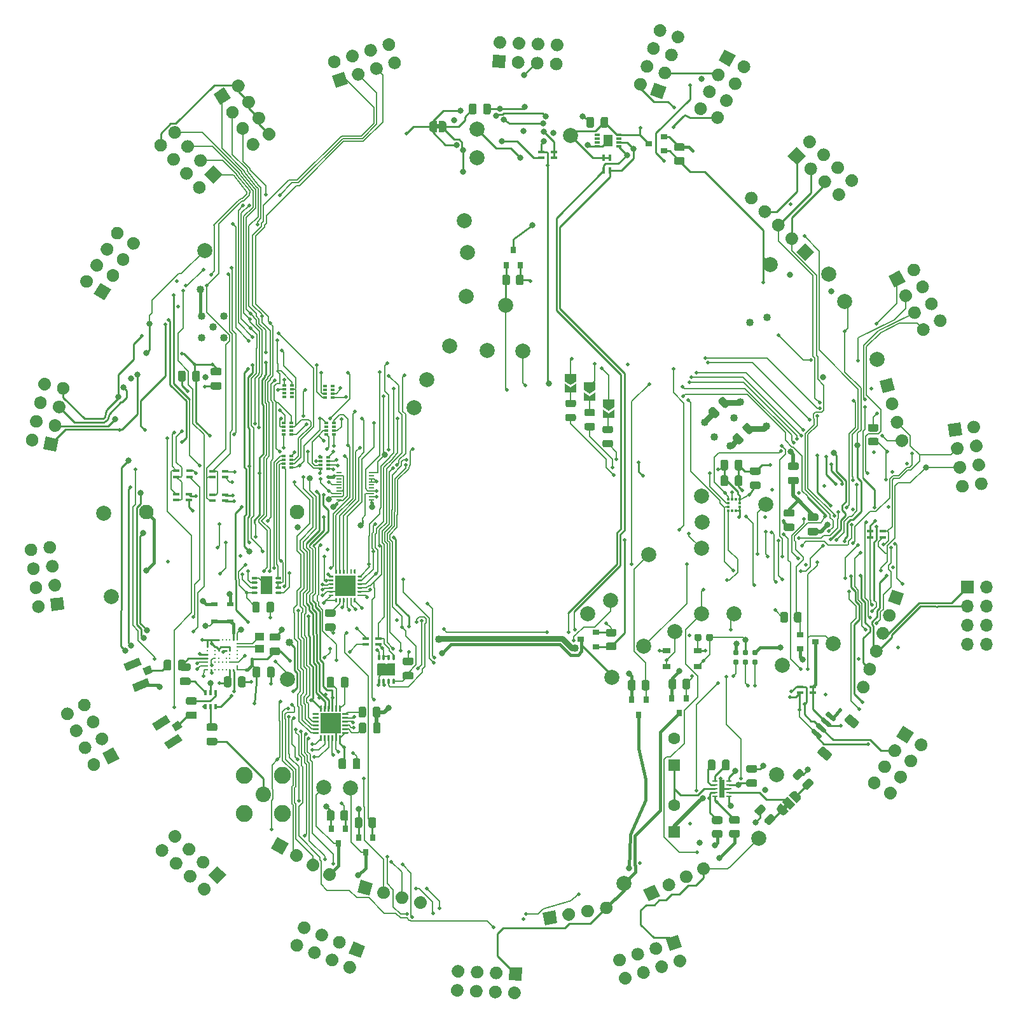
<source format=gbr>
G04 #@! TF.GenerationSoftware,KiCad,Pcbnew,(5.1.7)-1*
G04 #@! TF.CreationDate,2020-12-23T08:23:27-08:00*
G04 #@! TF.ProjectId,LCP_Controller,4c43505f-436f-46e7-9472-6f6c6c65722e,rev?*
G04 #@! TF.SameCoordinates,Original*
G04 #@! TF.FileFunction,Copper,L1,Top*
G04 #@! TF.FilePolarity,Positive*
%FSLAX46Y46*%
G04 Gerber Fmt 4.6, Leading zero omitted, Abs format (unit mm)*
G04 Created by KiCad (PCBNEW (5.1.7)-1) date 2020-12-23 08:23:27*
%MOMM*%
%LPD*%
G01*
G04 APERTURE LIST*
G04 #@! TA.AperFunction,EtchedComponent*
%ADD10C,0.100000*%
G04 #@! TD*
G04 #@! TA.AperFunction,SMDPad,CuDef*
%ADD11R,0.325000X0.325000*%
G04 #@! TD*
G04 #@! TA.AperFunction,SMDPad,CuDef*
%ADD12R,0.500000X0.400000*%
G04 #@! TD*
G04 #@! TA.AperFunction,SMDPad,CuDef*
%ADD13R,0.500000X0.300000*%
G04 #@! TD*
G04 #@! TA.AperFunction,ComponentPad*
%ADD14C,2.000000*%
G04 #@! TD*
G04 #@! TA.AperFunction,ComponentPad*
%ADD15C,1.948180*%
G04 #@! TD*
G04 #@! TA.AperFunction,SMDPad,CuDef*
%ADD16R,0.800000X0.900000*%
G04 #@! TD*
G04 #@! TA.AperFunction,ComponentPad*
%ADD17C,0.500000*%
G04 #@! TD*
G04 #@! TA.AperFunction,SMDPad,CuDef*
%ADD18R,2.700000X2.700000*%
G04 #@! TD*
G04 #@! TA.AperFunction,ComponentPad*
%ADD19C,1.600000*%
G04 #@! TD*
G04 #@! TA.AperFunction,ComponentPad*
%ADD20R,1.600000X1.600000*%
G04 #@! TD*
G04 #@! TA.AperFunction,ComponentPad*
%ADD21C,0.100000*%
G04 #@! TD*
G04 #@! TA.AperFunction,SMDPad,CuDef*
%ADD22C,0.100000*%
G04 #@! TD*
G04 #@! TA.AperFunction,SMDPad,CuDef*
%ADD23R,0.830000X0.630000*%
G04 #@! TD*
G04 #@! TA.AperFunction,SMDPad,CuDef*
%ADD24R,1.200000X1.050000*%
G04 #@! TD*
G04 #@! TA.AperFunction,SMDPad,CuDef*
%ADD25C,0.270000*%
G04 #@! TD*
G04 #@! TA.AperFunction,SMDPad,CuDef*
%ADD26R,0.400000X0.650000*%
G04 #@! TD*
G04 #@! TA.AperFunction,SMDPad,CuDef*
%ADD27O,0.400000X0.650000*%
G04 #@! TD*
G04 #@! TA.AperFunction,SMDPad,CuDef*
%ADD28R,0.400000X0.300000*%
G04 #@! TD*
G04 #@! TA.AperFunction,SMDPad,CuDef*
%ADD29R,2.400000X1.650000*%
G04 #@! TD*
G04 #@! TA.AperFunction,SMDPad,CuDef*
%ADD30R,1.000000X0.650000*%
G04 #@! TD*
G04 #@! TA.AperFunction,SMDPad,CuDef*
%ADD31O,0.650000X0.400000*%
G04 #@! TD*
G04 #@! TA.AperFunction,SMDPad,CuDef*
%ADD32R,0.300000X0.400000*%
G04 #@! TD*
G04 #@! TA.AperFunction,SMDPad,CuDef*
%ADD33R,1.650000X2.400000*%
G04 #@! TD*
G04 #@! TA.AperFunction,SMDPad,CuDef*
%ADD34R,0.650000X1.000000*%
G04 #@! TD*
G04 #@! TA.AperFunction,SMDPad,CuDef*
%ADD35R,0.640000X2.400000*%
G04 #@! TD*
G04 #@! TA.AperFunction,SMDPad,CuDef*
%ADD36R,0.700000X0.250000*%
G04 #@! TD*
G04 #@! TA.AperFunction,SMDPad,CuDef*
%ADD37R,1.300000X1.500000*%
G04 #@! TD*
G04 #@! TA.AperFunction,SMDPad,CuDef*
%ADD38R,0.750000X0.300000*%
G04 #@! TD*
G04 #@! TA.AperFunction,SMDPad,CuDef*
%ADD39R,1.050000X0.650000*%
G04 #@! TD*
G04 #@! TA.AperFunction,SMDPad,CuDef*
%ADD40R,0.900000X0.400000*%
G04 #@! TD*
G04 #@! TA.AperFunction,SMDPad,CuDef*
%ADD41R,0.400000X0.900000*%
G04 #@! TD*
G04 #@! TA.AperFunction,SMDPad,CuDef*
%ADD42R,0.900000X0.800000*%
G04 #@! TD*
G04 #@! TA.AperFunction,ComponentPad*
%ADD43O,1.700000X1.700000*%
G04 #@! TD*
G04 #@! TA.AperFunction,ComponentPad*
%ADD44R,1.700000X1.700000*%
G04 #@! TD*
G04 #@! TA.AperFunction,ComponentPad*
%ADD45C,2.250000*%
G04 #@! TD*
G04 #@! TA.AperFunction,ComponentPad*
%ADD46C,2.050000*%
G04 #@! TD*
G04 #@! TA.AperFunction,ConnectorPad*
%ADD47C,0.787400*%
G04 #@! TD*
G04 #@! TA.AperFunction,SMDPad,CuDef*
%ADD48R,0.700000X0.200000*%
G04 #@! TD*
G04 #@! TA.AperFunction,ViaPad*
%ADD49C,0.800000*%
G04 #@! TD*
G04 #@! TA.AperFunction,ViaPad*
%ADD50C,0.508000*%
G04 #@! TD*
G04 #@! TA.AperFunction,ViaPad*
%ADD51C,1.016000*%
G04 #@! TD*
G04 #@! TA.AperFunction,Conductor*
%ADD52C,0.250000*%
G04 #@! TD*
G04 #@! TA.AperFunction,Conductor*
%ADD53C,0.152400*%
G04 #@! TD*
G04 #@! TA.AperFunction,Conductor*
%ADD54C,0.381000*%
G04 #@! TD*
G04 #@! TA.AperFunction,Conductor*
%ADD55C,0.203200*%
G04 #@! TD*
G04 #@! TA.AperFunction,Conductor*
%ADD56C,0.762000*%
G04 #@! TD*
G04 #@! TA.AperFunction,Conductor*
%ADD57C,0.508000*%
G04 #@! TD*
G04 APERTURE END LIST*
D10*
G36*
X218451051Y-180972781D02*
G01*
X218804604Y-180619228D01*
X219228868Y-181043492D01*
X218875315Y-181397045D01*
X218451051Y-180972781D01*
G37*
G36*
X172817600Y-90174800D02*
G01*
X172317600Y-90174800D01*
X172317600Y-90774800D01*
X172817600Y-90774800D01*
X172817600Y-90174800D01*
G37*
D11*
X211776500Y-140080500D03*
X212276500Y-140080500D03*
X212276500Y-141605500D03*
X211776500Y-141605500D03*
X212789000Y-140093000D03*
X211264000Y-140093000D03*
X212789000Y-141593000D03*
X211264000Y-141593000D03*
X212789000Y-141093000D03*
X212789000Y-140593000D03*
X211264000Y-141093000D03*
X211264000Y-140593000D03*
D12*
X157988000Y-136042400D03*
D13*
X157988000Y-135542400D03*
D12*
X157988000Y-134542400D03*
D13*
X157988000Y-135042400D03*
D12*
X156988000Y-136042400D03*
D13*
X156988000Y-135042400D03*
X156988000Y-135542400D03*
D12*
X156988000Y-134542400D03*
X152044400Y-134339200D03*
D13*
X152044400Y-134839200D03*
D12*
X152044400Y-135839200D03*
D13*
X152044400Y-135339200D03*
D12*
X153044400Y-134339200D03*
D13*
X153044400Y-135339200D03*
X153044400Y-134839200D03*
D12*
X153044400Y-135839200D03*
X158742000Y-131458400D03*
D13*
X158742000Y-130958400D03*
D12*
X158742000Y-129958400D03*
D13*
X158742000Y-130458400D03*
D12*
X157742000Y-131458400D03*
D13*
X157742000Y-130458400D03*
X157742000Y-130958400D03*
D12*
X157742000Y-129958400D03*
X152060400Y-129970400D03*
D13*
X152060400Y-130470400D03*
D12*
X152060400Y-131470400D03*
D13*
X152060400Y-130970400D03*
D12*
X153060400Y-129970400D03*
D13*
X153060400Y-130970400D03*
X153060400Y-130470400D03*
D12*
X153060400Y-131470400D03*
X158597600Y-126526800D03*
D13*
X158597600Y-126026800D03*
D12*
X158597600Y-125026800D03*
D13*
X158597600Y-125526800D03*
D12*
X157597600Y-126526800D03*
D13*
X157597600Y-125526800D03*
X157597600Y-126026800D03*
D12*
X157597600Y-125026800D03*
X152154000Y-124929200D03*
D13*
X152154000Y-125429200D03*
D12*
X152154000Y-126429200D03*
D13*
X152154000Y-125929200D03*
D12*
X153154000Y-124929200D03*
D13*
X153154000Y-125929200D03*
X153154000Y-125429200D03*
D12*
X153154000Y-126429200D03*
D14*
X160934400Y-178574700D03*
X195580000Y-153543000D03*
D15*
X153787899Y-141813517D03*
X133790479Y-141813517D03*
G04 #@! TA.AperFunction,SMDPad,CuDef*
G36*
G01*
X199703000Y-165296002D02*
X199703000Y-164395998D01*
G75*
G02*
X199952998Y-164146000I249998J0D01*
G01*
X200478002Y-164146000D01*
G75*
G02*
X200728000Y-164395998I0J-249998D01*
G01*
X200728000Y-165296002D01*
G75*
G02*
X200478002Y-165546000I-249998J0D01*
G01*
X199952998Y-165546000D01*
G75*
G02*
X199703000Y-165296002I0J249998D01*
G01*
G37*
G04 #@! TD.AperFunction*
G04 #@! TA.AperFunction,SMDPad,CuDef*
G36*
G01*
X197878000Y-165296002D02*
X197878000Y-164395998D01*
G75*
G02*
X198127998Y-164146000I249998J0D01*
G01*
X198653002Y-164146000D01*
G75*
G02*
X198903000Y-164395998I0J-249998D01*
G01*
X198903000Y-165296002D01*
G75*
G02*
X198653002Y-165546000I-249998J0D01*
G01*
X198127998Y-165546000D01*
G75*
G02*
X197878000Y-165296002I0J249998D01*
G01*
G37*
G04 #@! TD.AperFunction*
D16*
X199326500Y-168767000D03*
X198376500Y-166767000D03*
X200276500Y-166767000D03*
D17*
X157178200Y-169936800D03*
X158278200Y-171036800D03*
X158278200Y-169936800D03*
X158278200Y-168836800D03*
X159378200Y-169936800D03*
D18*
X158278200Y-169936800D03*
G04 #@! TA.AperFunction,SMDPad,CuDef*
G36*
G01*
X159890700Y-168561800D02*
X160590700Y-168561800D01*
G75*
G02*
X160653200Y-168624300I0J-62500D01*
G01*
X160653200Y-168749300D01*
G75*
G02*
X160590700Y-168811800I-62500J0D01*
G01*
X159890700Y-168811800D01*
G75*
G02*
X159828200Y-168749300I0J62500D01*
G01*
X159828200Y-168624300D01*
G75*
G02*
X159890700Y-168561800I62500J0D01*
G01*
G37*
G04 #@! TD.AperFunction*
G04 #@! TA.AperFunction,SMDPad,CuDef*
G36*
G01*
X159890700Y-169061800D02*
X160590700Y-169061800D01*
G75*
G02*
X160653200Y-169124300I0J-62500D01*
G01*
X160653200Y-169249300D01*
G75*
G02*
X160590700Y-169311800I-62500J0D01*
G01*
X159890700Y-169311800D01*
G75*
G02*
X159828200Y-169249300I0J62500D01*
G01*
X159828200Y-169124300D01*
G75*
G02*
X159890700Y-169061800I62500J0D01*
G01*
G37*
G04 #@! TD.AperFunction*
G04 #@! TA.AperFunction,SMDPad,CuDef*
G36*
G01*
X159890700Y-169561800D02*
X160590700Y-169561800D01*
G75*
G02*
X160653200Y-169624300I0J-62500D01*
G01*
X160653200Y-169749300D01*
G75*
G02*
X160590700Y-169811800I-62500J0D01*
G01*
X159890700Y-169811800D01*
G75*
G02*
X159828200Y-169749300I0J62500D01*
G01*
X159828200Y-169624300D01*
G75*
G02*
X159890700Y-169561800I62500J0D01*
G01*
G37*
G04 #@! TD.AperFunction*
G04 #@! TA.AperFunction,SMDPad,CuDef*
G36*
G01*
X159890700Y-170061800D02*
X160590700Y-170061800D01*
G75*
G02*
X160653200Y-170124300I0J-62500D01*
G01*
X160653200Y-170249300D01*
G75*
G02*
X160590700Y-170311800I-62500J0D01*
G01*
X159890700Y-170311800D01*
G75*
G02*
X159828200Y-170249300I0J62500D01*
G01*
X159828200Y-170124300D01*
G75*
G02*
X159890700Y-170061800I62500J0D01*
G01*
G37*
G04 #@! TD.AperFunction*
G04 #@! TA.AperFunction,SMDPad,CuDef*
G36*
G01*
X159890700Y-170561800D02*
X160590700Y-170561800D01*
G75*
G02*
X160653200Y-170624300I0J-62500D01*
G01*
X160653200Y-170749300D01*
G75*
G02*
X160590700Y-170811800I-62500J0D01*
G01*
X159890700Y-170811800D01*
G75*
G02*
X159828200Y-170749300I0J62500D01*
G01*
X159828200Y-170624300D01*
G75*
G02*
X159890700Y-170561800I62500J0D01*
G01*
G37*
G04 #@! TD.AperFunction*
G04 #@! TA.AperFunction,SMDPad,CuDef*
G36*
G01*
X159890700Y-171061800D02*
X160590700Y-171061800D01*
G75*
G02*
X160653200Y-171124300I0J-62500D01*
G01*
X160653200Y-171249300D01*
G75*
G02*
X160590700Y-171311800I-62500J0D01*
G01*
X159890700Y-171311800D01*
G75*
G02*
X159828200Y-171249300I0J62500D01*
G01*
X159828200Y-171124300D01*
G75*
G02*
X159890700Y-171061800I62500J0D01*
G01*
G37*
G04 #@! TD.AperFunction*
G04 #@! TA.AperFunction,SMDPad,CuDef*
G36*
G01*
X159465700Y-171486800D02*
X159590700Y-171486800D01*
G75*
G02*
X159653200Y-171549300I0J-62500D01*
G01*
X159653200Y-172249300D01*
G75*
G02*
X159590700Y-172311800I-62500J0D01*
G01*
X159465700Y-172311800D01*
G75*
G02*
X159403200Y-172249300I0J62500D01*
G01*
X159403200Y-171549300D01*
G75*
G02*
X159465700Y-171486800I62500J0D01*
G01*
G37*
G04 #@! TD.AperFunction*
G04 #@! TA.AperFunction,SMDPad,CuDef*
G36*
G01*
X158965700Y-171486800D02*
X159090700Y-171486800D01*
G75*
G02*
X159153200Y-171549300I0J-62500D01*
G01*
X159153200Y-172249300D01*
G75*
G02*
X159090700Y-172311800I-62500J0D01*
G01*
X158965700Y-172311800D01*
G75*
G02*
X158903200Y-172249300I0J62500D01*
G01*
X158903200Y-171549300D01*
G75*
G02*
X158965700Y-171486800I62500J0D01*
G01*
G37*
G04 #@! TD.AperFunction*
G04 #@! TA.AperFunction,SMDPad,CuDef*
G36*
G01*
X158465700Y-171486800D02*
X158590700Y-171486800D01*
G75*
G02*
X158653200Y-171549300I0J-62500D01*
G01*
X158653200Y-172249300D01*
G75*
G02*
X158590700Y-172311800I-62500J0D01*
G01*
X158465700Y-172311800D01*
G75*
G02*
X158403200Y-172249300I0J62500D01*
G01*
X158403200Y-171549300D01*
G75*
G02*
X158465700Y-171486800I62500J0D01*
G01*
G37*
G04 #@! TD.AperFunction*
G04 #@! TA.AperFunction,SMDPad,CuDef*
G36*
G01*
X157965700Y-171486800D02*
X158090700Y-171486800D01*
G75*
G02*
X158153200Y-171549300I0J-62500D01*
G01*
X158153200Y-172249300D01*
G75*
G02*
X158090700Y-172311800I-62500J0D01*
G01*
X157965700Y-172311800D01*
G75*
G02*
X157903200Y-172249300I0J62500D01*
G01*
X157903200Y-171549300D01*
G75*
G02*
X157965700Y-171486800I62500J0D01*
G01*
G37*
G04 #@! TD.AperFunction*
G04 #@! TA.AperFunction,SMDPad,CuDef*
G36*
G01*
X157465700Y-171486800D02*
X157590700Y-171486800D01*
G75*
G02*
X157653200Y-171549300I0J-62500D01*
G01*
X157653200Y-172249300D01*
G75*
G02*
X157590700Y-172311800I-62500J0D01*
G01*
X157465700Y-172311800D01*
G75*
G02*
X157403200Y-172249300I0J62500D01*
G01*
X157403200Y-171549300D01*
G75*
G02*
X157465700Y-171486800I62500J0D01*
G01*
G37*
G04 #@! TD.AperFunction*
G04 #@! TA.AperFunction,SMDPad,CuDef*
G36*
G01*
X156965700Y-171486800D02*
X157090700Y-171486800D01*
G75*
G02*
X157153200Y-171549300I0J-62500D01*
G01*
X157153200Y-172249300D01*
G75*
G02*
X157090700Y-172311800I-62500J0D01*
G01*
X156965700Y-172311800D01*
G75*
G02*
X156903200Y-172249300I0J62500D01*
G01*
X156903200Y-171549300D01*
G75*
G02*
X156965700Y-171486800I62500J0D01*
G01*
G37*
G04 #@! TD.AperFunction*
G04 #@! TA.AperFunction,SMDPad,CuDef*
G36*
G01*
X155965700Y-171061800D02*
X156665700Y-171061800D01*
G75*
G02*
X156728200Y-171124300I0J-62500D01*
G01*
X156728200Y-171249300D01*
G75*
G02*
X156665700Y-171311800I-62500J0D01*
G01*
X155965700Y-171311800D01*
G75*
G02*
X155903200Y-171249300I0J62500D01*
G01*
X155903200Y-171124300D01*
G75*
G02*
X155965700Y-171061800I62500J0D01*
G01*
G37*
G04 #@! TD.AperFunction*
G04 #@! TA.AperFunction,SMDPad,CuDef*
G36*
G01*
X155965700Y-170561800D02*
X156665700Y-170561800D01*
G75*
G02*
X156728200Y-170624300I0J-62500D01*
G01*
X156728200Y-170749300D01*
G75*
G02*
X156665700Y-170811800I-62500J0D01*
G01*
X155965700Y-170811800D01*
G75*
G02*
X155903200Y-170749300I0J62500D01*
G01*
X155903200Y-170624300D01*
G75*
G02*
X155965700Y-170561800I62500J0D01*
G01*
G37*
G04 #@! TD.AperFunction*
G04 #@! TA.AperFunction,SMDPad,CuDef*
G36*
G01*
X155965700Y-170061800D02*
X156665700Y-170061800D01*
G75*
G02*
X156728200Y-170124300I0J-62500D01*
G01*
X156728200Y-170249300D01*
G75*
G02*
X156665700Y-170311800I-62500J0D01*
G01*
X155965700Y-170311800D01*
G75*
G02*
X155903200Y-170249300I0J62500D01*
G01*
X155903200Y-170124300D01*
G75*
G02*
X155965700Y-170061800I62500J0D01*
G01*
G37*
G04 #@! TD.AperFunction*
G04 #@! TA.AperFunction,SMDPad,CuDef*
G36*
G01*
X155965700Y-169561800D02*
X156665700Y-169561800D01*
G75*
G02*
X156728200Y-169624300I0J-62500D01*
G01*
X156728200Y-169749300D01*
G75*
G02*
X156665700Y-169811800I-62500J0D01*
G01*
X155965700Y-169811800D01*
G75*
G02*
X155903200Y-169749300I0J62500D01*
G01*
X155903200Y-169624300D01*
G75*
G02*
X155965700Y-169561800I62500J0D01*
G01*
G37*
G04 #@! TD.AperFunction*
G04 #@! TA.AperFunction,SMDPad,CuDef*
G36*
G01*
X155965700Y-169061800D02*
X156665700Y-169061800D01*
G75*
G02*
X156728200Y-169124300I0J-62500D01*
G01*
X156728200Y-169249300D01*
G75*
G02*
X156665700Y-169311800I-62500J0D01*
G01*
X155965700Y-169311800D01*
G75*
G02*
X155903200Y-169249300I0J62500D01*
G01*
X155903200Y-169124300D01*
G75*
G02*
X155965700Y-169061800I62500J0D01*
G01*
G37*
G04 #@! TD.AperFunction*
G04 #@! TA.AperFunction,SMDPad,CuDef*
G36*
G01*
X155965700Y-168561800D02*
X156665700Y-168561800D01*
G75*
G02*
X156728200Y-168624300I0J-62500D01*
G01*
X156728200Y-168749300D01*
G75*
G02*
X156665700Y-168811800I-62500J0D01*
G01*
X155965700Y-168811800D01*
G75*
G02*
X155903200Y-168749300I0J62500D01*
G01*
X155903200Y-168624300D01*
G75*
G02*
X155965700Y-168561800I62500J0D01*
G01*
G37*
G04 #@! TD.AperFunction*
G04 #@! TA.AperFunction,SMDPad,CuDef*
G36*
G01*
X156965700Y-167561800D02*
X157090700Y-167561800D01*
G75*
G02*
X157153200Y-167624300I0J-62500D01*
G01*
X157153200Y-168324300D01*
G75*
G02*
X157090700Y-168386800I-62500J0D01*
G01*
X156965700Y-168386800D01*
G75*
G02*
X156903200Y-168324300I0J62500D01*
G01*
X156903200Y-167624300D01*
G75*
G02*
X156965700Y-167561800I62500J0D01*
G01*
G37*
G04 #@! TD.AperFunction*
G04 #@! TA.AperFunction,SMDPad,CuDef*
G36*
G01*
X157465700Y-167561800D02*
X157590700Y-167561800D01*
G75*
G02*
X157653200Y-167624300I0J-62500D01*
G01*
X157653200Y-168324300D01*
G75*
G02*
X157590700Y-168386800I-62500J0D01*
G01*
X157465700Y-168386800D01*
G75*
G02*
X157403200Y-168324300I0J62500D01*
G01*
X157403200Y-167624300D01*
G75*
G02*
X157465700Y-167561800I62500J0D01*
G01*
G37*
G04 #@! TD.AperFunction*
G04 #@! TA.AperFunction,SMDPad,CuDef*
G36*
G01*
X157965700Y-167561800D02*
X158090700Y-167561800D01*
G75*
G02*
X158153200Y-167624300I0J-62500D01*
G01*
X158153200Y-168324300D01*
G75*
G02*
X158090700Y-168386800I-62500J0D01*
G01*
X157965700Y-168386800D01*
G75*
G02*
X157903200Y-168324300I0J62500D01*
G01*
X157903200Y-167624300D01*
G75*
G02*
X157965700Y-167561800I62500J0D01*
G01*
G37*
G04 #@! TD.AperFunction*
G04 #@! TA.AperFunction,SMDPad,CuDef*
G36*
G01*
X158465700Y-167561800D02*
X158590700Y-167561800D01*
G75*
G02*
X158653200Y-167624300I0J-62500D01*
G01*
X158653200Y-168324300D01*
G75*
G02*
X158590700Y-168386800I-62500J0D01*
G01*
X158465700Y-168386800D01*
G75*
G02*
X158403200Y-168324300I0J62500D01*
G01*
X158403200Y-167624300D01*
G75*
G02*
X158465700Y-167561800I62500J0D01*
G01*
G37*
G04 #@! TD.AperFunction*
G04 #@! TA.AperFunction,SMDPad,CuDef*
G36*
G01*
X158965700Y-167561800D02*
X159090700Y-167561800D01*
G75*
G02*
X159153200Y-167624300I0J-62500D01*
G01*
X159153200Y-168324300D01*
G75*
G02*
X159090700Y-168386800I-62500J0D01*
G01*
X158965700Y-168386800D01*
G75*
G02*
X158903200Y-168324300I0J62500D01*
G01*
X158903200Y-167624300D01*
G75*
G02*
X158965700Y-167561800I62500J0D01*
G01*
G37*
G04 #@! TD.AperFunction*
G04 #@! TA.AperFunction,SMDPad,CuDef*
G36*
G01*
X159465700Y-167561800D02*
X159590700Y-167561800D01*
G75*
G02*
X159653200Y-167624300I0J-62500D01*
G01*
X159653200Y-168324300D01*
G75*
G02*
X159590700Y-168386800I-62500J0D01*
G01*
X159465700Y-168386800D01*
G75*
G02*
X159403200Y-168324300I0J62500D01*
G01*
X159403200Y-167624300D01*
G75*
G02*
X159465700Y-167561800I62500J0D01*
G01*
G37*
G04 #@! TD.AperFunction*
D19*
X204059579Y-180858517D03*
D20*
X204059579Y-184358517D03*
G04 #@! TA.AperFunction,ComponentPad*
G36*
G01*
X149390258Y-91956119D02*
X149390258Y-91956119D01*
G75*
G02*
X149650436Y-90782531I716883J456705D01*
G01*
X149650436Y-90782531D01*
G75*
G02*
X150824024Y-91042709I456705J-716883D01*
G01*
X150824024Y-91042709D01*
G75*
G02*
X150563846Y-92216297I-716883J-456705D01*
G01*
X150563846Y-92216297D01*
G75*
G02*
X149390258Y-91956119I-456705J716883D01*
G01*
G37*
G04 #@! TD.AperFunction*
G04 #@! TA.AperFunction,ComponentPad*
G36*
G01*
X147248044Y-93320860D02*
X147248044Y-93320860D01*
G75*
G02*
X147508222Y-92147272I716883J456705D01*
G01*
X147508222Y-92147272D01*
G75*
G02*
X148681810Y-92407450I456705J-716883D01*
G01*
X148681810Y-92407450D01*
G75*
G02*
X148421632Y-93581038I-716883J-456705D01*
G01*
X148421632Y-93581038D01*
G75*
G02*
X147248044Y-93320860I-456705J716883D01*
G01*
G37*
G04 #@! TD.AperFunction*
G04 #@! TA.AperFunction,ComponentPad*
G36*
G01*
X148025517Y-89813905D02*
X148025517Y-89813905D01*
G75*
G02*
X148285695Y-88640317I716883J456705D01*
G01*
X148285695Y-88640317D01*
G75*
G02*
X149459283Y-88900495I456705J-716883D01*
G01*
X149459283Y-88900495D01*
G75*
G02*
X149199105Y-90074083I-716883J-456705D01*
G01*
X149199105Y-90074083D01*
G75*
G02*
X148025517Y-89813905I-456705J716883D01*
G01*
G37*
G04 #@! TD.AperFunction*
G04 #@! TA.AperFunction,ComponentPad*
G36*
G01*
X145883303Y-91178646D02*
X145883303Y-91178646D01*
G75*
G02*
X146143481Y-90005058I716883J456705D01*
G01*
X146143481Y-90005058D01*
G75*
G02*
X147317069Y-90265236I456705J-716883D01*
G01*
X147317069Y-90265236D01*
G75*
G02*
X147056891Y-91438824I-716883J-456705D01*
G01*
X147056891Y-91438824D01*
G75*
G02*
X145883303Y-91178646I-456705J716883D01*
G01*
G37*
G04 #@! TD.AperFunction*
G04 #@! TA.AperFunction,ComponentPad*
G36*
G01*
X146660776Y-87671690D02*
X146660776Y-87671690D01*
G75*
G02*
X146920954Y-86498102I716883J456705D01*
G01*
X146920954Y-86498102D01*
G75*
G02*
X148094542Y-86758280I456705J-716883D01*
G01*
X148094542Y-86758280D01*
G75*
G02*
X147834364Y-87931868I-716883J-456705D01*
G01*
X147834364Y-87931868D01*
G75*
G02*
X146660776Y-87671690I-456705J716883D01*
G01*
G37*
G04 #@! TD.AperFunction*
G04 #@! TA.AperFunction,ComponentPad*
G36*
G01*
X144518562Y-89036431D02*
X144518562Y-89036431D01*
G75*
G02*
X144778740Y-87862843I716883J456705D01*
G01*
X144778740Y-87862843D01*
G75*
G02*
X145952328Y-88123021I456705J-716883D01*
G01*
X145952328Y-88123021D01*
G75*
G02*
X145692150Y-89296609I-716883J-456705D01*
G01*
X145692150Y-89296609D01*
G75*
G02*
X144518562Y-89036431I-456705J716883D01*
G01*
G37*
G04 #@! TD.AperFunction*
G04 #@! TA.AperFunction,ComponentPad*
G36*
G01*
X145296035Y-85529476D02*
X145296035Y-85529476D01*
G75*
G02*
X145556213Y-84355888I716883J456705D01*
G01*
X145556213Y-84355888D01*
G75*
G02*
X146729801Y-84616066I456705J-716883D01*
G01*
X146729801Y-84616066D01*
G75*
G02*
X146469623Y-85789654I-716883J-456705D01*
G01*
X146469623Y-85789654D01*
G75*
G02*
X145296035Y-85529476I-456705J716883D01*
G01*
G37*
G04 #@! TD.AperFunction*
G04 #@! TA.AperFunction,ComponentPad*
D21*
G36*
X143610526Y-87611099D02*
G01*
X142697117Y-86177334D01*
X144130882Y-85263925D01*
X145044291Y-86697690D01*
X143610526Y-87611099D01*
G37*
G04 #@! TD.AperFunction*
D18*
X160274000Y-151638000D03*
G04 #@! TA.AperFunction,SMDPad,CuDef*
G36*
G01*
X159144000Y-153320500D02*
X159144000Y-153780500D01*
G75*
G02*
X159084000Y-153840500I-60000J0D01*
G01*
X158964000Y-153840500D01*
G75*
G02*
X158904000Y-153780500I0J60000D01*
G01*
X158904000Y-153320500D01*
G75*
G02*
X158964000Y-153260500I60000J0D01*
G01*
X159084000Y-153260500D01*
G75*
G02*
X159144000Y-153320500I0J-60000D01*
G01*
G37*
G04 #@! TD.AperFunction*
G04 #@! TA.AperFunction,SMDPad,CuDef*
G36*
G01*
X158651500Y-150328000D02*
X158651500Y-150448000D01*
G75*
G02*
X158591500Y-150508000I-60000J0D01*
G01*
X158131500Y-150508000D01*
G75*
G02*
X158071500Y-150448000I0J60000D01*
G01*
X158071500Y-150328000D01*
G75*
G02*
X158131500Y-150268000I60000J0D01*
G01*
X158591500Y-150268000D01*
G75*
G02*
X158651500Y-150328000I0J-60000D01*
G01*
G37*
G04 #@! TD.AperFunction*
G04 #@! TA.AperFunction,SMDPad,CuDef*
G36*
G01*
X161644000Y-149495500D02*
X161644000Y-149955500D01*
G75*
G02*
X161584000Y-150015500I-60000J0D01*
G01*
X161464000Y-150015500D01*
G75*
G02*
X161404000Y-149955500I0J60000D01*
G01*
X161404000Y-149495500D01*
G75*
G02*
X161464000Y-149435500I60000J0D01*
G01*
X161584000Y-149435500D01*
G75*
G02*
X161644000Y-149495500I0J-60000D01*
G01*
G37*
G04 #@! TD.AperFunction*
G04 #@! TA.AperFunction,SMDPad,CuDef*
G36*
G01*
X162476500Y-152828000D02*
X162476500Y-152948000D01*
G75*
G02*
X162416500Y-153008000I-60000J0D01*
G01*
X161956500Y-153008000D01*
G75*
G02*
X161896500Y-152948000I0J60000D01*
G01*
X161896500Y-152828000D01*
G75*
G02*
X161956500Y-152768000I60000J0D01*
G01*
X162416500Y-152768000D01*
G75*
G02*
X162476500Y-152828000I0J-60000D01*
G01*
G37*
G04 #@! TD.AperFunction*
G04 #@! TA.AperFunction,SMDPad,CuDef*
G36*
G01*
X162476500Y-152328000D02*
X162476500Y-152448000D01*
G75*
G02*
X162416500Y-152508000I-60000J0D01*
G01*
X161956500Y-152508000D01*
G75*
G02*
X161896500Y-152448000I0J60000D01*
G01*
X161896500Y-152328000D01*
G75*
G02*
X161956500Y-152268000I60000J0D01*
G01*
X162416500Y-152268000D01*
G75*
G02*
X162476500Y-152328000I0J-60000D01*
G01*
G37*
G04 #@! TD.AperFunction*
G04 #@! TA.AperFunction,SMDPad,CuDef*
G36*
G01*
X162476500Y-151828000D02*
X162476500Y-151948000D01*
G75*
G02*
X162416500Y-152008000I-60000J0D01*
G01*
X161956500Y-152008000D01*
G75*
G02*
X161896500Y-151948000I0J60000D01*
G01*
X161896500Y-151828000D01*
G75*
G02*
X161956500Y-151768000I60000J0D01*
G01*
X162416500Y-151768000D01*
G75*
G02*
X162476500Y-151828000I0J-60000D01*
G01*
G37*
G04 #@! TD.AperFunction*
G04 #@! TA.AperFunction,SMDPad,CuDef*
G36*
G01*
X162476500Y-151328000D02*
X162476500Y-151448000D01*
G75*
G02*
X162416500Y-151508000I-60000J0D01*
G01*
X161956500Y-151508000D01*
G75*
G02*
X161896500Y-151448000I0J60000D01*
G01*
X161896500Y-151328000D01*
G75*
G02*
X161956500Y-151268000I60000J0D01*
G01*
X162416500Y-151268000D01*
G75*
G02*
X162476500Y-151328000I0J-60000D01*
G01*
G37*
G04 #@! TD.AperFunction*
G04 #@! TA.AperFunction,SMDPad,CuDef*
G36*
G01*
X162476500Y-150828000D02*
X162476500Y-150948000D01*
G75*
G02*
X162416500Y-151008000I-60000J0D01*
G01*
X161956500Y-151008000D01*
G75*
G02*
X161896500Y-150948000I0J60000D01*
G01*
X161896500Y-150828000D01*
G75*
G02*
X161956500Y-150768000I60000J0D01*
G01*
X162416500Y-150768000D01*
G75*
G02*
X162476500Y-150828000I0J-60000D01*
G01*
G37*
G04 #@! TD.AperFunction*
G04 #@! TA.AperFunction,SMDPad,CuDef*
G36*
G01*
X162476500Y-150328000D02*
X162476500Y-150448000D01*
G75*
G02*
X162416500Y-150508000I-60000J0D01*
G01*
X161956500Y-150508000D01*
G75*
G02*
X161896500Y-150448000I0J60000D01*
G01*
X161896500Y-150328000D01*
G75*
G02*
X161956500Y-150268000I60000J0D01*
G01*
X162416500Y-150268000D01*
G75*
G02*
X162476500Y-150328000I0J-60000D01*
G01*
G37*
G04 #@! TD.AperFunction*
G04 #@! TA.AperFunction,SMDPad,CuDef*
G36*
G01*
X158651500Y-150828000D02*
X158651500Y-150948000D01*
G75*
G02*
X158591500Y-151008000I-60000J0D01*
G01*
X158131500Y-151008000D01*
G75*
G02*
X158071500Y-150948000I0J60000D01*
G01*
X158071500Y-150828000D01*
G75*
G02*
X158131500Y-150768000I60000J0D01*
G01*
X158591500Y-150768000D01*
G75*
G02*
X158651500Y-150828000I0J-60000D01*
G01*
G37*
G04 #@! TD.AperFunction*
G04 #@! TA.AperFunction,SMDPad,CuDef*
G36*
G01*
X158651500Y-151328000D02*
X158651500Y-151448000D01*
G75*
G02*
X158591500Y-151508000I-60000J0D01*
G01*
X158131500Y-151508000D01*
G75*
G02*
X158071500Y-151448000I0J60000D01*
G01*
X158071500Y-151328000D01*
G75*
G02*
X158131500Y-151268000I60000J0D01*
G01*
X158591500Y-151268000D01*
G75*
G02*
X158651500Y-151328000I0J-60000D01*
G01*
G37*
G04 #@! TD.AperFunction*
G04 #@! TA.AperFunction,SMDPad,CuDef*
G36*
G01*
X158651500Y-151828000D02*
X158651500Y-151948000D01*
G75*
G02*
X158591500Y-152008000I-60000J0D01*
G01*
X158131500Y-152008000D01*
G75*
G02*
X158071500Y-151948000I0J60000D01*
G01*
X158071500Y-151828000D01*
G75*
G02*
X158131500Y-151768000I60000J0D01*
G01*
X158591500Y-151768000D01*
G75*
G02*
X158651500Y-151828000I0J-60000D01*
G01*
G37*
G04 #@! TD.AperFunction*
G04 #@! TA.AperFunction,SMDPad,CuDef*
G36*
G01*
X158651500Y-152328000D02*
X158651500Y-152448000D01*
G75*
G02*
X158591500Y-152508000I-60000J0D01*
G01*
X158131500Y-152508000D01*
G75*
G02*
X158071500Y-152448000I0J60000D01*
G01*
X158071500Y-152328000D01*
G75*
G02*
X158131500Y-152268000I60000J0D01*
G01*
X158591500Y-152268000D01*
G75*
G02*
X158651500Y-152328000I0J-60000D01*
G01*
G37*
G04 #@! TD.AperFunction*
G04 #@! TA.AperFunction,SMDPad,CuDef*
G36*
G01*
X158651500Y-152828000D02*
X158651500Y-152948000D01*
G75*
G02*
X158591500Y-153008000I-60000J0D01*
G01*
X158131500Y-153008000D01*
G75*
G02*
X158071500Y-152948000I0J60000D01*
G01*
X158071500Y-152828000D01*
G75*
G02*
X158131500Y-152768000I60000J0D01*
G01*
X158591500Y-152768000D01*
G75*
G02*
X158651500Y-152828000I0J-60000D01*
G01*
G37*
G04 #@! TD.AperFunction*
G04 #@! TA.AperFunction,SMDPad,CuDef*
G36*
G01*
X159644000Y-153320500D02*
X159644000Y-153780500D01*
G75*
G02*
X159584000Y-153840500I-60000J0D01*
G01*
X159464000Y-153840500D01*
G75*
G02*
X159404000Y-153780500I0J60000D01*
G01*
X159404000Y-153320500D01*
G75*
G02*
X159464000Y-153260500I60000J0D01*
G01*
X159584000Y-153260500D01*
G75*
G02*
X159644000Y-153320500I0J-60000D01*
G01*
G37*
G04 #@! TD.AperFunction*
G04 #@! TA.AperFunction,SMDPad,CuDef*
G36*
G01*
X160144000Y-153320500D02*
X160144000Y-153780500D01*
G75*
G02*
X160084000Y-153840500I-60000J0D01*
G01*
X159964000Y-153840500D01*
G75*
G02*
X159904000Y-153780500I0J60000D01*
G01*
X159904000Y-153320500D01*
G75*
G02*
X159964000Y-153260500I60000J0D01*
G01*
X160084000Y-153260500D01*
G75*
G02*
X160144000Y-153320500I0J-60000D01*
G01*
G37*
G04 #@! TD.AperFunction*
G04 #@! TA.AperFunction,SMDPad,CuDef*
G36*
G01*
X160644000Y-153320500D02*
X160644000Y-153780500D01*
G75*
G02*
X160584000Y-153840500I-60000J0D01*
G01*
X160464000Y-153840500D01*
G75*
G02*
X160404000Y-153780500I0J60000D01*
G01*
X160404000Y-153320500D01*
G75*
G02*
X160464000Y-153260500I60000J0D01*
G01*
X160584000Y-153260500D01*
G75*
G02*
X160644000Y-153320500I0J-60000D01*
G01*
G37*
G04 #@! TD.AperFunction*
G04 #@! TA.AperFunction,SMDPad,CuDef*
G36*
G01*
X161144000Y-153320500D02*
X161144000Y-153780500D01*
G75*
G02*
X161084000Y-153840500I-60000J0D01*
G01*
X160964000Y-153840500D01*
G75*
G02*
X160904000Y-153780500I0J60000D01*
G01*
X160904000Y-153320500D01*
G75*
G02*
X160964000Y-153260500I60000J0D01*
G01*
X161084000Y-153260500D01*
G75*
G02*
X161144000Y-153320500I0J-60000D01*
G01*
G37*
G04 #@! TD.AperFunction*
G04 #@! TA.AperFunction,SMDPad,CuDef*
G36*
G01*
X161644000Y-153320500D02*
X161644000Y-153780500D01*
G75*
G02*
X161584000Y-153840500I-60000J0D01*
G01*
X161464000Y-153840500D01*
G75*
G02*
X161404000Y-153780500I0J60000D01*
G01*
X161404000Y-153320500D01*
G75*
G02*
X161464000Y-153260500I60000J0D01*
G01*
X161584000Y-153260500D01*
G75*
G02*
X161644000Y-153320500I0J-60000D01*
G01*
G37*
G04 #@! TD.AperFunction*
G04 #@! TA.AperFunction,SMDPad,CuDef*
G36*
G01*
X161144000Y-149495500D02*
X161144000Y-149955500D01*
G75*
G02*
X161084000Y-150015500I-60000J0D01*
G01*
X160964000Y-150015500D01*
G75*
G02*
X160904000Y-149955500I0J60000D01*
G01*
X160904000Y-149495500D01*
G75*
G02*
X160964000Y-149435500I60000J0D01*
G01*
X161084000Y-149435500D01*
G75*
G02*
X161144000Y-149495500I0J-60000D01*
G01*
G37*
G04 #@! TD.AperFunction*
G04 #@! TA.AperFunction,SMDPad,CuDef*
G36*
G01*
X160644000Y-149495500D02*
X160644000Y-149955500D01*
G75*
G02*
X160584000Y-150015500I-60000J0D01*
G01*
X160464000Y-150015500D01*
G75*
G02*
X160404000Y-149955500I0J60000D01*
G01*
X160404000Y-149495500D01*
G75*
G02*
X160464000Y-149435500I60000J0D01*
G01*
X160584000Y-149435500D01*
G75*
G02*
X160644000Y-149495500I0J-60000D01*
G01*
G37*
G04 #@! TD.AperFunction*
G04 #@! TA.AperFunction,SMDPad,CuDef*
G36*
G01*
X160144000Y-149495500D02*
X160144000Y-149955500D01*
G75*
G02*
X160084000Y-150015500I-60000J0D01*
G01*
X159964000Y-150015500D01*
G75*
G02*
X159904000Y-149955500I0J60000D01*
G01*
X159904000Y-149495500D01*
G75*
G02*
X159964000Y-149435500I60000J0D01*
G01*
X160084000Y-149435500D01*
G75*
G02*
X160144000Y-149495500I0J-60000D01*
G01*
G37*
G04 #@! TD.AperFunction*
G04 #@! TA.AperFunction,SMDPad,CuDef*
G36*
G01*
X159644000Y-149495500D02*
X159644000Y-149955500D01*
G75*
G02*
X159584000Y-150015500I-60000J0D01*
G01*
X159464000Y-150015500D01*
G75*
G02*
X159404000Y-149955500I0J60000D01*
G01*
X159404000Y-149495500D01*
G75*
G02*
X159464000Y-149435500I60000J0D01*
G01*
X159584000Y-149435500D01*
G75*
G02*
X159644000Y-149495500I0J-60000D01*
G01*
G37*
G04 #@! TD.AperFunction*
G04 #@! TA.AperFunction,SMDPad,CuDef*
G36*
G01*
X159144000Y-149495500D02*
X159144000Y-149955500D01*
G75*
G02*
X159084000Y-150015500I-60000J0D01*
G01*
X158964000Y-150015500D01*
G75*
G02*
X158904000Y-149955500I0J60000D01*
G01*
X158904000Y-149495500D01*
G75*
G02*
X158964000Y-149435500I60000J0D01*
G01*
X159084000Y-149435500D01*
G75*
G02*
X159144000Y-149495500I0J-60000D01*
G01*
G37*
G04 #@! TD.AperFunction*
G04 #@! TA.AperFunction,SMDPad,CuDef*
D22*
G36*
X133909974Y-163897008D02*
G01*
X134311791Y-164867082D01*
X132279256Y-165708986D01*
X131877439Y-164738912D01*
X133909974Y-163897008D01*
G37*
G04 #@! TD.AperFunction*
G04 #@! TA.AperFunction,SMDPad,CuDef*
G36*
X134232769Y-162193833D02*
G01*
X134615452Y-163117713D01*
X133645379Y-163519531D01*
X133262696Y-162595651D01*
X134232769Y-162193833D01*
G37*
G04 #@! TD.AperFunction*
G04 #@! TA.AperFunction,SMDPad,CuDef*
G36*
X132781058Y-161171563D02*
G01*
X133182875Y-162141637D01*
X131150340Y-162983541D01*
X130748523Y-162013467D01*
X132781058Y-161171563D01*
G37*
G04 #@! TD.AperFunction*
D23*
X144970500Y-154051000D03*
X144970500Y-156351000D03*
X142811500Y-154051000D03*
X142811500Y-156351000D03*
D24*
X148844000Y-160020000D03*
X148844000Y-158370000D03*
D25*
X145891000Y-158782000D03*
X145391000Y-158782000D03*
X144891000Y-158782000D03*
X144391000Y-158782000D03*
X143891000Y-158782000D03*
X143391000Y-158782000D03*
X142891000Y-158782000D03*
X142391000Y-158782000D03*
X141891000Y-158782000D03*
X145891000Y-159282000D03*
X141891000Y-159282000D03*
X145891000Y-159782000D03*
X144891000Y-159782000D03*
X144391000Y-159782000D03*
X143891000Y-159782000D03*
X142891000Y-159782000D03*
X141891000Y-159782000D03*
X145891000Y-160282000D03*
X144891000Y-160282000D03*
X144391000Y-160282000D03*
X143391000Y-160282000D03*
X142891000Y-160282000D03*
X141891000Y-160282000D03*
X145891000Y-160782000D03*
X144891000Y-160782000D03*
X142891000Y-160782000D03*
X141891000Y-160782000D03*
X145891000Y-161282000D03*
X144891000Y-161282000D03*
X144391000Y-161282000D03*
X143391000Y-161282000D03*
X142891000Y-161282000D03*
X141891000Y-161282000D03*
X145891000Y-161782000D03*
X144891000Y-161782000D03*
X144391000Y-161782000D03*
X143891000Y-161782000D03*
X143391000Y-161782000D03*
X142891000Y-161782000D03*
X141891000Y-161782000D03*
X145891000Y-162282000D03*
X141891000Y-162282000D03*
X145891000Y-162782000D03*
X145391000Y-162782000D03*
X144891000Y-162782000D03*
X144391000Y-162782000D03*
X143891000Y-162782000D03*
X143391000Y-162782000D03*
X142891000Y-162782000D03*
X142391000Y-162782000D03*
X141891000Y-162782000D03*
D26*
X142953500Y-167701000D03*
X141653500Y-167701000D03*
X142303500Y-165801000D03*
X142303500Y-167701000D03*
X141653500Y-165801000D03*
X142953500Y-165801000D03*
D27*
X166674800Y-164313800D03*
X166024800Y-164313800D03*
D28*
X165374800Y-164513800D03*
X164724800Y-164513800D03*
X164724800Y-161013800D03*
D27*
X165374800Y-161213800D03*
D28*
X166024800Y-161013800D03*
X166674800Y-161013800D03*
D29*
X165699800Y-162763800D03*
D30*
X165074800Y-163213800D03*
X165074800Y-162313800D03*
X166324800Y-163213800D03*
X166324800Y-162313800D03*
D28*
X166674800Y-164513800D03*
X166024800Y-164513800D03*
D27*
X165374800Y-164313800D03*
X164724800Y-164313800D03*
X164724800Y-161213800D03*
D28*
X165374800Y-161013800D03*
D27*
X166024800Y-161213800D03*
X166674800Y-161213800D03*
D31*
X148208400Y-152511400D03*
X148208400Y-151861400D03*
D32*
X148008400Y-151211400D03*
X148008400Y-150561400D03*
X151508400Y-150561400D03*
D31*
X151308400Y-151211400D03*
D32*
X151508400Y-151861400D03*
X151508400Y-152511400D03*
D33*
X149758400Y-151536400D03*
D34*
X149308400Y-150911400D03*
X150208400Y-150911400D03*
X149308400Y-152161400D03*
X150208400Y-152161400D03*
D32*
X148008400Y-152511400D03*
X148008400Y-151861400D03*
D31*
X148208400Y-151211400D03*
X148208400Y-150561400D03*
X151308400Y-150561400D03*
D32*
X151508400Y-151211400D03*
D31*
X151308400Y-151861400D03*
X151308400Y-152511400D03*
D35*
X210409579Y-178643517D03*
D36*
X211334579Y-177643517D03*
X211334579Y-178143517D03*
X211334579Y-178643517D03*
X211334579Y-179143517D03*
X211334579Y-179643517D03*
X209484579Y-179643517D03*
X209484579Y-179143517D03*
X209484579Y-178643517D03*
X209484579Y-178143517D03*
X209484579Y-177643517D03*
D37*
X195255000Y-92335000D03*
D38*
X196705000Y-91585000D03*
X196705000Y-92085000D03*
X196705000Y-92585000D03*
X196705000Y-93085000D03*
X193805000Y-93085000D03*
X193805000Y-92585000D03*
X193805000Y-92085000D03*
X193805000Y-91585000D03*
D14*
X128079500Y-141922500D03*
X141566900Y-106959400D03*
X171094400Y-124206000D03*
X174142400Y-119710200D03*
X129095500Y-153035000D03*
X195707000Y-163830000D03*
X211963000Y-155321000D03*
X157403800Y-178485800D03*
X192557400Y-155371800D03*
X197358000Y-191236600D03*
X215290400Y-185216800D03*
X199999600Y-159689800D03*
X200660000Y-147472400D03*
X217678000Y-176720500D03*
X207645000Y-155321000D03*
X225171000Y-159321500D03*
X218414600Y-162153600D03*
X176326800Y-113055400D03*
X226758500Y-113728500D03*
X231013000Y-121475500D03*
X190246000Y-91694000D03*
X216789000Y-108839000D03*
X176479200Y-107238800D03*
X179146200Y-120294400D03*
X176072800Y-103022400D03*
X177800000Y-94615000D03*
X177800000Y-90805000D03*
X204152500Y-157734000D03*
X169367200Y-127914400D03*
X183896000Y-120396000D03*
X152527000Y-164020500D03*
X216204800Y-140766800D03*
X224612200Y-110109000D03*
X181610000Y-114300000D03*
X207645000Y-146621500D03*
X207733900Y-143154400D03*
X207645000Y-139700000D03*
D39*
X203009500Y-160219500D03*
X207159500Y-160219500D03*
X203009500Y-162369500D03*
X207159500Y-162369500D03*
D40*
X231838500Y-144361000D03*
X231838500Y-145161000D03*
X230138500Y-145161000D03*
X230138500Y-144361000D03*
X220789500Y-165836500D03*
X220789500Y-165036500D03*
X222489500Y-165036500D03*
X222489500Y-165836500D03*
X164654600Y-158604000D03*
X164654600Y-159404000D03*
X162954600Y-159404000D03*
X162954600Y-158604000D03*
X139446000Y-139408000D03*
X139446000Y-140208000D03*
X137746000Y-140208000D03*
X137746000Y-139408000D03*
X144257500Y-139471500D03*
X144257500Y-140271500D03*
X142557500Y-140271500D03*
X142557500Y-139471500D03*
X139483200Y-136302800D03*
X139483200Y-137102800D03*
X137783200Y-137102800D03*
X137783200Y-136302800D03*
X144258400Y-136353600D03*
X144258400Y-137153600D03*
X142558400Y-137153600D03*
X142558400Y-136353600D03*
D41*
X195472000Y-96354000D03*
X194672000Y-96354000D03*
X194672000Y-94654000D03*
X195472000Y-94654000D03*
D40*
X186348000Y-94634000D03*
X186348000Y-93834000D03*
X188048000Y-93834000D03*
X188048000Y-94634000D03*
G04 #@! TA.AperFunction,SMDPad,CuDef*
G36*
G01*
X195193498Y-159173500D02*
X196093502Y-159173500D01*
G75*
G02*
X196343500Y-159423498I0J-249998D01*
G01*
X196343500Y-159948502D01*
G75*
G02*
X196093502Y-160198500I-249998J0D01*
G01*
X195193498Y-160198500D01*
G75*
G02*
X194943500Y-159948502I0J249998D01*
G01*
X194943500Y-159423498D01*
G75*
G02*
X195193498Y-159173500I249998J0D01*
G01*
G37*
G04 #@! TD.AperFunction*
G04 #@! TA.AperFunction,SMDPad,CuDef*
G36*
G01*
X195193498Y-157348500D02*
X196093502Y-157348500D01*
G75*
G02*
X196343500Y-157598498I0J-249998D01*
G01*
X196343500Y-158123502D01*
G75*
G02*
X196093502Y-158373500I-249998J0D01*
G01*
X195193498Y-158373500D01*
G75*
G02*
X194943500Y-158123502I0J249998D01*
G01*
X194943500Y-157598498D01*
G75*
G02*
X195193498Y-157348500I249998J0D01*
G01*
G37*
G04 #@! TD.AperFunction*
G04 #@! TA.AperFunction,SMDPad,CuDef*
G36*
G01*
X230080398Y-131895800D02*
X230980402Y-131895800D01*
G75*
G02*
X231230400Y-132145798I0J-249998D01*
G01*
X231230400Y-132670802D01*
G75*
G02*
X230980402Y-132920800I-249998J0D01*
G01*
X230080398Y-132920800D01*
G75*
G02*
X229830400Y-132670802I0J249998D01*
G01*
X229830400Y-132145798D01*
G75*
G02*
X230080398Y-131895800I249998J0D01*
G01*
G37*
G04 #@! TD.AperFunction*
G04 #@! TA.AperFunction,SMDPad,CuDef*
G36*
G01*
X230080398Y-130070800D02*
X230980402Y-130070800D01*
G75*
G02*
X231230400Y-130320798I0J-249998D01*
G01*
X231230400Y-130845802D01*
G75*
G02*
X230980402Y-131095800I-249998J0D01*
G01*
X230080398Y-131095800D01*
G75*
G02*
X229830400Y-130845802I0J249998D01*
G01*
X229830400Y-130320798D01*
G75*
G02*
X230080398Y-130070800I249998J0D01*
G01*
G37*
G04 #@! TD.AperFunction*
G04 #@! TA.AperFunction,SMDPad,CuDef*
G36*
G01*
X219983000Y-156253602D02*
X219983000Y-155353598D01*
G75*
G02*
X220232998Y-155103600I249998J0D01*
G01*
X220758002Y-155103600D01*
G75*
G02*
X221008000Y-155353598I0J-249998D01*
G01*
X221008000Y-156253602D01*
G75*
G02*
X220758002Y-156503600I-249998J0D01*
G01*
X220232998Y-156503600D01*
G75*
G02*
X219983000Y-156253602I0J249998D01*
G01*
G37*
G04 #@! TD.AperFunction*
G04 #@! TA.AperFunction,SMDPad,CuDef*
G36*
G01*
X218158000Y-156253602D02*
X218158000Y-155353598D01*
G75*
G02*
X218407998Y-155103600I249998J0D01*
G01*
X218933002Y-155103600D01*
G75*
G02*
X219183000Y-155353598I0J-249998D01*
G01*
X219183000Y-156253602D01*
G75*
G02*
X218933002Y-156503600I-249998J0D01*
G01*
X218407998Y-156503600D01*
G75*
G02*
X218158000Y-156253602I0J249998D01*
G01*
G37*
G04 #@! TD.AperFunction*
G04 #@! TA.AperFunction,SMDPad,CuDef*
G36*
G01*
X159607200Y-182644202D02*
X159607200Y-181744198D01*
G75*
G02*
X159857198Y-181494200I249998J0D01*
G01*
X160382202Y-181494200D01*
G75*
G02*
X160632200Y-181744198I0J-249998D01*
G01*
X160632200Y-182644202D01*
G75*
G02*
X160382202Y-182894200I-249998J0D01*
G01*
X159857198Y-182894200D01*
G75*
G02*
X159607200Y-182644202I0J249998D01*
G01*
G37*
G04 #@! TD.AperFunction*
G04 #@! TA.AperFunction,SMDPad,CuDef*
G36*
G01*
X157782200Y-182644202D02*
X157782200Y-181744198D01*
G75*
G02*
X158032198Y-181494200I249998J0D01*
G01*
X158557202Y-181494200D01*
G75*
G02*
X158807200Y-181744198I0J-249998D01*
G01*
X158807200Y-182644202D01*
G75*
G02*
X158557202Y-182894200I-249998J0D01*
G01*
X158032198Y-182894200D01*
G75*
G02*
X157782200Y-182644202I0J249998D01*
G01*
G37*
G04 #@! TD.AperFunction*
G04 #@! TA.AperFunction,SMDPad,CuDef*
G36*
G01*
X163330200Y-183596702D02*
X163330200Y-182696698D01*
G75*
G02*
X163580198Y-182446700I249998J0D01*
G01*
X164105202Y-182446700D01*
G75*
G02*
X164355200Y-182696698I0J-249998D01*
G01*
X164355200Y-183596702D01*
G75*
G02*
X164105202Y-183846700I-249998J0D01*
G01*
X163580198Y-183846700D01*
G75*
G02*
X163330200Y-183596702I0J249998D01*
G01*
G37*
G04 #@! TD.AperFunction*
G04 #@! TA.AperFunction,SMDPad,CuDef*
G36*
G01*
X161505200Y-183596702D02*
X161505200Y-182696698D01*
G75*
G02*
X161755198Y-182446700I249998J0D01*
G01*
X162280202Y-182446700D01*
G75*
G02*
X162530200Y-182696698I0J-249998D01*
G01*
X162530200Y-183596702D01*
G75*
G02*
X162280202Y-183846700I-249998J0D01*
G01*
X161755198Y-183846700D01*
G75*
G02*
X161505200Y-183596702I0J249998D01*
G01*
G37*
G04 #@! TD.AperFunction*
G04 #@! TA.AperFunction,SMDPad,CuDef*
G36*
G01*
X205125900Y-165143602D02*
X205125900Y-164243598D01*
G75*
G02*
X205375898Y-163993600I249998J0D01*
G01*
X205900902Y-163993600D01*
G75*
G02*
X206150900Y-164243598I0J-249998D01*
G01*
X206150900Y-165143602D01*
G75*
G02*
X205900902Y-165393600I-249998J0D01*
G01*
X205375898Y-165393600D01*
G75*
G02*
X205125900Y-165143602I0J249998D01*
G01*
G37*
G04 #@! TD.AperFunction*
G04 #@! TA.AperFunction,SMDPad,CuDef*
G36*
G01*
X203300900Y-165143602D02*
X203300900Y-164243598D01*
G75*
G02*
X203550898Y-163993600I249998J0D01*
G01*
X204075902Y-163993600D01*
G75*
G02*
X204325900Y-164243598I0J-249998D01*
G01*
X204325900Y-165143602D01*
G75*
G02*
X204075902Y-165393600I-249998J0D01*
G01*
X203550898Y-165393600D01*
G75*
G02*
X203300900Y-165143602I0J249998D01*
G01*
G37*
G04 #@! TD.AperFunction*
G04 #@! TA.AperFunction,SMDPad,CuDef*
G36*
G01*
X212510581Y-183300017D02*
X211610577Y-183300017D01*
G75*
G02*
X211360579Y-183050019I0J249998D01*
G01*
X211360579Y-182525015D01*
G75*
G02*
X211610577Y-182275017I249998J0D01*
G01*
X212510581Y-182275017D01*
G75*
G02*
X212760579Y-182525015I0J-249998D01*
G01*
X212760579Y-183050019D01*
G75*
G02*
X212510581Y-183300017I-249998J0D01*
G01*
G37*
G04 #@! TD.AperFunction*
G04 #@! TA.AperFunction,SMDPad,CuDef*
G36*
G01*
X212510581Y-185125017D02*
X211610577Y-185125017D01*
G75*
G02*
X211360579Y-184875019I0J249998D01*
G01*
X211360579Y-184350015D01*
G75*
G02*
X211610577Y-184100017I249998J0D01*
G01*
X212510581Y-184100017D01*
G75*
G02*
X212760579Y-184350015I0J-249998D01*
G01*
X212760579Y-184875019D01*
G75*
G02*
X212510581Y-185125017I-249998J0D01*
G01*
G37*
G04 #@! TD.AperFunction*
G04 #@! TA.AperFunction,SMDPad,CuDef*
G36*
G01*
X221239935Y-176772474D02*
X220603536Y-177408873D01*
G75*
G02*
X220249986Y-177408873I-176775J176775D01*
G01*
X219878753Y-177037640D01*
G75*
G02*
X219878753Y-176684090I176775J176775D01*
G01*
X220515152Y-176047691D01*
G75*
G02*
X220868702Y-176047691I176775J-176775D01*
G01*
X221239935Y-176418924D01*
G75*
G02*
X221239935Y-176772474I-176775J-176775D01*
G01*
G37*
G04 #@! TD.AperFunction*
G04 #@! TA.AperFunction,SMDPad,CuDef*
G36*
G01*
X222530405Y-178062944D02*
X221894006Y-178699343D01*
G75*
G02*
X221540456Y-178699343I-176775J176775D01*
G01*
X221169223Y-178328110D01*
G75*
G02*
X221169223Y-177974560I176775J176775D01*
G01*
X221805622Y-177338161D01*
G75*
G02*
X222159172Y-177338161I176775J-176775D01*
G01*
X222530405Y-177709394D01*
G75*
G02*
X222530405Y-178062944I-176775J-176775D01*
G01*
G37*
G04 #@! TD.AperFunction*
G04 #@! TA.AperFunction,SMDPad,CuDef*
G36*
G01*
X209324577Y-184123517D02*
X210224581Y-184123517D01*
G75*
G02*
X210474579Y-184373515I0J-249998D01*
G01*
X210474579Y-184898519D01*
G75*
G02*
X210224581Y-185148517I-249998J0D01*
G01*
X209324577Y-185148517D01*
G75*
G02*
X209074579Y-184898519I0J249998D01*
G01*
X209074579Y-184373515D01*
G75*
G02*
X209324577Y-184123517I249998J0D01*
G01*
G37*
G04 #@! TD.AperFunction*
G04 #@! TA.AperFunction,SMDPad,CuDef*
G36*
G01*
X209324577Y-182298517D02*
X210224581Y-182298517D01*
G75*
G02*
X210474579Y-182548515I0J-249998D01*
G01*
X210474579Y-183073519D01*
G75*
G02*
X210224581Y-183323517I-249998J0D01*
G01*
X209324577Y-183323517D01*
G75*
G02*
X209074579Y-183073519I0J249998D01*
G01*
X209074579Y-182548515D01*
G75*
G02*
X209324577Y-182298517I249998J0D01*
G01*
G37*
G04 #@! TD.AperFunction*
G04 #@! TA.AperFunction,SMDPad,CuDef*
G36*
G01*
X216159935Y-181494974D02*
X215523536Y-182131373D01*
G75*
G02*
X215169986Y-182131373I-176775J176775D01*
G01*
X214798753Y-181760140D01*
G75*
G02*
X214798753Y-181406590I176775J176775D01*
G01*
X215435152Y-180770191D01*
G75*
G02*
X215788702Y-180770191I176775J-176775D01*
G01*
X216159935Y-181141424D01*
G75*
G02*
X216159935Y-181494974I-176775J-176775D01*
G01*
G37*
G04 #@! TD.AperFunction*
G04 #@! TA.AperFunction,SMDPad,CuDef*
G36*
G01*
X217450405Y-182785444D02*
X216814006Y-183421843D01*
G75*
G02*
X216460456Y-183421843I-176775J176775D01*
G01*
X216089223Y-183050610D01*
G75*
G02*
X216089223Y-182697060I176775J176775D01*
G01*
X216725622Y-182060661D01*
G75*
G02*
X217079172Y-182060661I176775J-176775D01*
G01*
X217450405Y-182431894D01*
G75*
G02*
X217450405Y-182785444I-176775J-176775D01*
G01*
G37*
G04 #@! TD.AperFunction*
G04 #@! TA.AperFunction,SMDPad,CuDef*
G36*
G01*
X204273998Y-94530500D02*
X205174002Y-94530500D01*
G75*
G02*
X205424000Y-94780498I0J-249998D01*
G01*
X205424000Y-95305502D01*
G75*
G02*
X205174002Y-95555500I-249998J0D01*
G01*
X204273998Y-95555500D01*
G75*
G02*
X204024000Y-95305502I0J249998D01*
G01*
X204024000Y-94780498D01*
G75*
G02*
X204273998Y-94530500I249998J0D01*
G01*
G37*
G04 #@! TD.AperFunction*
G04 #@! TA.AperFunction,SMDPad,CuDef*
G36*
G01*
X204273998Y-92705500D02*
X205174002Y-92705500D01*
G75*
G02*
X205424000Y-92955498I0J-249998D01*
G01*
X205424000Y-93480502D01*
G75*
G02*
X205174002Y-93730500I-249998J0D01*
G01*
X204273998Y-93730500D01*
G75*
G02*
X204024000Y-93480502I0J249998D01*
G01*
X204024000Y-92955498D01*
G75*
G02*
X204273998Y-92705500I249998J0D01*
G01*
G37*
G04 #@! TD.AperFunction*
G04 #@! TA.AperFunction,SMDPad,CuDef*
G36*
G01*
X182175200Y-110446398D02*
X182175200Y-111346402D01*
G75*
G02*
X181925202Y-111596400I-249998J0D01*
G01*
X181400198Y-111596400D01*
G75*
G02*
X181150200Y-111346402I0J249998D01*
G01*
X181150200Y-110446398D01*
G75*
G02*
X181400198Y-110196400I249998J0D01*
G01*
X181925202Y-110196400D01*
G75*
G02*
X182175200Y-110446398I0J-249998D01*
G01*
G37*
G04 #@! TD.AperFunction*
G04 #@! TA.AperFunction,SMDPad,CuDef*
G36*
G01*
X184000200Y-110446398D02*
X184000200Y-111346402D01*
G75*
G02*
X183750202Y-111596400I-249998J0D01*
G01*
X183225198Y-111596400D01*
G75*
G02*
X182975200Y-111346402I0J249998D01*
G01*
X182975200Y-110446398D01*
G75*
G02*
X183225198Y-110196400I249998J0D01*
G01*
X183750202Y-110196400D01*
G75*
G02*
X184000200Y-110446398I0J-249998D01*
G01*
G37*
G04 #@! TD.AperFunction*
D42*
X191595500Y-158750000D03*
X193595500Y-157800000D03*
X193595500Y-159700000D03*
X222805500Y-159067500D03*
X220805500Y-160017500D03*
X220805500Y-158117500D03*
D16*
X159334200Y-185937400D03*
X158384200Y-183937400D03*
X160284200Y-183937400D03*
X162956200Y-187115200D03*
X162006200Y-185115200D03*
X163906200Y-185115200D03*
X204685900Y-168567100D03*
X203735900Y-166567100D03*
X205635900Y-166567100D03*
D42*
X200692000Y-92776000D03*
X202692000Y-91826000D03*
X202692000Y-93726000D03*
D16*
X182626000Y-106950000D03*
X183576000Y-108950000D03*
X181676000Y-108950000D03*
G04 #@! TA.AperFunction,SMDPad,CuDef*
D22*
G36*
X219299579Y-181609177D02*
G01*
X218910670Y-181998086D01*
X218910244Y-181997660D01*
X218892896Y-182015009D01*
X218854966Y-182046136D01*
X218814168Y-182073397D01*
X218770894Y-182096527D01*
X218725562Y-182115305D01*
X218678607Y-182129548D01*
X218630482Y-182139121D01*
X218581651Y-182143930D01*
X218532582Y-182143930D01*
X218483752Y-182139121D01*
X218435627Y-182129548D01*
X218388672Y-182115305D01*
X218343339Y-182096527D01*
X218300065Y-182073397D01*
X218259267Y-182046136D01*
X218221337Y-182015009D01*
X218203989Y-181997660D01*
X218203563Y-181998086D01*
X217850010Y-181644533D01*
X217850436Y-181644107D01*
X217833087Y-181626759D01*
X217801960Y-181588829D01*
X217774699Y-181548031D01*
X217751569Y-181504757D01*
X217732791Y-181459424D01*
X217718548Y-181412469D01*
X217708975Y-181364344D01*
X217704166Y-181315514D01*
X217704166Y-181266445D01*
X217708975Y-181217614D01*
X217718548Y-181169489D01*
X217732791Y-181122534D01*
X217751569Y-181077202D01*
X217774699Y-181033928D01*
X217801960Y-180993130D01*
X217833087Y-180955200D01*
X217850436Y-180937852D01*
X217850010Y-180937426D01*
X218238919Y-180548517D01*
X219299579Y-181609177D01*
G37*
G04 #@! TD.AperFunction*
G04 #@! TA.AperFunction,SMDPad,CuDef*
G36*
X219476356Y-181432400D02*
G01*
X218415696Y-180371740D01*
X219122802Y-179664634D01*
X220183462Y-180725294D01*
X219476356Y-181432400D01*
G37*
G04 #@! TD.AperFunction*
G04 #@! TA.AperFunction,SMDPad,CuDef*
G36*
X219688914Y-179099374D02*
G01*
X219706262Y-179082025D01*
X219744192Y-179050898D01*
X219784990Y-179023637D01*
X219828264Y-179000507D01*
X219873596Y-178981729D01*
X219920551Y-178967486D01*
X219968676Y-178957913D01*
X220017507Y-178953104D01*
X220066576Y-178953104D01*
X220115406Y-178957913D01*
X220163531Y-178967486D01*
X220210486Y-178981729D01*
X220255819Y-179000507D01*
X220299093Y-179023637D01*
X220339891Y-179050898D01*
X220377821Y-179082025D01*
X220395169Y-179099374D01*
X220395595Y-179098948D01*
X220749148Y-179452501D01*
X220748722Y-179452927D01*
X220766071Y-179470275D01*
X220797198Y-179508205D01*
X220824459Y-179549003D01*
X220847589Y-179592277D01*
X220866367Y-179637610D01*
X220880610Y-179684565D01*
X220890183Y-179732690D01*
X220894992Y-179781520D01*
X220894992Y-179830589D01*
X220890183Y-179879420D01*
X220880610Y-179927545D01*
X220866367Y-179974500D01*
X220847589Y-180019832D01*
X220824459Y-180063106D01*
X220797198Y-180103904D01*
X220766071Y-180141834D01*
X220748722Y-180159182D01*
X220749148Y-180159608D01*
X220360239Y-180548517D01*
X219299579Y-179487857D01*
X219688488Y-179098948D01*
X219688914Y-179099374D01*
G37*
G04 #@! TD.AperFunction*
G04 #@! TA.AperFunction,SMDPad,CuDef*
G36*
X190246000Y-124899000D02*
G01*
X189496000Y-124399000D01*
X189496000Y-123399000D01*
X190996000Y-123399000D01*
X190996000Y-124399000D01*
X190246000Y-124899000D01*
G37*
G04 #@! TD.AperFunction*
G04 #@! TA.AperFunction,SMDPad,CuDef*
G36*
X189496000Y-125849000D02*
G01*
X189496000Y-124699000D01*
X190246000Y-125199000D01*
X190996000Y-124699000D01*
X190996000Y-125849000D01*
X189496000Y-125849000D01*
G37*
G04 #@! TD.AperFunction*
G04 #@! TA.AperFunction,SMDPad,CuDef*
G36*
X192786000Y-126042000D02*
G01*
X192036000Y-125542000D01*
X192036000Y-124542000D01*
X193536000Y-124542000D01*
X193536000Y-125542000D01*
X192786000Y-126042000D01*
G37*
G04 #@! TD.AperFunction*
G04 #@! TA.AperFunction,SMDPad,CuDef*
G36*
X192036000Y-126992000D02*
G01*
X192036000Y-125842000D01*
X192786000Y-126342000D01*
X193536000Y-125842000D01*
X193536000Y-126992000D01*
X192036000Y-126992000D01*
G37*
G04 #@! TD.AperFunction*
G04 #@! TA.AperFunction,SMDPad,CuDef*
G36*
X195326000Y-128328000D02*
G01*
X194576000Y-127828000D01*
X194576000Y-126828000D01*
X196076000Y-126828000D01*
X196076000Y-127828000D01*
X195326000Y-128328000D01*
G37*
G04 #@! TD.AperFunction*
G04 #@! TA.AperFunction,SMDPad,CuDef*
G36*
X194576000Y-129278000D02*
G01*
X194576000Y-128128000D01*
X195326000Y-128628000D01*
X196076000Y-128128000D01*
X196076000Y-129278000D01*
X194576000Y-129278000D01*
G37*
G04 #@! TD.AperFunction*
G04 #@! TA.AperFunction,SMDPad,CuDef*
G36*
X172417600Y-91224800D02*
G01*
X171917600Y-91224800D01*
X171917600Y-91224198D01*
X171893066Y-91224198D01*
X171844235Y-91219388D01*
X171796110Y-91209816D01*
X171749155Y-91195572D01*
X171703822Y-91176795D01*
X171660549Y-91153664D01*
X171619750Y-91126404D01*
X171581821Y-91095276D01*
X171547124Y-91060579D01*
X171515996Y-91022650D01*
X171488736Y-90981851D01*
X171465605Y-90938578D01*
X171446828Y-90893245D01*
X171432584Y-90846290D01*
X171423012Y-90798165D01*
X171418202Y-90749334D01*
X171418202Y-90724800D01*
X171417600Y-90724800D01*
X171417600Y-90224800D01*
X171418202Y-90224800D01*
X171418202Y-90200266D01*
X171423012Y-90151435D01*
X171432584Y-90103310D01*
X171446828Y-90056355D01*
X171465605Y-90011022D01*
X171488736Y-89967749D01*
X171515996Y-89926950D01*
X171547124Y-89889021D01*
X171581821Y-89854324D01*
X171619750Y-89823196D01*
X171660549Y-89795936D01*
X171703822Y-89772805D01*
X171749155Y-89754028D01*
X171796110Y-89739784D01*
X171844235Y-89730212D01*
X171893066Y-89725402D01*
X171917600Y-89725402D01*
X171917600Y-89724800D01*
X172417600Y-89724800D01*
X172417600Y-91224800D01*
G37*
G04 #@! TD.AperFunction*
G04 #@! TA.AperFunction,SMDPad,CuDef*
G36*
X173217600Y-89725402D02*
G01*
X173242134Y-89725402D01*
X173290965Y-89730212D01*
X173339090Y-89739784D01*
X173386045Y-89754028D01*
X173431378Y-89772805D01*
X173474651Y-89795936D01*
X173515450Y-89823196D01*
X173553379Y-89854324D01*
X173588076Y-89889021D01*
X173619204Y-89926950D01*
X173646464Y-89967749D01*
X173669595Y-90011022D01*
X173688372Y-90056355D01*
X173702616Y-90103310D01*
X173712188Y-90151435D01*
X173716998Y-90200266D01*
X173716998Y-90224800D01*
X173717600Y-90224800D01*
X173717600Y-90724800D01*
X173716998Y-90724800D01*
X173716998Y-90749334D01*
X173712188Y-90798165D01*
X173702616Y-90846290D01*
X173688372Y-90893245D01*
X173669595Y-90938578D01*
X173646464Y-90981851D01*
X173619204Y-91022650D01*
X173588076Y-91060579D01*
X173553379Y-91095276D01*
X173515450Y-91126404D01*
X173474651Y-91153664D01*
X173431378Y-91176795D01*
X173386045Y-91195572D01*
X173339090Y-91209816D01*
X173290965Y-91219388D01*
X173242134Y-91224198D01*
X173217600Y-91224198D01*
X173217600Y-91224800D01*
X172717600Y-91224800D01*
X172717600Y-89724800D01*
X173217600Y-89724800D01*
X173217600Y-89725402D01*
G37*
G04 #@! TD.AperFunction*
D43*
X245588579Y-159403017D03*
X243048579Y-159403017D03*
X245588579Y-156863017D03*
X243048579Y-156863017D03*
X245588579Y-154323017D03*
X243048579Y-154323017D03*
X245588579Y-151783017D03*
D44*
X243048579Y-151783017D03*
G04 #@! TA.AperFunction,ComponentPad*
G36*
G01*
X227100779Y-98293716D02*
X227100779Y-98293716D01*
G75*
G02*
X227048345Y-97092778I574252J626686D01*
G01*
X227048345Y-97092778D01*
G75*
G02*
X228249283Y-97040344I626686J-574252D01*
G01*
X228249283Y-97040344D01*
G75*
G02*
X228301717Y-98241282I-574252J-626686D01*
G01*
X228301717Y-98241282D01*
G75*
G02*
X227100779Y-98293716I-626686J574252D01*
G01*
G37*
G04 #@! TD.AperFunction*
G04 #@! TA.AperFunction,ComponentPad*
G36*
G01*
X225384780Y-100166400D02*
X225384780Y-100166400D01*
G75*
G02*
X225332346Y-98965462I574252J626686D01*
G01*
X225332346Y-98965462D01*
G75*
G02*
X226533284Y-98913028I626686J-574252D01*
G01*
X226533284Y-98913028D01*
G75*
G02*
X226585718Y-100113966I-574252J-626686D01*
G01*
X226585718Y-100113966D01*
G75*
G02*
X225384780Y-100166400I-626686J574252D01*
G01*
G37*
G04 #@! TD.AperFunction*
G04 #@! TA.AperFunction,ComponentPad*
G36*
G01*
X225228095Y-96577717D02*
X225228095Y-96577717D01*
G75*
G02*
X225175661Y-95376779I574252J626686D01*
G01*
X225175661Y-95376779D01*
G75*
G02*
X226376599Y-95324345I626686J-574252D01*
G01*
X226376599Y-95324345D01*
G75*
G02*
X226429033Y-96525283I-574252J-626686D01*
G01*
X226429033Y-96525283D01*
G75*
G02*
X225228095Y-96577717I-626686J574252D01*
G01*
G37*
G04 #@! TD.AperFunction*
G04 #@! TA.AperFunction,ComponentPad*
G36*
G01*
X223512096Y-98450401D02*
X223512096Y-98450401D01*
G75*
G02*
X223459662Y-97249463I574252J626686D01*
G01*
X223459662Y-97249463D01*
G75*
G02*
X224660600Y-97197029I626686J-574252D01*
G01*
X224660600Y-97197029D01*
G75*
G02*
X224713034Y-98397967I-574252J-626686D01*
G01*
X224713034Y-98397967D01*
G75*
G02*
X223512096Y-98450401I-626686J574252D01*
G01*
G37*
G04 #@! TD.AperFunction*
G04 #@! TA.AperFunction,ComponentPad*
G36*
G01*
X223355411Y-94861718D02*
X223355411Y-94861718D01*
G75*
G02*
X223302977Y-93660780I574252J626686D01*
G01*
X223302977Y-93660780D01*
G75*
G02*
X224503915Y-93608346I626686J-574252D01*
G01*
X224503915Y-93608346D01*
G75*
G02*
X224556349Y-94809284I-574252J-626686D01*
G01*
X224556349Y-94809284D01*
G75*
G02*
X223355411Y-94861718I-626686J574252D01*
G01*
G37*
G04 #@! TD.AperFunction*
G04 #@! TA.AperFunction,ComponentPad*
G36*
G01*
X221639411Y-96734402D02*
X221639411Y-96734402D01*
G75*
G02*
X221586977Y-95533464I574252J626686D01*
G01*
X221586977Y-95533464D01*
G75*
G02*
X222787915Y-95481030I626686J-574252D01*
G01*
X222787915Y-95481030D01*
G75*
G02*
X222840349Y-96681968I-574252J-626686D01*
G01*
X222840349Y-96681968D01*
G75*
G02*
X221639411Y-96734402I-626686J574252D01*
G01*
G37*
G04 #@! TD.AperFunction*
G04 #@! TA.AperFunction,ComponentPad*
G36*
G01*
X221482726Y-93145719D02*
X221482726Y-93145719D01*
G75*
G02*
X221430292Y-91944781I574252J626686D01*
G01*
X221430292Y-91944781D01*
G75*
G02*
X222631230Y-91892347I626686J-574252D01*
G01*
X222631230Y-91892347D01*
G75*
G02*
X222683664Y-93093285I-574252J-626686D01*
G01*
X222683664Y-93093285D01*
G75*
G02*
X221482726Y-93145719I-626686J574252D01*
G01*
G37*
G04 #@! TD.AperFunction*
G04 #@! TA.AperFunction,ComponentPad*
D21*
G36*
X220393413Y-95592654D02*
G01*
X219140042Y-94444151D01*
X220288545Y-93190780D01*
X221541916Y-94339283D01*
X220393413Y-95592654D01*
G37*
G04 #@! TD.AperFunction*
G04 #@! TA.AperFunction,ComponentPad*
G36*
G01*
X202948113Y-77986528D02*
X202948113Y-77986528D01*
G75*
G02*
X201858657Y-78494550I-798739J290717D01*
G01*
X201858657Y-78494550D01*
G75*
G02*
X201350635Y-77405094I290717J798739D01*
G01*
X201350635Y-77405094D01*
G75*
G02*
X202440091Y-76897072I798739J-290717D01*
G01*
X202440091Y-76897072D01*
G75*
G02*
X202948113Y-77986528I-290717J-798739D01*
G01*
G37*
G04 #@! TD.AperFunction*
G04 #@! TA.AperFunction,ComponentPad*
G36*
G01*
X205334932Y-78855259D02*
X205334932Y-78855259D01*
G75*
G02*
X204245476Y-79363281I-798739J290717D01*
G01*
X204245476Y-79363281D01*
G75*
G02*
X203737454Y-78273825I290717J798739D01*
G01*
X203737454Y-78273825D01*
G75*
G02*
X204826910Y-77765803I798739J-290717D01*
G01*
X204826910Y-77765803D01*
G75*
G02*
X205334932Y-78855259I-290717J-798739D01*
G01*
G37*
G04 #@! TD.AperFunction*
G04 #@! TA.AperFunction,ComponentPad*
G36*
G01*
X202079382Y-80373347D02*
X202079382Y-80373347D01*
G75*
G02*
X200989926Y-80881369I-798739J290717D01*
G01*
X200989926Y-80881369D01*
G75*
G02*
X200481904Y-79791913I290717J798739D01*
G01*
X200481904Y-79791913D01*
G75*
G02*
X201571360Y-79283891I798739J-290717D01*
G01*
X201571360Y-79283891D01*
G75*
G02*
X202079382Y-80373347I-290717J-798739D01*
G01*
G37*
G04 #@! TD.AperFunction*
G04 #@! TA.AperFunction,ComponentPad*
G36*
G01*
X204466201Y-81242078D02*
X204466201Y-81242078D01*
G75*
G02*
X203376745Y-81750100I-798739J290717D01*
G01*
X203376745Y-81750100D01*
G75*
G02*
X202868723Y-80660644I290717J798739D01*
G01*
X202868723Y-80660644D01*
G75*
G02*
X203958179Y-80152622I798739J-290717D01*
G01*
X203958179Y-80152622D01*
G75*
G02*
X204466201Y-81242078I-290717J-798739D01*
G01*
G37*
G04 #@! TD.AperFunction*
G04 #@! TA.AperFunction,ComponentPad*
G36*
G01*
X201210651Y-82760167D02*
X201210651Y-82760167D01*
G75*
G02*
X200121195Y-83268189I-798739J290717D01*
G01*
X200121195Y-83268189D01*
G75*
G02*
X199613173Y-82178733I290717J798739D01*
G01*
X199613173Y-82178733D01*
G75*
G02*
X200702629Y-81670711I798739J-290717D01*
G01*
X200702629Y-81670711D01*
G75*
G02*
X201210651Y-82760167I-290717J-798739D01*
G01*
G37*
G04 #@! TD.AperFunction*
G04 #@! TA.AperFunction,ComponentPad*
G36*
G01*
X203597470Y-83628898D02*
X203597470Y-83628898D01*
G75*
G02*
X202508014Y-84136920I-798739J290717D01*
G01*
X202508014Y-84136920D01*
G75*
G02*
X201999992Y-83047464I290717J798739D01*
G01*
X201999992Y-83047464D01*
G75*
G02*
X203089448Y-82539442I798739J-290717D01*
G01*
X203089448Y-82539442D01*
G75*
G02*
X203597470Y-83628898I-290717J-798739D01*
G01*
G37*
G04 #@! TD.AperFunction*
G04 #@! TA.AperFunction,ComponentPad*
G36*
G01*
X200341920Y-85146986D02*
X200341920Y-85146986D01*
G75*
G02*
X199252464Y-85655008I-798739J290717D01*
G01*
X199252464Y-85655008D01*
G75*
G02*
X198744442Y-84565552I290717J798739D01*
G01*
X198744442Y-84565552D01*
G75*
G02*
X199833898Y-84057530I798739J-290717D01*
G01*
X199833898Y-84057530D01*
G75*
G02*
X200341920Y-85146986I-290717J-798739D01*
G01*
G37*
G04 #@! TD.AperFunction*
G04 #@! TA.AperFunction,ComponentPad*
G36*
X203019456Y-85216978D02*
G01*
X202438022Y-86814456D01*
X200840544Y-86233022D01*
X201421978Y-84635544D01*
X203019456Y-85216978D01*
G37*
G04 #@! TD.AperFunction*
G04 #@! TA.AperFunction,ComponentPad*
G36*
G01*
X209053858Y-88886029D02*
X209053858Y-88886029D01*
G75*
G02*
X210200303Y-88524556I753959J-392486D01*
G01*
X210200303Y-88524556D01*
G75*
G02*
X210561776Y-89671001I-392486J-753959D01*
G01*
X210561776Y-89671001D01*
G75*
G02*
X209415331Y-90032474I-753959J392486D01*
G01*
X209415331Y-90032474D01*
G75*
G02*
X209053858Y-88886029I392486J753959D01*
G01*
G37*
G04 #@! TD.AperFunction*
G04 #@! TA.AperFunction,ComponentPad*
G36*
G01*
X206800851Y-87713188D02*
X206800851Y-87713188D01*
G75*
G02*
X207947296Y-87351715I753959J-392486D01*
G01*
X207947296Y-87351715D01*
G75*
G02*
X208308769Y-88498160I-392486J-753959D01*
G01*
X208308769Y-88498160D01*
G75*
G02*
X207162324Y-88859633I-753959J392486D01*
G01*
X207162324Y-88859633D01*
G75*
G02*
X206800851Y-87713188I392486J753959D01*
G01*
G37*
G04 #@! TD.AperFunction*
G04 #@! TA.AperFunction,ComponentPad*
G36*
G01*
X210226700Y-86633022D02*
X210226700Y-86633022D01*
G75*
G02*
X211373145Y-86271549I753959J-392486D01*
G01*
X211373145Y-86271549D01*
G75*
G02*
X211734618Y-87417994I-392486J-753959D01*
G01*
X211734618Y-87417994D01*
G75*
G02*
X210588173Y-87779467I-753959J392486D01*
G01*
X210588173Y-87779467D01*
G75*
G02*
X210226700Y-86633022I392486J753959D01*
G01*
G37*
G04 #@! TD.AperFunction*
G04 #@! TA.AperFunction,ComponentPad*
G36*
G01*
X207973692Y-85460180D02*
X207973692Y-85460180D01*
G75*
G02*
X209120137Y-85098707I753959J-392486D01*
G01*
X209120137Y-85098707D01*
G75*
G02*
X209481610Y-86245152I-392486J-753959D01*
G01*
X209481610Y-86245152D01*
G75*
G02*
X208335165Y-86606625I-753959J392486D01*
G01*
X208335165Y-86606625D01*
G75*
G02*
X207973692Y-85460180I392486J753959D01*
G01*
G37*
G04 #@! TD.AperFunction*
G04 #@! TA.AperFunction,ComponentPad*
G36*
G01*
X211399541Y-84380014D02*
X211399541Y-84380014D01*
G75*
G02*
X212545986Y-84018541I753959J-392486D01*
G01*
X212545986Y-84018541D01*
G75*
G02*
X212907459Y-85164986I-392486J-753959D01*
G01*
X212907459Y-85164986D01*
G75*
G02*
X211761014Y-85526459I-753959J392486D01*
G01*
X211761014Y-85526459D01*
G75*
G02*
X211399541Y-84380014I392486J753959D01*
G01*
G37*
G04 #@! TD.AperFunction*
G04 #@! TA.AperFunction,ComponentPad*
G36*
G01*
X209146534Y-83207173D02*
X209146534Y-83207173D01*
G75*
G02*
X210292979Y-82845700I753959J-392486D01*
G01*
X210292979Y-82845700D01*
G75*
G02*
X210654452Y-83992145I-392486J-753959D01*
G01*
X210654452Y-83992145D01*
G75*
G02*
X209508007Y-84353618I-753959J392486D01*
G01*
X209508007Y-84353618D01*
G75*
G02*
X209146534Y-83207173I392486J753959D01*
G01*
G37*
G04 #@! TD.AperFunction*
G04 #@! TA.AperFunction,ComponentPad*
G36*
G01*
X212572383Y-82127006D02*
X212572383Y-82127006D01*
G75*
G02*
X213718828Y-81765533I753959J-392486D01*
G01*
X213718828Y-81765533D01*
G75*
G02*
X214080301Y-82911978I-392486J-753959D01*
G01*
X214080301Y-82911978D01*
G75*
G02*
X212933856Y-83273451I-753959J392486D01*
G01*
X212933856Y-83273451D01*
G75*
G02*
X212572383Y-82127006I392486J753959D01*
G01*
G37*
G04 #@! TD.AperFunction*
G04 #@! TA.AperFunction,ComponentPad*
G36*
X209926888Y-81708124D02*
G01*
X210711861Y-80200205D01*
X212219780Y-80985178D01*
X211434807Y-82493097D01*
X209926888Y-81708124D01*
G37*
G04 #@! TD.AperFunction*
G04 #@! TA.AperFunction,ComponentPad*
G36*
G01*
X157730705Y-190791622D02*
X157730705Y-190791622D01*
G75*
G02*
X157419583Y-189630500I425000J736122D01*
G01*
X157419583Y-189630500D01*
G75*
G02*
X158580705Y-189319378I736122J-425000D01*
G01*
X158580705Y-189319378D01*
G75*
G02*
X158891827Y-190480500I-425000J-736122D01*
G01*
X158891827Y-190480500D01*
G75*
G02*
X157730705Y-190791622I-736122J425000D01*
G01*
G37*
G04 #@! TD.AperFunction*
G04 #@! TA.AperFunction,ComponentPad*
G36*
G01*
X155531000Y-189521622D02*
X155531000Y-189521622D01*
G75*
G02*
X155219878Y-188360500I425000J736122D01*
G01*
X155219878Y-188360500D01*
G75*
G02*
X156381000Y-188049378I736122J-425000D01*
G01*
X156381000Y-188049378D01*
G75*
G02*
X156692122Y-189210500I-425000J-736122D01*
G01*
X156692122Y-189210500D01*
G75*
G02*
X155531000Y-189521622I-736122J425000D01*
G01*
G37*
G04 #@! TD.AperFunction*
G04 #@! TA.AperFunction,ComponentPad*
G36*
G01*
X153331296Y-188251622D02*
X153331296Y-188251622D01*
G75*
G02*
X153020174Y-187090500I425000J736122D01*
G01*
X153020174Y-187090500D01*
G75*
G02*
X154181296Y-186779378I736122J-425000D01*
G01*
X154181296Y-186779378D01*
G75*
G02*
X154492418Y-187940500I-425000J-736122D01*
G01*
X154492418Y-187940500D01*
G75*
G02*
X153331296Y-188251622I-736122J425000D01*
G01*
G37*
G04 #@! TD.AperFunction*
G04 #@! TA.AperFunction,ComponentPad*
G36*
X151867713Y-187406622D02*
G01*
X150395469Y-186556622D01*
X151245469Y-185084378D01*
X152717713Y-185934378D01*
X151867713Y-187406622D01*
G37*
G04 #@! TD.AperFunction*
G04 #@! TA.AperFunction,ComponentPad*
G36*
G01*
X170040907Y-194604338D02*
X170040907Y-194604338D01*
G75*
G02*
X169439866Y-193563305I219996J821037D01*
G01*
X169439866Y-193563305D01*
G75*
G02*
X170480899Y-192962264I821037J-219996D01*
G01*
X170480899Y-192962264D01*
G75*
G02*
X171081940Y-194003297I-219996J-821037D01*
G01*
X171081940Y-194003297D01*
G75*
G02*
X170040907Y-194604338I-821037J219996D01*
G01*
G37*
G04 #@! TD.AperFunction*
G04 #@! TA.AperFunction,ComponentPad*
G36*
G01*
X167587455Y-193946938D02*
X167587455Y-193946938D01*
G75*
G02*
X166986414Y-192905905I219996J821037D01*
G01*
X166986414Y-192905905D01*
G75*
G02*
X168027447Y-192304864I821037J-219996D01*
G01*
X168027447Y-192304864D01*
G75*
G02*
X168628488Y-193345897I-219996J-821037D01*
G01*
X168628488Y-193345897D01*
G75*
G02*
X167587455Y-193946938I-821037J219996D01*
G01*
G37*
G04 #@! TD.AperFunction*
G04 #@! TA.AperFunction,ComponentPad*
G36*
G01*
X165134004Y-193289537D02*
X165134004Y-193289537D01*
G75*
G02*
X164532963Y-192248504I219996J821037D01*
G01*
X164532963Y-192248504D01*
G75*
G02*
X165573996Y-191647463I821037J-219996D01*
G01*
X165573996Y-191647463D01*
G75*
G02*
X166175037Y-192688496I-219996J-821037D01*
G01*
X166175037Y-192688496D01*
G75*
G02*
X165134004Y-193289537I-821037J219996D01*
G01*
G37*
G04 #@! TD.AperFunction*
G04 #@! TA.AperFunction,ComponentPad*
G36*
X163501589Y-192852133D02*
G01*
X161859515Y-192412141D01*
X162299507Y-190770067D01*
X163941581Y-191210059D01*
X163501589Y-192852133D01*
G37*
G04 #@! TD.AperFunction*
G04 #@! TA.AperFunction,ComponentPad*
G36*
G01*
X233538764Y-132507899D02*
X233538764Y-132507899D01*
G75*
G02*
X234139805Y-131466866I821037J219996D01*
G01*
X234139805Y-131466866D01*
G75*
G02*
X235180838Y-132067907I219996J-821037D01*
G01*
X235180838Y-132067907D01*
G75*
G02*
X234579797Y-133108940I-821037J-219996D01*
G01*
X234579797Y-133108940D01*
G75*
G02*
X233538764Y-132507899I-219996J821037D01*
G01*
G37*
G04 #@! TD.AperFunction*
G04 #@! TA.AperFunction,ComponentPad*
G36*
G01*
X232881364Y-130054447D02*
X232881364Y-130054447D01*
G75*
G02*
X233482405Y-129013414I821037J219996D01*
G01*
X233482405Y-129013414D01*
G75*
G02*
X234523438Y-129614455I219996J-821037D01*
G01*
X234523438Y-129614455D01*
G75*
G02*
X233922397Y-130655488I-821037J-219996D01*
G01*
X233922397Y-130655488D01*
G75*
G02*
X232881364Y-130054447I-219996J821037D01*
G01*
G37*
G04 #@! TD.AperFunction*
G04 #@! TA.AperFunction,ComponentPad*
G36*
G01*
X232223963Y-127600996D02*
X232223963Y-127600996D01*
G75*
G02*
X232825004Y-126559963I821037J219996D01*
G01*
X232825004Y-126559963D01*
G75*
G02*
X233866037Y-127161004I219996J-821037D01*
G01*
X233866037Y-127161004D01*
G75*
G02*
X233264996Y-128202037I-821037J-219996D01*
G01*
X233264996Y-128202037D01*
G75*
G02*
X232223963Y-127600996I-219996J821037D01*
G01*
G37*
G04 #@! TD.AperFunction*
G04 #@! TA.AperFunction,ComponentPad*
G36*
X231786559Y-125968581D02*
G01*
X231346567Y-124326507D01*
X232988641Y-123886515D01*
X233428633Y-125528589D01*
X231786559Y-125968581D01*
G37*
G04 #@! TD.AperFunction*
G04 #@! TA.AperFunction,ComponentPad*
G36*
G01*
X195154636Y-195322488D02*
X195154636Y-195322488D01*
G75*
G02*
X194169948Y-194633002I-147601J837087D01*
G01*
X194169948Y-194633002D01*
G75*
G02*
X194859434Y-193648314I837087J147601D01*
G01*
X194859434Y-193648314D01*
G75*
G02*
X195844122Y-194337800I147601J-837087D01*
G01*
X195844122Y-194337800D01*
G75*
G02*
X195154636Y-195322488I-837087J-147601D01*
G01*
G37*
G04 #@! TD.AperFunction*
G04 #@! TA.AperFunction,ComponentPad*
G36*
G01*
X192653224Y-195763554D02*
X192653224Y-195763554D01*
G75*
G02*
X191668536Y-195074068I-147601J837087D01*
G01*
X191668536Y-195074068D01*
G75*
G02*
X192358022Y-194089380I837087J147601D01*
G01*
X192358022Y-194089380D01*
G75*
G02*
X193342710Y-194778866I147601J-837087D01*
G01*
X193342710Y-194778866D01*
G75*
G02*
X192653224Y-195763554I-837087J-147601D01*
G01*
G37*
G04 #@! TD.AperFunction*
G04 #@! TA.AperFunction,ComponentPad*
G36*
G01*
X190151813Y-196204621D02*
X190151813Y-196204621D01*
G75*
G02*
X189167125Y-195515135I-147601J837087D01*
G01*
X189167125Y-195515135D01*
G75*
G02*
X189856611Y-194530447I837087J147601D01*
G01*
X189856611Y-194530447D01*
G75*
G02*
X190841299Y-195219933I147601J-837087D01*
G01*
X190841299Y-195219933D01*
G75*
G02*
X190151813Y-196204621I-837087J-147601D01*
G01*
G37*
G04 #@! TD.AperFunction*
G04 #@! TA.AperFunction,ComponentPad*
G36*
X188487488Y-196498086D02*
G01*
X186813314Y-196793288D01*
X186518112Y-195119114D01*
X188192286Y-194823912D01*
X188487488Y-196498086D01*
G37*
G04 #@! TD.AperFunction*
G04 #@! TA.AperFunction,ComponentPad*
G36*
G01*
X188412300Y-80464402D02*
X188412300Y-80464402D01*
G75*
G02*
X187600185Y-79578135I37076J849191D01*
G01*
X187600185Y-79578135D01*
G75*
G02*
X188486452Y-78766020I849191J-37076D01*
G01*
X188486452Y-78766020D01*
G75*
G02*
X189298567Y-79652287I-37076J-849191D01*
G01*
X189298567Y-79652287D01*
G75*
G02*
X188412300Y-80464402I-849191J37076D01*
G01*
G37*
G04 #@! TD.AperFunction*
G04 #@! TA.AperFunction,ComponentPad*
G36*
G01*
X188301506Y-83001985D02*
X188301506Y-83001985D01*
G75*
G02*
X187489391Y-82115718I37076J849191D01*
G01*
X187489391Y-82115718D01*
G75*
G02*
X188375658Y-81303603I849191J-37076D01*
G01*
X188375658Y-81303603D01*
G75*
G02*
X189187773Y-82189870I-37076J-849191D01*
G01*
X189187773Y-82189870D01*
G75*
G02*
X188301506Y-83001985I-849191J37076D01*
G01*
G37*
G04 #@! TD.AperFunction*
G04 #@! TA.AperFunction,ComponentPad*
G36*
G01*
X185874717Y-80353609D02*
X185874717Y-80353609D01*
G75*
G02*
X185062602Y-79467342I37076J849191D01*
G01*
X185062602Y-79467342D01*
G75*
G02*
X185948869Y-78655227I849191J-37076D01*
G01*
X185948869Y-78655227D01*
G75*
G02*
X186760984Y-79541494I-37076J-849191D01*
G01*
X186760984Y-79541494D01*
G75*
G02*
X185874717Y-80353609I-849191J37076D01*
G01*
G37*
G04 #@! TD.AperFunction*
G04 #@! TA.AperFunction,ComponentPad*
G36*
G01*
X185763924Y-82891191D02*
X185763924Y-82891191D01*
G75*
G02*
X184951809Y-82004924I37076J849191D01*
G01*
X184951809Y-82004924D01*
G75*
G02*
X185838076Y-81192809I849191J-37076D01*
G01*
X185838076Y-81192809D01*
G75*
G02*
X186650191Y-82079076I-37076J-849191D01*
G01*
X186650191Y-82079076D01*
G75*
G02*
X185763924Y-82891191I-849191J37076D01*
G01*
G37*
G04 #@! TD.AperFunction*
G04 #@! TA.AperFunction,ComponentPad*
G36*
G01*
X183337135Y-80242816D02*
X183337135Y-80242816D01*
G75*
G02*
X182525020Y-79356549I37076J849191D01*
G01*
X182525020Y-79356549D01*
G75*
G02*
X183411287Y-78544434I849191J-37076D01*
G01*
X183411287Y-78544434D01*
G75*
G02*
X184223402Y-79430701I-37076J-849191D01*
G01*
X184223402Y-79430701D01*
G75*
G02*
X183337135Y-80242816I-849191J37076D01*
G01*
G37*
G04 #@! TD.AperFunction*
G04 #@! TA.AperFunction,ComponentPad*
G36*
G01*
X183226341Y-82780398D02*
X183226341Y-82780398D01*
G75*
G02*
X182414226Y-81894131I37076J849191D01*
G01*
X182414226Y-81894131D01*
G75*
G02*
X183300493Y-81082016I849191J-37076D01*
G01*
X183300493Y-81082016D01*
G75*
G02*
X184112608Y-81968283I-37076J-849191D01*
G01*
X184112608Y-81968283D01*
G75*
G02*
X183226341Y-82780398I-849191J37076D01*
G01*
G37*
G04 #@! TD.AperFunction*
G04 #@! TA.AperFunction,ComponentPad*
G36*
G01*
X180799552Y-80132023D02*
X180799552Y-80132023D01*
G75*
G02*
X179987437Y-79245756I37076J849191D01*
G01*
X179987437Y-79245756D01*
G75*
G02*
X180873704Y-78433641I849191J-37076D01*
G01*
X180873704Y-78433641D01*
G75*
G02*
X181685819Y-79319908I-37076J-849191D01*
G01*
X181685819Y-79319908D01*
G75*
G02*
X180799552Y-80132023I-849191J37076D01*
G01*
G37*
G04 #@! TD.AperFunction*
G04 #@! TA.AperFunction,ComponentPad*
G36*
X181537950Y-82706681D02*
G01*
X179839568Y-82632529D01*
X179913720Y-80934147D01*
X181612102Y-81008299D01*
X181537950Y-82706681D01*
G37*
G04 #@! TD.AperFunction*
G04 #@! TA.AperFunction,ComponentPad*
G36*
G01*
X208299647Y-190044512D02*
X208299647Y-190044512D01*
G75*
G02*
X207170059Y-189633376I-359226J770362D01*
G01*
X207170059Y-189633376D01*
G75*
G02*
X207581195Y-188503788I770362J359226D01*
G01*
X207581195Y-188503788D01*
G75*
G02*
X208710783Y-188914924I359226J-770362D01*
G01*
X208710783Y-188914924D01*
G75*
G02*
X208299647Y-190044512I-770362J-359226D01*
G01*
G37*
G04 #@! TD.AperFunction*
G04 #@! TA.AperFunction,ComponentPad*
G36*
G01*
X205997626Y-191117962D02*
X205997626Y-191117962D01*
G75*
G02*
X204868038Y-190706826I-359226J770362D01*
G01*
X204868038Y-190706826D01*
G75*
G02*
X205279174Y-189577238I770362J359226D01*
G01*
X205279174Y-189577238D01*
G75*
G02*
X206408762Y-189988374I359226J-770362D01*
G01*
X206408762Y-189988374D01*
G75*
G02*
X205997626Y-191117962I-770362J-359226D01*
G01*
G37*
G04 #@! TD.AperFunction*
G04 #@! TA.AperFunction,ComponentPad*
G36*
G01*
X203695604Y-192191413D02*
X203695604Y-192191413D01*
G75*
G02*
X202566016Y-191780277I-359226J770362D01*
G01*
X202566016Y-191780277D01*
G75*
G02*
X202977152Y-190650689I770362J359226D01*
G01*
X202977152Y-190650689D01*
G75*
G02*
X204106740Y-191061825I359226J-770362D01*
G01*
X204106740Y-191061825D01*
G75*
G02*
X203695604Y-192191413I-770362J-359226D01*
G01*
G37*
G04 #@! TD.AperFunction*
G04 #@! TA.AperFunction,ComponentPad*
G36*
X202163943Y-192905637D02*
G01*
X200623220Y-193624088D01*
X199904769Y-192083365D01*
X201445492Y-191364914D01*
X202163943Y-192905637D01*
G37*
G04 #@! TD.AperFunction*
D45*
X151892000Y-181927500D03*
X146812000Y-181927500D03*
X146812000Y-176847500D03*
X151892000Y-176847500D03*
D46*
X149352000Y-179387500D03*
G04 #@! TA.AperFunction,ComponentPad*
G36*
G01*
X130621392Y-105123821D02*
X130621392Y-105123821D01*
G75*
G02*
X129447804Y-105383999I-716883J456705D01*
G01*
X129447804Y-105383999D01*
G75*
G02*
X129187626Y-104210411I456705J716883D01*
G01*
X129187626Y-104210411D01*
G75*
G02*
X130361214Y-103950233I716883J-456705D01*
G01*
X130361214Y-103950233D01*
G75*
G02*
X130621392Y-105123821I-456705J-716883D01*
G01*
G37*
G04 #@! TD.AperFunction*
G04 #@! TA.AperFunction,ComponentPad*
G36*
G01*
X132763606Y-106488562D02*
X132763606Y-106488562D01*
G75*
G02*
X131590018Y-106748740I-716883J456705D01*
G01*
X131590018Y-106748740D01*
G75*
G02*
X131329840Y-105575152I456705J716883D01*
G01*
X131329840Y-105575152D01*
G75*
G02*
X132503428Y-105314974I716883J-456705D01*
G01*
X132503428Y-105314974D01*
G75*
G02*
X132763606Y-106488562I-456705J-716883D01*
G01*
G37*
G04 #@! TD.AperFunction*
G04 #@! TA.AperFunction,ComponentPad*
G36*
G01*
X129256651Y-107266035D02*
X129256651Y-107266035D01*
G75*
G02*
X128083063Y-107526213I-716883J456705D01*
G01*
X128083063Y-107526213D01*
G75*
G02*
X127822885Y-106352625I456705J716883D01*
G01*
X127822885Y-106352625D01*
G75*
G02*
X128996473Y-106092447I716883J-456705D01*
G01*
X128996473Y-106092447D01*
G75*
G02*
X129256651Y-107266035I-456705J-716883D01*
G01*
G37*
G04 #@! TD.AperFunction*
G04 #@! TA.AperFunction,ComponentPad*
G36*
G01*
X131398865Y-108630776D02*
X131398865Y-108630776D01*
G75*
G02*
X130225277Y-108890954I-716883J456705D01*
G01*
X130225277Y-108890954D01*
G75*
G02*
X129965099Y-107717366I456705J716883D01*
G01*
X129965099Y-107717366D01*
G75*
G02*
X131138687Y-107457188I716883J-456705D01*
G01*
X131138687Y-107457188D01*
G75*
G02*
X131398865Y-108630776I-456705J-716883D01*
G01*
G37*
G04 #@! TD.AperFunction*
G04 #@! TA.AperFunction,ComponentPad*
G36*
G01*
X127891910Y-109408250D02*
X127891910Y-109408250D01*
G75*
G02*
X126718322Y-109668428I-716883J456705D01*
G01*
X126718322Y-109668428D01*
G75*
G02*
X126458144Y-108494840I456705J716883D01*
G01*
X126458144Y-108494840D01*
G75*
G02*
X127631732Y-108234662I716883J-456705D01*
G01*
X127631732Y-108234662D01*
G75*
G02*
X127891910Y-109408250I-456705J-716883D01*
G01*
G37*
G04 #@! TD.AperFunction*
G04 #@! TA.AperFunction,ComponentPad*
G36*
G01*
X130034124Y-110772991D02*
X130034124Y-110772991D01*
G75*
G02*
X128860536Y-111033169I-716883J456705D01*
G01*
X128860536Y-111033169D01*
G75*
G02*
X128600358Y-109859581I456705J716883D01*
G01*
X128600358Y-109859581D01*
G75*
G02*
X129773946Y-109599403I716883J-456705D01*
G01*
X129773946Y-109599403D01*
G75*
G02*
X130034124Y-110772991I-456705J-716883D01*
G01*
G37*
G04 #@! TD.AperFunction*
G04 #@! TA.AperFunction,ComponentPad*
G36*
G01*
X126527169Y-111550464D02*
X126527169Y-111550464D01*
G75*
G02*
X125353581Y-111810642I-716883J456705D01*
G01*
X125353581Y-111810642D01*
G75*
G02*
X125093403Y-110637054I456705J716883D01*
G01*
X125093403Y-110637054D01*
G75*
G02*
X126266991Y-110376876I716883J-456705D01*
G01*
X126266991Y-110376876D01*
G75*
G02*
X126527169Y-111550464I-456705J-716883D01*
G01*
G37*
G04 #@! TD.AperFunction*
G04 #@! TA.AperFunction,ComponentPad*
D21*
G36*
X129126087Y-112198322D02*
G01*
X128212678Y-113632087D01*
X126778913Y-112718678D01*
X127692322Y-111284913D01*
X129126087Y-112198322D01*
G37*
G04 #@! TD.AperFunction*
G04 #@! TA.AperFunction,ComponentPad*
G36*
G01*
X166307694Y-80382942D02*
X166307694Y-80382942D01*
G75*
G02*
X165241435Y-79827883I-255600J810659D01*
G01*
X165241435Y-79827883D01*
G75*
G02*
X165796494Y-78761624I810659J255600D01*
G01*
X165796494Y-78761624D01*
G75*
G02*
X166862753Y-79316683I255600J-810659D01*
G01*
X166862753Y-79316683D01*
G75*
G02*
X166307694Y-80382942I-810659J-255600D01*
G01*
G37*
G04 #@! TD.AperFunction*
G04 #@! TA.AperFunction,ComponentPad*
G36*
G01*
X167071487Y-82805383D02*
X167071487Y-82805383D01*
G75*
G02*
X166005228Y-82250324I-255600J810659D01*
G01*
X166005228Y-82250324D01*
G75*
G02*
X166560287Y-81184065I810659J255600D01*
G01*
X166560287Y-81184065D01*
G75*
G02*
X167626546Y-81739124I255600J-810659D01*
G01*
X167626546Y-81739124D01*
G75*
G02*
X167071487Y-82805383I-810659J-255600D01*
G01*
G37*
G04 #@! TD.AperFunction*
G04 #@! TA.AperFunction,ComponentPad*
G36*
G01*
X163885253Y-81146734D02*
X163885253Y-81146734D01*
G75*
G02*
X162818994Y-80591675I-255600J810659D01*
G01*
X162818994Y-80591675D01*
G75*
G02*
X163374053Y-79525416I810659J255600D01*
G01*
X163374053Y-79525416D01*
G75*
G02*
X164440312Y-80080475I255600J-810659D01*
G01*
X164440312Y-80080475D01*
G75*
G02*
X163885253Y-81146734I-810659J-255600D01*
G01*
G37*
G04 #@! TD.AperFunction*
G04 #@! TA.AperFunction,ComponentPad*
G36*
G01*
X164649046Y-83569176D02*
X164649046Y-83569176D01*
G75*
G02*
X163582787Y-83014117I-255600J810659D01*
G01*
X163582787Y-83014117D01*
G75*
G02*
X164137846Y-81947858I810659J255600D01*
G01*
X164137846Y-81947858D01*
G75*
G02*
X165204105Y-82502917I255600J-810659D01*
G01*
X165204105Y-82502917D01*
G75*
G02*
X164649046Y-83569176I-810659J-255600D01*
G01*
G37*
G04 #@! TD.AperFunction*
G04 #@! TA.AperFunction,ComponentPad*
G36*
G01*
X161462812Y-81910527D02*
X161462812Y-81910527D01*
G75*
G02*
X160396553Y-81355468I-255600J810659D01*
G01*
X160396553Y-81355468D01*
G75*
G02*
X160951612Y-80289209I810659J255600D01*
G01*
X160951612Y-80289209D01*
G75*
G02*
X162017871Y-80844268I255600J-810659D01*
G01*
X162017871Y-80844268D01*
G75*
G02*
X161462812Y-81910527I-810659J-255600D01*
G01*
G37*
G04 #@! TD.AperFunction*
G04 #@! TA.AperFunction,ComponentPad*
G36*
G01*
X162226605Y-84332968D02*
X162226605Y-84332968D01*
G75*
G02*
X161160346Y-83777909I-255600J810659D01*
G01*
X161160346Y-83777909D01*
G75*
G02*
X161715405Y-82711650I810659J255600D01*
G01*
X161715405Y-82711650D01*
G75*
G02*
X162781664Y-83266709I255600J-810659D01*
G01*
X162781664Y-83266709D01*
G75*
G02*
X162226605Y-84332968I-810659J-255600D01*
G01*
G37*
G04 #@! TD.AperFunction*
G04 #@! TA.AperFunction,ComponentPad*
G36*
G01*
X159040371Y-82674320D02*
X159040371Y-82674320D01*
G75*
G02*
X157974112Y-82119261I-255600J810659D01*
G01*
X157974112Y-82119261D01*
G75*
G02*
X158529171Y-81053002I810659J255600D01*
G01*
X158529171Y-81053002D01*
G75*
G02*
X159595430Y-81608061I255600J-810659D01*
G01*
X159595430Y-81608061D01*
G75*
G02*
X159040371Y-82674320I-810659J-255600D01*
G01*
G37*
G04 #@! TD.AperFunction*
G04 #@! TA.AperFunction,ComponentPad*
G36*
X160614823Y-84841161D02*
G01*
X158993505Y-85352361D01*
X158482305Y-83731043D01*
X160103623Y-83219843D01*
X160614823Y-84841161D01*
G37*
G04 #@! TD.AperFunction*
G04 #@! TA.AperFunction,ComponentPad*
G36*
G01*
X136303204Y-92399294D02*
X136303204Y-92399294D01*
G75*
G02*
X136250770Y-93600232I-626686J-574252D01*
G01*
X136250770Y-93600232D01*
G75*
G02*
X135049832Y-93547798I-574252J626686D01*
G01*
X135049832Y-93547798D01*
G75*
G02*
X135102266Y-92346860I626686J574252D01*
G01*
X135102266Y-92346860D01*
G75*
G02*
X136303204Y-92399294I574252J-626686D01*
G01*
G37*
G04 #@! TD.AperFunction*
G04 #@! TA.AperFunction,ComponentPad*
G36*
G01*
X138175889Y-90683295D02*
X138175889Y-90683295D01*
G75*
G02*
X138123455Y-91884233I-626686J-574252D01*
G01*
X138123455Y-91884233D01*
G75*
G02*
X136922517Y-91831799I-574252J626686D01*
G01*
X136922517Y-91831799D01*
G75*
G02*
X136974951Y-90630861I626686J574252D01*
G01*
X136974951Y-90630861D01*
G75*
G02*
X138175889Y-90683295I574252J-626686D01*
G01*
G37*
G04 #@! TD.AperFunction*
G04 #@! TA.AperFunction,ComponentPad*
G36*
G01*
X138019203Y-94271978D02*
X138019203Y-94271978D01*
G75*
G02*
X137966769Y-95472916I-626686J-574252D01*
G01*
X137966769Y-95472916D01*
G75*
G02*
X136765831Y-95420482I-574252J626686D01*
G01*
X136765831Y-95420482D01*
G75*
G02*
X136818265Y-94219544I626686J574252D01*
G01*
X136818265Y-94219544D01*
G75*
G02*
X138019203Y-94271978I574252J-626686D01*
G01*
G37*
G04 #@! TD.AperFunction*
G04 #@! TA.AperFunction,ComponentPad*
G36*
G01*
X139891888Y-92555979D02*
X139891888Y-92555979D01*
G75*
G02*
X139839454Y-93756917I-626686J-574252D01*
G01*
X139839454Y-93756917D01*
G75*
G02*
X138638516Y-93704483I-574252J626686D01*
G01*
X138638516Y-93704483D01*
G75*
G02*
X138690950Y-92503545I626686J574252D01*
G01*
X138690950Y-92503545D01*
G75*
G02*
X139891888Y-92555979I574252J-626686D01*
G01*
G37*
G04 #@! TD.AperFunction*
G04 #@! TA.AperFunction,ComponentPad*
G36*
G01*
X139735202Y-96144663D02*
X139735202Y-96144663D01*
G75*
G02*
X139682768Y-97345601I-626686J-574252D01*
G01*
X139682768Y-97345601D01*
G75*
G02*
X138481830Y-97293167I-574252J626686D01*
G01*
X138481830Y-97293167D01*
G75*
G02*
X138534264Y-96092229I626686J574252D01*
G01*
X138534264Y-96092229D01*
G75*
G02*
X139735202Y-96144663I574252J-626686D01*
G01*
G37*
G04 #@! TD.AperFunction*
G04 #@! TA.AperFunction,ComponentPad*
G36*
G01*
X141607887Y-94428664D02*
X141607887Y-94428664D01*
G75*
G02*
X141555453Y-95629602I-626686J-574252D01*
G01*
X141555453Y-95629602D01*
G75*
G02*
X140354515Y-95577168I-574252J626686D01*
G01*
X140354515Y-95577168D01*
G75*
G02*
X140406949Y-94376230I626686J574252D01*
G01*
X140406949Y-94376230D01*
G75*
G02*
X141607887Y-94428664I574252J-626686D01*
G01*
G37*
G04 #@! TD.AperFunction*
G04 #@! TA.AperFunction,ComponentPad*
G36*
G01*
X141451202Y-98017347D02*
X141451202Y-98017347D01*
G75*
G02*
X141398768Y-99218285I-626686J-574252D01*
G01*
X141398768Y-99218285D01*
G75*
G02*
X140197830Y-99165851I-574252J626686D01*
G01*
X140197830Y-99165851D01*
G75*
G02*
X140250264Y-97964913I626686J574252D01*
G01*
X140250264Y-97964913D01*
G75*
G02*
X141451202Y-98017347I574252J-626686D01*
G01*
G37*
G04 #@! TD.AperFunction*
G04 #@! TA.AperFunction,ComponentPad*
G36*
X142749634Y-95674663D02*
G01*
X143898137Y-96928034D01*
X142644766Y-98076537D01*
X141496263Y-96823166D01*
X142749634Y-95674663D01*
G37*
G04 #@! TD.AperFunction*
G04 #@! TA.AperFunction,ComponentPad*
G36*
G01*
X119249848Y-146716780D02*
X119249848Y-146716780D01*
G75*
G02*
X118518067Y-147670455I-842728J-110947D01*
G01*
X118518067Y-147670455D01*
G75*
G02*
X117564392Y-146938674I-110947J842728D01*
G01*
X117564392Y-146938674D01*
G75*
G02*
X118296173Y-145984999I842728J110947D01*
G01*
X118296173Y-145984999D01*
G75*
G02*
X119249848Y-146716780I110947J-842728D01*
G01*
G37*
G04 #@! TD.AperFunction*
G04 #@! TA.AperFunction,ComponentPad*
G36*
G01*
X121768118Y-146385243D02*
X121768118Y-146385243D01*
G75*
G02*
X121036337Y-147338918I-842728J-110947D01*
G01*
X121036337Y-147338918D01*
G75*
G02*
X120082662Y-146607137I-110947J842728D01*
G01*
X120082662Y-146607137D01*
G75*
G02*
X120814443Y-145653462I842728J110947D01*
G01*
X120814443Y-145653462D01*
G75*
G02*
X121768118Y-146385243I110947J-842728D01*
G01*
G37*
G04 #@! TD.AperFunction*
G04 #@! TA.AperFunction,ComponentPad*
G36*
G01*
X119581385Y-149235050D02*
X119581385Y-149235050D01*
G75*
G02*
X118849604Y-150188725I-842728J-110947D01*
G01*
X118849604Y-150188725D01*
G75*
G02*
X117895929Y-149456944I-110947J842728D01*
G01*
X117895929Y-149456944D01*
G75*
G02*
X118627710Y-148503269I842728J110947D01*
G01*
X118627710Y-148503269D01*
G75*
G02*
X119581385Y-149235050I110947J-842728D01*
G01*
G37*
G04 #@! TD.AperFunction*
G04 #@! TA.AperFunction,ComponentPad*
G36*
G01*
X122099655Y-148903513D02*
X122099655Y-148903513D01*
G75*
G02*
X121367874Y-149857188I-842728J-110947D01*
G01*
X121367874Y-149857188D01*
G75*
G02*
X120414199Y-149125407I-110947J842728D01*
G01*
X120414199Y-149125407D01*
G75*
G02*
X121145980Y-148171732I842728J110947D01*
G01*
X121145980Y-148171732D01*
G75*
G02*
X122099655Y-148903513I110947J-842728D01*
G01*
G37*
G04 #@! TD.AperFunction*
G04 #@! TA.AperFunction,ComponentPad*
G36*
G01*
X119912922Y-151753320D02*
X119912922Y-151753320D01*
G75*
G02*
X119181141Y-152706995I-842728J-110947D01*
G01*
X119181141Y-152706995D01*
G75*
G02*
X118227466Y-151975214I-110947J842728D01*
G01*
X118227466Y-151975214D01*
G75*
G02*
X118959247Y-151021539I842728J110947D01*
G01*
X118959247Y-151021539D01*
G75*
G02*
X119912922Y-151753320I110947J-842728D01*
G01*
G37*
G04 #@! TD.AperFunction*
G04 #@! TA.AperFunction,ComponentPad*
G36*
G01*
X122431191Y-151421783D02*
X122431191Y-151421783D01*
G75*
G02*
X121699410Y-152375458I-842728J-110947D01*
G01*
X121699410Y-152375458D01*
G75*
G02*
X120745735Y-151643677I-110947J842728D01*
G01*
X120745735Y-151643677D01*
G75*
G02*
X121477516Y-150690002I842728J110947D01*
G01*
X121477516Y-150690002D01*
G75*
G02*
X122431191Y-151421783I110947J-842728D01*
G01*
G37*
G04 #@! TD.AperFunction*
G04 #@! TA.AperFunction,ComponentPad*
G36*
G01*
X120244458Y-154271590D02*
X120244458Y-154271590D01*
G75*
G02*
X119512677Y-155225265I-842728J-110947D01*
G01*
X119512677Y-155225265D01*
G75*
G02*
X118559002Y-154493484I-110947J842728D01*
G01*
X118559002Y-154493484D01*
G75*
G02*
X119290783Y-153539809I842728J110947D01*
G01*
X119290783Y-153539809D01*
G75*
G02*
X120244458Y-154271590I110947J-842728D01*
G01*
G37*
G04 #@! TD.AperFunction*
G04 #@! TA.AperFunction,ComponentPad*
G36*
X122651781Y-153097325D02*
G01*
X122873675Y-154782781D01*
X121188219Y-155004675D01*
X120966325Y-153319219D01*
X122651781Y-153097325D01*
G37*
G04 #@! TD.AperFunction*
G04 #@! TA.AperFunction,ComponentPad*
G36*
G01*
X121055365Y-124954890D02*
X121055365Y-124954890D01*
G75*
G02*
X120041539Y-125600768I-829852J183974D01*
G01*
X120041539Y-125600768D01*
G75*
G02*
X119395661Y-124586942I183974J829852D01*
G01*
X119395661Y-124586942D01*
G75*
G02*
X120409487Y-123941064I829852J-183974D01*
G01*
X120409487Y-123941064D01*
G75*
G02*
X121055365Y-124954890I-183974J-829852D01*
G01*
G37*
G04 #@! TD.AperFunction*
G04 #@! TA.AperFunction,ComponentPad*
G36*
G01*
X123535157Y-125504646D02*
X123535157Y-125504646D01*
G75*
G02*
X122521331Y-126150524I-829852J183974D01*
G01*
X122521331Y-126150524D01*
G75*
G02*
X121875453Y-125136698I183974J829852D01*
G01*
X121875453Y-125136698D01*
G75*
G02*
X122889279Y-124490820I829852J-183974D01*
G01*
X122889279Y-124490820D01*
G75*
G02*
X123535157Y-125504646I-183974J-829852D01*
G01*
G37*
G04 #@! TD.AperFunction*
G04 #@! TA.AperFunction,ComponentPad*
G36*
G01*
X120505608Y-127434682D02*
X120505608Y-127434682D01*
G75*
G02*
X119491782Y-128080560I-829852J183974D01*
G01*
X119491782Y-128080560D01*
G75*
G02*
X118845904Y-127066734I183974J829852D01*
G01*
X118845904Y-127066734D01*
G75*
G02*
X119859730Y-126420856I829852J-183974D01*
G01*
X119859730Y-126420856D01*
G75*
G02*
X120505608Y-127434682I-183974J-829852D01*
G01*
G37*
G04 #@! TD.AperFunction*
G04 #@! TA.AperFunction,ComponentPad*
G36*
G01*
X122985400Y-127984438D02*
X122985400Y-127984438D01*
G75*
G02*
X121971574Y-128630316I-829852J183974D01*
G01*
X121971574Y-128630316D01*
G75*
G02*
X121325696Y-127616490I183974J829852D01*
G01*
X121325696Y-127616490D01*
G75*
G02*
X122339522Y-126970612I829852J-183974D01*
G01*
X122339522Y-126970612D01*
G75*
G02*
X122985400Y-127984438I-183974J-829852D01*
G01*
G37*
G04 #@! TD.AperFunction*
G04 #@! TA.AperFunction,ComponentPad*
G36*
G01*
X119955852Y-129914474D02*
X119955852Y-129914474D01*
G75*
G02*
X118942026Y-130560352I-829852J183974D01*
G01*
X118942026Y-130560352D01*
G75*
G02*
X118296148Y-129546526I183974J829852D01*
G01*
X118296148Y-129546526D01*
G75*
G02*
X119309974Y-128900648I829852J-183974D01*
G01*
X119309974Y-128900648D01*
G75*
G02*
X119955852Y-129914474I-183974J-829852D01*
G01*
G37*
G04 #@! TD.AperFunction*
G04 #@! TA.AperFunction,ComponentPad*
G36*
G01*
X122435644Y-130464230D02*
X122435644Y-130464230D01*
G75*
G02*
X121421818Y-131110108I-829852J183974D01*
G01*
X121421818Y-131110108D01*
G75*
G02*
X120775940Y-130096282I183974J829852D01*
G01*
X120775940Y-130096282D01*
G75*
G02*
X121789766Y-129450404I829852J-183974D01*
G01*
X121789766Y-129450404D01*
G75*
G02*
X122435644Y-130464230I-183974J-829852D01*
G01*
G37*
G04 #@! TD.AperFunction*
G04 #@! TA.AperFunction,ComponentPad*
G36*
G01*
X119406095Y-132394265D02*
X119406095Y-132394265D01*
G75*
G02*
X118392269Y-133040143I-829852J183974D01*
G01*
X118392269Y-133040143D01*
G75*
G02*
X117746391Y-132026317I183974J829852D01*
G01*
X117746391Y-132026317D01*
G75*
G02*
X118760217Y-131380439I829852J-183974D01*
G01*
X118760217Y-131380439D01*
G75*
G02*
X119406095Y-132394265I-183974J-829852D01*
G01*
G37*
G04 #@! TD.AperFunction*
G04 #@! TA.AperFunction,ComponentPad*
G36*
X122069860Y-132114170D02*
G01*
X121701913Y-133773873D01*
X120042210Y-133405926D01*
X120410157Y-131746223D01*
X122069860Y-132114170D01*
G37*
G04 #@! TD.AperFunction*
G04 #@! TA.AperFunction,SMDPad,CuDef*
D22*
G36*
X137994626Y-171323712D02*
G01*
X138558791Y-172209273D01*
X136703330Y-173391332D01*
X136139165Y-172505771D01*
X137994626Y-171323712D01*
G37*
G04 #@! TD.AperFunction*
G04 #@! TA.AperFunction,SMDPad,CuDef*
G36*
X138016764Y-169590359D02*
G01*
X138554063Y-170433750D01*
X137668502Y-170997915D01*
X137131203Y-170154524D01*
X138016764Y-169590359D01*
G37*
G04 #@! TD.AperFunction*
G04 #@! TA.AperFunction,SMDPad,CuDef*
G36*
X136409592Y-168835707D02*
G01*
X136973757Y-169721268D01*
X135118296Y-170903327D01*
X134554131Y-170017766D01*
X136409592Y-168835707D01*
G37*
G04 #@! TD.AperFunction*
G04 #@! TA.AperFunction,ComponentPad*
G36*
G01*
X124014427Y-168265333D02*
X124014427Y-168265333D01*
G75*
G02*
X123652954Y-169411778I-753959J-392486D01*
G01*
X123652954Y-169411778D01*
G75*
G02*
X122506509Y-169050305I-392486J753959D01*
G01*
X122506509Y-169050305D01*
G75*
G02*
X122867982Y-167903860I753959J392486D01*
G01*
X122867982Y-167903860D01*
G75*
G02*
X124014427Y-168265333I392486J-753959D01*
G01*
G37*
G04 #@! TD.AperFunction*
G04 #@! TA.AperFunction,ComponentPad*
G36*
G01*
X126267435Y-167092491D02*
X126267435Y-167092491D01*
G75*
G02*
X125905962Y-168238936I-753959J-392486D01*
G01*
X125905962Y-168238936D01*
G75*
G02*
X124759517Y-167877463I-392486J753959D01*
G01*
X124759517Y-167877463D01*
G75*
G02*
X125120990Y-166731018I753959J392486D01*
G01*
X125120990Y-166731018D01*
G75*
G02*
X126267435Y-167092491I392486J-753959D01*
G01*
G37*
G04 #@! TD.AperFunction*
G04 #@! TA.AperFunction,ComponentPad*
G36*
G01*
X125187269Y-170518340D02*
X125187269Y-170518340D01*
G75*
G02*
X124825796Y-171664785I-753959J-392486D01*
G01*
X124825796Y-171664785D01*
G75*
G02*
X123679351Y-171303312I-392486J753959D01*
G01*
X123679351Y-171303312D01*
G75*
G02*
X124040824Y-170156867I753959J392486D01*
G01*
X124040824Y-170156867D01*
G75*
G02*
X125187269Y-170518340I392486J-753959D01*
G01*
G37*
G04 #@! TD.AperFunction*
G04 #@! TA.AperFunction,ComponentPad*
G36*
G01*
X127440276Y-169345499D02*
X127440276Y-169345499D01*
G75*
G02*
X127078803Y-170491944I-753959J-392486D01*
G01*
X127078803Y-170491944D01*
G75*
G02*
X125932358Y-170130471I-392486J753959D01*
G01*
X125932358Y-170130471D01*
G75*
G02*
X126293831Y-168984026I753959J392486D01*
G01*
X126293831Y-168984026D01*
G75*
G02*
X127440276Y-169345499I392486J-753959D01*
G01*
G37*
G04 #@! TD.AperFunction*
G04 #@! TA.AperFunction,ComponentPad*
G36*
G01*
X126360110Y-172771348D02*
X126360110Y-172771348D01*
G75*
G02*
X125998637Y-173917793I-753959J-392486D01*
G01*
X125998637Y-173917793D01*
G75*
G02*
X124852192Y-173556320I-392486J753959D01*
G01*
X124852192Y-173556320D01*
G75*
G02*
X125213665Y-172409875I753959J392486D01*
G01*
X125213665Y-172409875D01*
G75*
G02*
X126360110Y-172771348I392486J-753959D01*
G01*
G37*
G04 #@! TD.AperFunction*
G04 #@! TA.AperFunction,ComponentPad*
G36*
G01*
X128613118Y-171598506D02*
X128613118Y-171598506D01*
G75*
G02*
X128251645Y-172744951I-753959J-392486D01*
G01*
X128251645Y-172744951D01*
G75*
G02*
X127105200Y-172383478I-392486J753959D01*
G01*
X127105200Y-172383478D01*
G75*
G02*
X127466673Y-171237033I753959J392486D01*
G01*
X127466673Y-171237033D01*
G75*
G02*
X128613118Y-171598506I392486J-753959D01*
G01*
G37*
G04 #@! TD.AperFunction*
G04 #@! TA.AperFunction,ComponentPad*
G36*
G01*
X127532951Y-175024355D02*
X127532951Y-175024355D01*
G75*
G02*
X127171478Y-176170800I-753959J-392486D01*
G01*
X127171478Y-176170800D01*
G75*
G02*
X126025033Y-175809327I-392486J753959D01*
G01*
X126025033Y-175809327D01*
G75*
G02*
X126386506Y-174662882I753959J392486D01*
G01*
X126386506Y-174662882D01*
G75*
G02*
X127532951Y-175024355I392486J-753959D01*
G01*
G37*
G04 #@! TD.AperFunction*
G04 #@! TA.AperFunction,ComponentPad*
D21*
G36*
X129393473Y-173097554D02*
G01*
X130178446Y-174605473D01*
X128670527Y-175390446D01*
X127885554Y-173882527D01*
X129393473Y-173097554D01*
G37*
G04 #@! TD.AperFunction*
D47*
X212280500Y-161734500D03*
X212280500Y-160464500D03*
X213550500Y-161734500D03*
X213550500Y-160464500D03*
X214820500Y-161734500D03*
X214820500Y-160464500D03*
G04 #@! TA.AperFunction,ComponentPad*
G36*
G01*
X244069079Y-138144220D02*
X244069079Y-138144220D01*
G75*
G02*
X244800860Y-137190545I842728J110947D01*
G01*
X244800860Y-137190545D01*
G75*
G02*
X245754535Y-137922326I110947J-842728D01*
G01*
X245754535Y-137922326D01*
G75*
G02*
X245022754Y-138876001I-842728J-110947D01*
G01*
X245022754Y-138876001D01*
G75*
G02*
X244069079Y-138144220I-110947J842728D01*
G01*
G37*
G04 #@! TD.AperFunction*
G04 #@! TA.AperFunction,ComponentPad*
G36*
G01*
X241550809Y-138475757D02*
X241550809Y-138475757D01*
G75*
G02*
X242282590Y-137522082I842728J110947D01*
G01*
X242282590Y-137522082D01*
G75*
G02*
X243236265Y-138253863I110947J-842728D01*
G01*
X243236265Y-138253863D01*
G75*
G02*
X242504484Y-139207538I-842728J-110947D01*
G01*
X242504484Y-139207538D01*
G75*
G02*
X241550809Y-138475757I-110947J842728D01*
G01*
G37*
G04 #@! TD.AperFunction*
G04 #@! TA.AperFunction,ComponentPad*
G36*
G01*
X243737542Y-135625950D02*
X243737542Y-135625950D01*
G75*
G02*
X244469323Y-134672275I842728J110947D01*
G01*
X244469323Y-134672275D01*
G75*
G02*
X245422998Y-135404056I110947J-842728D01*
G01*
X245422998Y-135404056D01*
G75*
G02*
X244691217Y-136357731I-842728J-110947D01*
G01*
X244691217Y-136357731D01*
G75*
G02*
X243737542Y-135625950I-110947J842728D01*
G01*
G37*
G04 #@! TD.AperFunction*
G04 #@! TA.AperFunction,ComponentPad*
G36*
G01*
X241219272Y-135957487D02*
X241219272Y-135957487D01*
G75*
G02*
X241951053Y-135003812I842728J110947D01*
G01*
X241951053Y-135003812D01*
G75*
G02*
X242904728Y-135735593I110947J-842728D01*
G01*
X242904728Y-135735593D01*
G75*
G02*
X242172947Y-136689268I-842728J-110947D01*
G01*
X242172947Y-136689268D01*
G75*
G02*
X241219272Y-135957487I-110947J842728D01*
G01*
G37*
G04 #@! TD.AperFunction*
G04 #@! TA.AperFunction,ComponentPad*
G36*
G01*
X243406005Y-133107680D02*
X243406005Y-133107680D01*
G75*
G02*
X244137786Y-132154005I842728J110947D01*
G01*
X244137786Y-132154005D01*
G75*
G02*
X245091461Y-132885786I110947J-842728D01*
G01*
X245091461Y-132885786D01*
G75*
G02*
X244359680Y-133839461I-842728J-110947D01*
G01*
X244359680Y-133839461D01*
G75*
G02*
X243406005Y-133107680I-110947J842728D01*
G01*
G37*
G04 #@! TD.AperFunction*
G04 #@! TA.AperFunction,ComponentPad*
G36*
G01*
X240887736Y-133439217D02*
X240887736Y-133439217D01*
G75*
G02*
X241619517Y-132485542I842728J110947D01*
G01*
X241619517Y-132485542D01*
G75*
G02*
X242573192Y-133217323I110947J-842728D01*
G01*
X242573192Y-133217323D01*
G75*
G02*
X241841411Y-134170998I-842728J-110947D01*
G01*
X241841411Y-134170998D01*
G75*
G02*
X240887736Y-133439217I-110947J842728D01*
G01*
G37*
G04 #@! TD.AperFunction*
G04 #@! TA.AperFunction,ComponentPad*
G36*
G01*
X243074469Y-130589410D02*
X243074469Y-130589410D01*
G75*
G02*
X243806250Y-129635735I842728J110947D01*
G01*
X243806250Y-129635735D01*
G75*
G02*
X244759925Y-130367516I110947J-842728D01*
G01*
X244759925Y-130367516D01*
G75*
G02*
X244028144Y-131321191I-842728J-110947D01*
G01*
X244028144Y-131321191D01*
G75*
G02*
X243074469Y-130589410I-110947J842728D01*
G01*
G37*
G04 #@! TD.AperFunction*
G04 #@! TA.AperFunction,ComponentPad*
D21*
G36*
X240667146Y-131763675D02*
G01*
X240445252Y-130078219D01*
X242130708Y-129856325D01*
X242352602Y-131541781D01*
X240667146Y-131763675D01*
G37*
G04 #@! TD.AperFunction*
G04 #@! TA.AperFunction,SMDPad,CuDef*
G36*
G01*
X223958270Y-173062348D02*
X224954129Y-173897973D01*
G75*
G02*
X224984943Y-174250179I-160696J-191510D01*
G01*
X224534990Y-174786412D01*
G75*
G02*
X224182784Y-174817226I-191510J160696D01*
G01*
X223186925Y-173981601D01*
G75*
G02*
X223156111Y-173629395I160696J191510D01*
G01*
X223606064Y-173093162D01*
G75*
G02*
X223958270Y-173062348I191510J-160696D01*
G01*
G37*
G04 #@! TD.AperFunction*
G04 #@! TA.AperFunction,SMDPad,CuDef*
G36*
G01*
X227557881Y-168772499D02*
X228553740Y-169608124D01*
G75*
G02*
X228584554Y-169960330I-160696J-191510D01*
G01*
X228134601Y-170496563D01*
G75*
G02*
X227782395Y-170527377I-191510J160696D01*
G01*
X226786536Y-169691752D01*
G75*
G02*
X226755722Y-169339546I160696J191510D01*
G01*
X227205675Y-168803313D01*
G75*
G02*
X227557881Y-168772499I191510J-160696D01*
G01*
G37*
G04 #@! TD.AperFunction*
G04 #@! TA.AperFunction,SMDPad,CuDef*
G36*
G01*
X222685947Y-170689334D02*
X223643503Y-171492819D01*
G75*
G02*
X223661992Y-171704144I-96418J-114907D01*
G01*
X223469156Y-171933957D01*
G75*
G02*
X223257831Y-171952446I-114907J96418D01*
G01*
X222300275Y-171148961D01*
G75*
G02*
X222281786Y-170937636I96418J114907D01*
G01*
X222474622Y-170707823D01*
G75*
G02*
X222685947Y-170689334I114907J-96418D01*
G01*
G37*
G04 #@! TD.AperFunction*
G04 #@! TA.AperFunction,SMDPad,CuDef*
G36*
G01*
X223328734Y-169923290D02*
X224286290Y-170726775D01*
G75*
G02*
X224304779Y-170938100I-96418J-114907D01*
G01*
X224111943Y-171167913D01*
G75*
G02*
X223900618Y-171186402I-114907J96418D01*
G01*
X222943062Y-170382917D01*
G75*
G02*
X222924573Y-170171592I96418J114907D01*
G01*
X223117409Y-169941779D01*
G75*
G02*
X223328734Y-169923290I114907J-96418D01*
G01*
G37*
G04 #@! TD.AperFunction*
G04 #@! TA.AperFunction,SMDPad,CuDef*
G36*
G01*
X223971522Y-169157245D02*
X224929078Y-169960730D01*
G75*
G02*
X224947567Y-170172055I-96418J-114907D01*
G01*
X224754731Y-170401868D01*
G75*
G02*
X224543406Y-170420357I-114907J96418D01*
G01*
X223585850Y-169616872D01*
G75*
G02*
X223567361Y-169405547I96418J114907D01*
G01*
X223760197Y-169175734D01*
G75*
G02*
X223971522Y-169157245I114907J-96418D01*
G01*
G37*
G04 #@! TD.AperFunction*
G04 #@! TA.AperFunction,SMDPad,CuDef*
G36*
G01*
X224614310Y-168391201D02*
X225571866Y-169194686D01*
G75*
G02*
X225590355Y-169406011I-96418J-114907D01*
G01*
X225397519Y-169635824D01*
G75*
G02*
X225186194Y-169654313I-114907J96418D01*
G01*
X224228638Y-168850828D01*
G75*
G02*
X224210149Y-168639503I96418J114907D01*
G01*
X224402985Y-168409690D01*
G75*
G02*
X224614310Y-168391201I114907J-96418D01*
G01*
G37*
G04 #@! TD.AperFunction*
G04 #@! TA.AperFunction,ComponentPad*
G36*
G01*
X232098230Y-178754502D02*
X232098230Y-178754502D01*
G75*
G02*
X233271818Y-178494324I716883J-456705D01*
G01*
X233271818Y-178494324D01*
G75*
G02*
X233531996Y-179667912I-456705J-716883D01*
G01*
X233531996Y-179667912D01*
G75*
G02*
X232358408Y-179928090I-716883J456705D01*
G01*
X232358408Y-179928090D01*
G75*
G02*
X232098230Y-178754502I456705J716883D01*
G01*
G37*
G04 #@! TD.AperFunction*
G04 #@! TA.AperFunction,ComponentPad*
G36*
G01*
X229956016Y-177389761D02*
X229956016Y-177389761D01*
G75*
G02*
X231129604Y-177129583I716883J-456705D01*
G01*
X231129604Y-177129583D01*
G75*
G02*
X231389782Y-178303171I-456705J-716883D01*
G01*
X231389782Y-178303171D01*
G75*
G02*
X230216194Y-178563349I-716883J456705D01*
G01*
X230216194Y-178563349D01*
G75*
G02*
X229956016Y-177389761I456705J716883D01*
G01*
G37*
G04 #@! TD.AperFunction*
G04 #@! TA.AperFunction,ComponentPad*
G36*
G01*
X233462971Y-176612288D02*
X233462971Y-176612288D01*
G75*
G02*
X234636559Y-176352110I716883J-456705D01*
G01*
X234636559Y-176352110D01*
G75*
G02*
X234896737Y-177525698I-456705J-716883D01*
G01*
X234896737Y-177525698D01*
G75*
G02*
X233723149Y-177785876I-716883J456705D01*
G01*
X233723149Y-177785876D01*
G75*
G02*
X233462971Y-176612288I456705J716883D01*
G01*
G37*
G04 #@! TD.AperFunction*
G04 #@! TA.AperFunction,ComponentPad*
G36*
G01*
X231320757Y-175247547D02*
X231320757Y-175247547D01*
G75*
G02*
X232494345Y-174987369I716883J-456705D01*
G01*
X232494345Y-174987369D01*
G75*
G02*
X232754523Y-176160957I-456705J-716883D01*
G01*
X232754523Y-176160957D01*
G75*
G02*
X231580935Y-176421135I-716883J456705D01*
G01*
X231580935Y-176421135D01*
G75*
G02*
X231320757Y-175247547I456705J716883D01*
G01*
G37*
G04 #@! TD.AperFunction*
G04 #@! TA.AperFunction,ComponentPad*
G36*
G01*
X234827712Y-174470073D02*
X234827712Y-174470073D01*
G75*
G02*
X236001300Y-174209895I716883J-456705D01*
G01*
X236001300Y-174209895D01*
G75*
G02*
X236261478Y-175383483I-456705J-716883D01*
G01*
X236261478Y-175383483D01*
G75*
G02*
X235087890Y-175643661I-716883J456705D01*
G01*
X235087890Y-175643661D01*
G75*
G02*
X234827712Y-174470073I456705J716883D01*
G01*
G37*
G04 #@! TD.AperFunction*
G04 #@! TA.AperFunction,ComponentPad*
G36*
G01*
X232685498Y-173105332D02*
X232685498Y-173105332D01*
G75*
G02*
X233859086Y-172845154I716883J-456705D01*
G01*
X233859086Y-172845154D01*
G75*
G02*
X234119264Y-174018742I-456705J-716883D01*
G01*
X234119264Y-174018742D01*
G75*
G02*
X232945676Y-174278920I-716883J456705D01*
G01*
X232945676Y-174278920D01*
G75*
G02*
X232685498Y-173105332I456705J716883D01*
G01*
G37*
G04 #@! TD.AperFunction*
G04 #@! TA.AperFunction,ComponentPad*
G36*
G01*
X236192453Y-172327859D02*
X236192453Y-172327859D01*
G75*
G02*
X237366041Y-172067681I716883J-456705D01*
G01*
X237366041Y-172067681D01*
G75*
G02*
X237626219Y-173241269I-456705J-716883D01*
G01*
X237626219Y-173241269D01*
G75*
G02*
X236452631Y-173501447I-716883J456705D01*
G01*
X236452631Y-173501447D01*
G75*
G02*
X236192453Y-172327859I456705J716883D01*
G01*
G37*
G04 #@! TD.AperFunction*
G04 #@! TA.AperFunction,ComponentPad*
G36*
X233593535Y-171680001D02*
G01*
X234506944Y-170246236D01*
X235940709Y-171159645D01*
X235027300Y-172593410D01*
X233593535Y-171680001D01*
G37*
G04 #@! TD.AperFunction*
G04 #@! TA.AperFunction,ComponentPad*
G36*
G01*
X228404146Y-164812257D02*
X228404146Y-164812257D01*
G75*
G02*
X229493602Y-164304235I798739J-290717D01*
G01*
X229493602Y-164304235D01*
G75*
G02*
X230001624Y-165393691I-290717J-798739D01*
G01*
X230001624Y-165393691D01*
G75*
G02*
X228912168Y-165901713I-798739J290717D01*
G01*
X228912168Y-165901713D01*
G75*
G02*
X228404146Y-164812257I290717J798739D01*
G01*
G37*
G04 #@! TD.AperFunction*
G04 #@! TA.AperFunction,ComponentPad*
G36*
G01*
X229272877Y-162425438D02*
X229272877Y-162425438D01*
G75*
G02*
X230362333Y-161917416I798739J-290717D01*
G01*
X230362333Y-161917416D01*
G75*
G02*
X230870355Y-163006872I-290717J-798739D01*
G01*
X230870355Y-163006872D01*
G75*
G02*
X229780899Y-163514894I-798739J290717D01*
G01*
X229780899Y-163514894D01*
G75*
G02*
X229272877Y-162425438I290717J798739D01*
G01*
G37*
G04 #@! TD.AperFunction*
G04 #@! TA.AperFunction,ComponentPad*
G36*
G01*
X230141609Y-160038619D02*
X230141609Y-160038619D01*
G75*
G02*
X231231065Y-159530597I798739J-290717D01*
G01*
X231231065Y-159530597D01*
G75*
G02*
X231739087Y-160620053I-290717J-798739D01*
G01*
X231739087Y-160620053D01*
G75*
G02*
X230649631Y-161128075I-798739J290717D01*
G01*
X230649631Y-161128075D01*
G75*
G02*
X230141609Y-160038619I290717J798739D01*
G01*
G37*
G04 #@! TD.AperFunction*
G04 #@! TA.AperFunction,ComponentPad*
G36*
G01*
X231010340Y-157651800D02*
X231010340Y-157651800D01*
G75*
G02*
X232099796Y-157143778I798739J-290717D01*
G01*
X232099796Y-157143778D01*
G75*
G02*
X232607818Y-158233234I-290717J-798739D01*
G01*
X232607818Y-158233234D01*
G75*
G02*
X231518362Y-158741256I-798739J290717D01*
G01*
X231518362Y-158741256D01*
G75*
G02*
X231010340Y-157651800I290717J798739D01*
G01*
G37*
G04 #@! TD.AperFunction*
G04 #@! TA.AperFunction,ComponentPad*
G36*
G01*
X231879071Y-155264980D02*
X231879071Y-155264980D01*
G75*
G02*
X232968527Y-154756958I798739J-290717D01*
G01*
X232968527Y-154756958D01*
G75*
G02*
X233476549Y-155846414I-290717J-798739D01*
G01*
X233476549Y-155846414D01*
G75*
G02*
X232387093Y-156354436I-798739J290717D01*
G01*
X232387093Y-156354436D01*
G75*
G02*
X231879071Y-155264980I290717J798739D01*
G01*
G37*
G04 #@! TD.AperFunction*
G04 #@! TA.AperFunction,ComponentPad*
G36*
X232457085Y-153676900D02*
G01*
X233038519Y-152079422D01*
X234635997Y-152660856D01*
X234054563Y-154258334D01*
X232457085Y-153676900D01*
G37*
G04 #@! TD.AperFunction*
G04 #@! TA.AperFunction,ComponentPad*
G36*
G01*
X238697573Y-116722667D02*
X238697573Y-116722667D01*
G75*
G02*
X239059046Y-115576222I753959J392486D01*
G01*
X239059046Y-115576222D01*
G75*
G02*
X240205491Y-115937695I392486J-753959D01*
G01*
X240205491Y-115937695D01*
G75*
G02*
X239844018Y-117084140I-753959J-392486D01*
G01*
X239844018Y-117084140D01*
G75*
G02*
X238697573Y-116722667I-392486J753959D01*
G01*
G37*
G04 #@! TD.AperFunction*
G04 #@! TA.AperFunction,ComponentPad*
G36*
G01*
X236444565Y-117895509D02*
X236444565Y-117895509D01*
G75*
G02*
X236806038Y-116749064I753959J392486D01*
G01*
X236806038Y-116749064D01*
G75*
G02*
X237952483Y-117110537I392486J-753959D01*
G01*
X237952483Y-117110537D01*
G75*
G02*
X237591010Y-118256982I-753959J-392486D01*
G01*
X237591010Y-118256982D01*
G75*
G02*
X236444565Y-117895509I-392486J753959D01*
G01*
G37*
G04 #@! TD.AperFunction*
G04 #@! TA.AperFunction,ComponentPad*
G36*
G01*
X237524731Y-114469660D02*
X237524731Y-114469660D01*
G75*
G02*
X237886204Y-113323215I753959J392486D01*
G01*
X237886204Y-113323215D01*
G75*
G02*
X239032649Y-113684688I392486J-753959D01*
G01*
X239032649Y-113684688D01*
G75*
G02*
X238671176Y-114831133I-753959J-392486D01*
G01*
X238671176Y-114831133D01*
G75*
G02*
X237524731Y-114469660I-392486J753959D01*
G01*
G37*
G04 #@! TD.AperFunction*
G04 #@! TA.AperFunction,ComponentPad*
G36*
G01*
X235271724Y-115642501D02*
X235271724Y-115642501D01*
G75*
G02*
X235633197Y-114496056I753959J392486D01*
G01*
X235633197Y-114496056D01*
G75*
G02*
X236779642Y-114857529I392486J-753959D01*
G01*
X236779642Y-114857529D01*
G75*
G02*
X236418169Y-116003974I-753959J-392486D01*
G01*
X236418169Y-116003974D01*
G75*
G02*
X235271724Y-115642501I-392486J753959D01*
G01*
G37*
G04 #@! TD.AperFunction*
G04 #@! TA.AperFunction,ComponentPad*
G36*
G01*
X236351890Y-112216652D02*
X236351890Y-112216652D01*
G75*
G02*
X236713363Y-111070207I753959J392486D01*
G01*
X236713363Y-111070207D01*
G75*
G02*
X237859808Y-111431680I392486J-753959D01*
G01*
X237859808Y-111431680D01*
G75*
G02*
X237498335Y-112578125I-753959J-392486D01*
G01*
X237498335Y-112578125D01*
G75*
G02*
X236351890Y-112216652I-392486J753959D01*
G01*
G37*
G04 #@! TD.AperFunction*
G04 #@! TA.AperFunction,ComponentPad*
G36*
G01*
X234098882Y-113389494D02*
X234098882Y-113389494D01*
G75*
G02*
X234460355Y-112243049I753959J392486D01*
G01*
X234460355Y-112243049D01*
G75*
G02*
X235606800Y-112604522I392486J-753959D01*
G01*
X235606800Y-112604522D01*
G75*
G02*
X235245327Y-113750967I-753959J-392486D01*
G01*
X235245327Y-113750967D01*
G75*
G02*
X234098882Y-113389494I-392486J753959D01*
G01*
G37*
G04 #@! TD.AperFunction*
G04 #@! TA.AperFunction,ComponentPad*
G36*
G01*
X235179049Y-109963645D02*
X235179049Y-109963645D01*
G75*
G02*
X235540522Y-108817200I753959J392486D01*
G01*
X235540522Y-108817200D01*
G75*
G02*
X236686967Y-109178673I392486J-753959D01*
G01*
X236686967Y-109178673D01*
G75*
G02*
X236325494Y-110325118I-753959J-392486D01*
G01*
X236325494Y-110325118D01*
G75*
G02*
X235179049Y-109963645I-392486J753959D01*
G01*
G37*
G04 #@! TD.AperFunction*
G04 #@! TA.AperFunction,ComponentPad*
G36*
X233318527Y-111890446D02*
G01*
X232533554Y-110382527D01*
X234041473Y-109597554D01*
X234826446Y-111105473D01*
X233318527Y-111890446D01*
G37*
G04 #@! TD.AperFunction*
G04 #@! TA.AperFunction,ComponentPad*
G36*
G01*
X136431569Y-186219999D02*
X136431569Y-186219999D01*
G75*
G02*
X136484003Y-187420937I-574252J-626686D01*
G01*
X136484003Y-187420937D01*
G75*
G02*
X135283065Y-187473371I-626686J574252D01*
G01*
X135283065Y-187473371D01*
G75*
G02*
X135230631Y-186272433I574252J626686D01*
G01*
X135230631Y-186272433D01*
G75*
G02*
X136431569Y-186219999I626686J-574252D01*
G01*
G37*
G04 #@! TD.AperFunction*
G04 #@! TA.AperFunction,ComponentPad*
G36*
G01*
X138147568Y-184347315D02*
X138147568Y-184347315D01*
G75*
G02*
X138200002Y-185548253I-574252J-626686D01*
G01*
X138200002Y-185548253D01*
G75*
G02*
X136999064Y-185600687I-626686J574252D01*
G01*
X136999064Y-185600687D01*
G75*
G02*
X136946630Y-184399749I574252J626686D01*
G01*
X136946630Y-184399749D01*
G75*
G02*
X138147568Y-184347315I626686J-574252D01*
G01*
G37*
G04 #@! TD.AperFunction*
G04 #@! TA.AperFunction,ComponentPad*
G36*
G01*
X138304253Y-187935998D02*
X138304253Y-187935998D01*
G75*
G02*
X138356687Y-189136936I-574252J-626686D01*
G01*
X138356687Y-189136936D01*
G75*
G02*
X137155749Y-189189370I-626686J574252D01*
G01*
X137155749Y-189189370D01*
G75*
G02*
X137103315Y-187988432I574252J626686D01*
G01*
X137103315Y-187988432D01*
G75*
G02*
X138304253Y-187935998I626686J-574252D01*
G01*
G37*
G04 #@! TD.AperFunction*
G04 #@! TA.AperFunction,ComponentPad*
G36*
G01*
X140020252Y-186063314D02*
X140020252Y-186063314D01*
G75*
G02*
X140072686Y-187264252I-574252J-626686D01*
G01*
X140072686Y-187264252D01*
G75*
G02*
X138871748Y-187316686I-626686J574252D01*
G01*
X138871748Y-187316686D01*
G75*
G02*
X138819314Y-186115748I574252J626686D01*
G01*
X138819314Y-186115748D01*
G75*
G02*
X140020252Y-186063314I626686J-574252D01*
G01*
G37*
G04 #@! TD.AperFunction*
G04 #@! TA.AperFunction,ComponentPad*
G36*
G01*
X140176937Y-189651997D02*
X140176937Y-189651997D01*
G75*
G02*
X140229371Y-190852935I-574252J-626686D01*
G01*
X140229371Y-190852935D01*
G75*
G02*
X139028433Y-190905369I-626686J574252D01*
G01*
X139028433Y-190905369D01*
G75*
G02*
X138975999Y-189704431I574252J626686D01*
G01*
X138975999Y-189704431D01*
G75*
G02*
X140176937Y-189651997I626686J-574252D01*
G01*
G37*
G04 #@! TD.AperFunction*
G04 #@! TA.AperFunction,ComponentPad*
G36*
G01*
X141892937Y-187779313D02*
X141892937Y-187779313D01*
G75*
G02*
X141945371Y-188980251I-574252J-626686D01*
G01*
X141945371Y-188980251D01*
G75*
G02*
X140744433Y-189032685I-626686J574252D01*
G01*
X140744433Y-189032685D01*
G75*
G02*
X140691999Y-187831747I574252J626686D01*
G01*
X140691999Y-187831747D01*
G75*
G02*
X141892937Y-187779313I626686J-574252D01*
G01*
G37*
G04 #@! TD.AperFunction*
G04 #@! TA.AperFunction,ComponentPad*
G36*
G01*
X142049622Y-191367996D02*
X142049622Y-191367996D01*
G75*
G02*
X142102056Y-192568934I-574252J-626686D01*
G01*
X142102056Y-192568934D01*
G75*
G02*
X140901118Y-192621368I-626686J574252D01*
G01*
X140901118Y-192621368D01*
G75*
G02*
X140848684Y-191420430I574252J626686D01*
G01*
X140848684Y-191420430D01*
G75*
G02*
X142049622Y-191367996I626686J-574252D01*
G01*
G37*
G04 #@! TD.AperFunction*
G04 #@! TA.AperFunction,ComponentPad*
G36*
X143138935Y-188921061D02*
G01*
X144392306Y-190069564D01*
X143243803Y-191322935D01*
X141990432Y-190174432D01*
X143138935Y-188921061D01*
G37*
G04 #@! TD.AperFunction*
G04 #@! TA.AperFunction,ComponentPad*
G36*
G01*
X154127973Y-198692670D02*
X154127973Y-198692670D01*
G75*
G02*
X154587990Y-199803249I-325281J-785298D01*
G01*
X154587990Y-199803249D01*
G75*
G02*
X153477411Y-200263266I-785298J325281D01*
G01*
X153477411Y-200263266D01*
G75*
G02*
X153017394Y-199152687I325281J785298D01*
G01*
X153017394Y-199152687D01*
G75*
G02*
X154127973Y-198692670I785298J-325281D01*
G01*
G37*
G04 #@! TD.AperFunction*
G04 #@! TA.AperFunction,ComponentPad*
G36*
G01*
X155099989Y-196346016D02*
X155099989Y-196346016D01*
G75*
G02*
X155560006Y-197456595I-325281J-785298D01*
G01*
X155560006Y-197456595D01*
G75*
G02*
X154449427Y-197916612I-785298J325281D01*
G01*
X154449427Y-197916612D01*
G75*
G02*
X153989410Y-196806033I325281J785298D01*
G01*
X153989410Y-196806033D01*
G75*
G02*
X155099989Y-196346016I785298J-325281D01*
G01*
G37*
G04 #@! TD.AperFunction*
G04 #@! TA.AperFunction,ComponentPad*
G36*
G01*
X156474627Y-199664686D02*
X156474627Y-199664686D01*
G75*
G02*
X156934644Y-200775265I-325281J-785298D01*
G01*
X156934644Y-200775265D01*
G75*
G02*
X155824065Y-201235282I-785298J325281D01*
G01*
X155824065Y-201235282D01*
G75*
G02*
X155364048Y-200124703I325281J785298D01*
G01*
X155364048Y-200124703D01*
G75*
G02*
X156474627Y-199664686I785298J-325281D01*
G01*
G37*
G04 #@! TD.AperFunction*
G04 #@! TA.AperFunction,ComponentPad*
G36*
G01*
X157446643Y-197318032D02*
X157446643Y-197318032D01*
G75*
G02*
X157906660Y-198428611I-325281J-785298D01*
G01*
X157906660Y-198428611D01*
G75*
G02*
X156796081Y-198888628I-785298J325281D01*
G01*
X156796081Y-198888628D01*
G75*
G02*
X156336064Y-197778049I325281J785298D01*
G01*
X156336064Y-197778049D01*
G75*
G02*
X157446643Y-197318032I785298J-325281D01*
G01*
G37*
G04 #@! TD.AperFunction*
G04 #@! TA.AperFunction,ComponentPad*
G36*
G01*
X158821281Y-200636702D02*
X158821281Y-200636702D01*
G75*
G02*
X159281298Y-201747281I-325281J-785298D01*
G01*
X159281298Y-201747281D01*
G75*
G02*
X158170719Y-202207298I-785298J325281D01*
G01*
X158170719Y-202207298D01*
G75*
G02*
X157710702Y-201096719I325281J785298D01*
G01*
X157710702Y-201096719D01*
G75*
G02*
X158821281Y-200636702I785298J-325281D01*
G01*
G37*
G04 #@! TD.AperFunction*
G04 #@! TA.AperFunction,ComponentPad*
G36*
G01*
X159793297Y-198290048D02*
X159793297Y-198290048D01*
G75*
G02*
X160253314Y-199400627I-325281J-785298D01*
G01*
X160253314Y-199400627D01*
G75*
G02*
X159142735Y-199860644I-785298J325281D01*
G01*
X159142735Y-199860644D01*
G75*
G02*
X158682718Y-198750065I325281J785298D01*
G01*
X158682718Y-198750065D01*
G75*
G02*
X159793297Y-198290048I785298J-325281D01*
G01*
G37*
G04 #@! TD.AperFunction*
G04 #@! TA.AperFunction,ComponentPad*
G36*
G01*
X161167935Y-201608718D02*
X161167935Y-201608718D01*
G75*
G02*
X161627952Y-202719297I-325281J-785298D01*
G01*
X161627952Y-202719297D01*
G75*
G02*
X160517373Y-203179314I-785298J325281D01*
G01*
X160517373Y-203179314D01*
G75*
G02*
X160057356Y-202068735I325281J785298D01*
G01*
X160057356Y-202068735D01*
G75*
G02*
X161167935Y-201608718I785298J-325281D01*
G01*
G37*
G04 #@! TD.AperFunction*
G04 #@! TA.AperFunction,ComponentPad*
G36*
X161354653Y-198936783D02*
G01*
X162925249Y-199587345D01*
X162274687Y-201157941D01*
X160704091Y-200507379D01*
X161354653Y-198936783D01*
G37*
G04 #@! TD.AperFunction*
G04 #@! TA.AperFunction,ComponentPad*
G36*
G01*
X175193535Y-204619512D02*
X175193535Y-204619512D01*
G75*
G02*
X176005650Y-205505779I-37076J-849191D01*
G01*
X176005650Y-205505779D01*
G75*
G02*
X175119383Y-206317894I-849191J37076D01*
G01*
X175119383Y-206317894D01*
G75*
G02*
X174307268Y-205431627I37076J849191D01*
G01*
X174307268Y-205431627D01*
G75*
G02*
X175193535Y-204619512I849191J-37076D01*
G01*
G37*
G04 #@! TD.AperFunction*
G04 #@! TA.AperFunction,ComponentPad*
G36*
G01*
X175304329Y-202081929D02*
X175304329Y-202081929D01*
G75*
G02*
X176116444Y-202968196I-37076J-849191D01*
G01*
X176116444Y-202968196D01*
G75*
G02*
X175230177Y-203780311I-849191J37076D01*
G01*
X175230177Y-203780311D01*
G75*
G02*
X174418062Y-202894044I37076J849191D01*
G01*
X174418062Y-202894044D01*
G75*
G02*
X175304329Y-202081929I849191J-37076D01*
G01*
G37*
G04 #@! TD.AperFunction*
G04 #@! TA.AperFunction,ComponentPad*
G36*
G01*
X177731118Y-204730305D02*
X177731118Y-204730305D01*
G75*
G02*
X178543233Y-205616572I-37076J-849191D01*
G01*
X178543233Y-205616572D01*
G75*
G02*
X177656966Y-206428687I-849191J37076D01*
G01*
X177656966Y-206428687D01*
G75*
G02*
X176844851Y-205542420I37076J849191D01*
G01*
X176844851Y-205542420D01*
G75*
G02*
X177731118Y-204730305I849191J-37076D01*
G01*
G37*
G04 #@! TD.AperFunction*
G04 #@! TA.AperFunction,ComponentPad*
G36*
G01*
X177841911Y-202192723D02*
X177841911Y-202192723D01*
G75*
G02*
X178654026Y-203078990I-37076J-849191D01*
G01*
X178654026Y-203078990D01*
G75*
G02*
X177767759Y-203891105I-849191J37076D01*
G01*
X177767759Y-203891105D01*
G75*
G02*
X176955644Y-203004838I37076J849191D01*
G01*
X176955644Y-203004838D01*
G75*
G02*
X177841911Y-202192723I849191J-37076D01*
G01*
G37*
G04 #@! TD.AperFunction*
G04 #@! TA.AperFunction,ComponentPad*
G36*
G01*
X180268700Y-204841098D02*
X180268700Y-204841098D01*
G75*
G02*
X181080815Y-205727365I-37076J-849191D01*
G01*
X181080815Y-205727365D01*
G75*
G02*
X180194548Y-206539480I-849191J37076D01*
G01*
X180194548Y-206539480D01*
G75*
G02*
X179382433Y-205653213I37076J849191D01*
G01*
X179382433Y-205653213D01*
G75*
G02*
X180268700Y-204841098I849191J-37076D01*
G01*
G37*
G04 #@! TD.AperFunction*
G04 #@! TA.AperFunction,ComponentPad*
G36*
G01*
X180379494Y-202303516D02*
X180379494Y-202303516D01*
G75*
G02*
X181191609Y-203189783I-37076J-849191D01*
G01*
X181191609Y-203189783D01*
G75*
G02*
X180305342Y-204001898I-849191J37076D01*
G01*
X180305342Y-204001898D01*
G75*
G02*
X179493227Y-203115631I37076J849191D01*
G01*
X179493227Y-203115631D01*
G75*
G02*
X180379494Y-202303516I849191J-37076D01*
G01*
G37*
G04 #@! TD.AperFunction*
G04 #@! TA.AperFunction,ComponentPad*
G36*
G01*
X182806283Y-204951891D02*
X182806283Y-204951891D01*
G75*
G02*
X183618398Y-205838158I-37076J-849191D01*
G01*
X183618398Y-205838158D01*
G75*
G02*
X182732131Y-206650273I-849191J37076D01*
G01*
X182732131Y-206650273D01*
G75*
G02*
X181920016Y-205764006I37076J849191D01*
G01*
X181920016Y-205764006D01*
G75*
G02*
X182806283Y-204951891I849191J-37076D01*
G01*
G37*
G04 #@! TD.AperFunction*
G04 #@! TA.AperFunction,ComponentPad*
G36*
X182067885Y-202377233D02*
G01*
X183766267Y-202451385D01*
X183692115Y-204149767D01*
X181993733Y-204075615D01*
X182067885Y-202377233D01*
G37*
G04 #@! TD.AperFunction*
G04 #@! TA.AperFunction,ComponentPad*
G36*
G01*
X197266370Y-203039160D02*
X197266370Y-203039160D01*
G75*
G02*
X198332629Y-203594219I255600J-810659D01*
G01*
X198332629Y-203594219D01*
G75*
G02*
X197777570Y-204660478I-810659J-255600D01*
G01*
X197777570Y-204660478D01*
G75*
G02*
X196711311Y-204105419I-255600J810659D01*
G01*
X196711311Y-204105419D01*
G75*
G02*
X197266370Y-203039160I810659J255600D01*
G01*
G37*
G04 #@! TD.AperFunction*
G04 #@! TA.AperFunction,ComponentPad*
G36*
G01*
X196502577Y-200616719D02*
X196502577Y-200616719D01*
G75*
G02*
X197568836Y-201171778I255600J-810659D01*
G01*
X197568836Y-201171778D01*
G75*
G02*
X197013777Y-202238037I-810659J-255600D01*
G01*
X197013777Y-202238037D01*
G75*
G02*
X195947518Y-201682978I-255600J810659D01*
G01*
X195947518Y-201682978D01*
G75*
G02*
X196502577Y-200616719I810659J255600D01*
G01*
G37*
G04 #@! TD.AperFunction*
G04 #@! TA.AperFunction,ComponentPad*
G36*
G01*
X199688811Y-202275368D02*
X199688811Y-202275368D01*
G75*
G02*
X200755070Y-202830427I255600J-810659D01*
G01*
X200755070Y-202830427D01*
G75*
G02*
X200200011Y-203896686I-810659J-255600D01*
G01*
X200200011Y-203896686D01*
G75*
G02*
X199133752Y-203341627I-255600J810659D01*
G01*
X199133752Y-203341627D01*
G75*
G02*
X199688811Y-202275368I810659J255600D01*
G01*
G37*
G04 #@! TD.AperFunction*
G04 #@! TA.AperFunction,ComponentPad*
G36*
G01*
X198925018Y-199852926D02*
X198925018Y-199852926D01*
G75*
G02*
X199991277Y-200407985I255600J-810659D01*
G01*
X199991277Y-200407985D01*
G75*
G02*
X199436218Y-201474244I-810659J-255600D01*
G01*
X199436218Y-201474244D01*
G75*
G02*
X198369959Y-200919185I-255600J810659D01*
G01*
X198369959Y-200919185D01*
G75*
G02*
X198925018Y-199852926I810659J255600D01*
G01*
G37*
G04 #@! TD.AperFunction*
G04 #@! TA.AperFunction,ComponentPad*
G36*
G01*
X202111252Y-201511575D02*
X202111252Y-201511575D01*
G75*
G02*
X203177511Y-202066634I255600J-810659D01*
G01*
X203177511Y-202066634D01*
G75*
G02*
X202622452Y-203132893I-810659J-255600D01*
G01*
X202622452Y-203132893D01*
G75*
G02*
X201556193Y-202577834I-255600J810659D01*
G01*
X201556193Y-202577834D01*
G75*
G02*
X202111252Y-201511575I810659J255600D01*
G01*
G37*
G04 #@! TD.AperFunction*
G04 #@! TA.AperFunction,ComponentPad*
G36*
G01*
X201347459Y-199089134D02*
X201347459Y-199089134D01*
G75*
G02*
X202413718Y-199644193I255600J-810659D01*
G01*
X202413718Y-199644193D01*
G75*
G02*
X201858659Y-200710452I-810659J-255600D01*
G01*
X201858659Y-200710452D01*
G75*
G02*
X200792400Y-200155393I-255600J810659D01*
G01*
X200792400Y-200155393D01*
G75*
G02*
X201347459Y-199089134I810659J255600D01*
G01*
G37*
G04 #@! TD.AperFunction*
G04 #@! TA.AperFunction,ComponentPad*
G36*
G01*
X204533693Y-200747782D02*
X204533693Y-200747782D01*
G75*
G02*
X205599952Y-201302841I255600J-810659D01*
G01*
X205599952Y-201302841D01*
G75*
G02*
X205044893Y-202369100I-810659J-255600D01*
G01*
X205044893Y-202369100D01*
G75*
G02*
X203978634Y-201814041I-255600J810659D01*
G01*
X203978634Y-201814041D01*
G75*
G02*
X204533693Y-200747782I810659J255600D01*
G01*
G37*
G04 #@! TD.AperFunction*
G04 #@! TA.AperFunction,ComponentPad*
G36*
X202959241Y-198580941D02*
G01*
X204580559Y-198069741D01*
X205091759Y-199691059D01*
X203470441Y-200202259D01*
X202959241Y-198580941D01*
G37*
G04 #@! TD.AperFunction*
G04 #@! TA.AperFunction,ComponentPad*
G36*
G01*
X214904836Y-99402754D02*
X214904836Y-99402754D01*
G75*
G02*
X214904836Y-100604836I-601041J-601041D01*
G01*
X214904836Y-100604836D01*
G75*
G02*
X213702754Y-100604836I-601041J601041D01*
G01*
X213702754Y-100604836D01*
G75*
G02*
X213702754Y-99402754I601041J601041D01*
G01*
X213702754Y-99402754D01*
G75*
G02*
X214904836Y-99402754I601041J-601041D01*
G01*
G37*
G04 #@! TD.AperFunction*
G04 #@! TA.AperFunction,ComponentPad*
G36*
G01*
X216700887Y-101198805D02*
X216700887Y-101198805D01*
G75*
G02*
X216700887Y-102400887I-601041J-601041D01*
G01*
X216700887Y-102400887D01*
G75*
G02*
X215498805Y-102400887I-601041J601041D01*
G01*
X215498805Y-102400887D01*
G75*
G02*
X215498805Y-101198805I601041J601041D01*
G01*
X215498805Y-101198805D01*
G75*
G02*
X216700887Y-101198805I601041J-601041D01*
G01*
G37*
G04 #@! TD.AperFunction*
G04 #@! TA.AperFunction,ComponentPad*
G36*
G01*
X218496939Y-102994857D02*
X218496939Y-102994857D01*
G75*
G02*
X218496939Y-104196939I-601041J-601041D01*
G01*
X218496939Y-104196939D01*
G75*
G02*
X217294857Y-104196939I-601041J601041D01*
G01*
X217294857Y-104196939D01*
G75*
G02*
X217294857Y-102994857I601041J601041D01*
G01*
X217294857Y-102994857D01*
G75*
G02*
X218496939Y-102994857I601041J-601041D01*
G01*
G37*
G04 #@! TD.AperFunction*
G04 #@! TA.AperFunction,ComponentPad*
G36*
G01*
X220292990Y-104790908D02*
X220292990Y-104790908D01*
G75*
G02*
X220292990Y-105992990I-601041J-601041D01*
G01*
X220292990Y-105992990D01*
G75*
G02*
X219090908Y-105992990I-601041J601041D01*
G01*
X219090908Y-105992990D01*
G75*
G02*
X219090908Y-104790908I601041J601041D01*
G01*
X219090908Y-104790908D01*
G75*
G02*
X220292990Y-104790908I601041J-601041D01*
G01*
G37*
G04 #@! TD.AperFunction*
G04 #@! TA.AperFunction,ComponentPad*
G36*
X221488000Y-105985918D02*
G01*
X222690082Y-107188000D01*
X221488000Y-108390082D01*
X220285918Y-107188000D01*
X221488000Y-105985918D01*
G37*
G04 #@! TD.AperFunction*
G04 #@! TA.AperFunction,SMDPad,CuDef*
G36*
G01*
X190714950Y-127830400D02*
X189802450Y-127830400D01*
G75*
G02*
X189558700Y-127586650I0J243750D01*
G01*
X189558700Y-127099150D01*
G75*
G02*
X189802450Y-126855400I243750J0D01*
G01*
X190714950Y-126855400D01*
G75*
G02*
X190958700Y-127099150I0J-243750D01*
G01*
X190958700Y-127586650D01*
G75*
G02*
X190714950Y-127830400I-243750J0D01*
G01*
G37*
G04 #@! TD.AperFunction*
G04 #@! TA.AperFunction,SMDPad,CuDef*
G36*
G01*
X190714950Y-129705400D02*
X189802450Y-129705400D01*
G75*
G02*
X189558700Y-129461650I0J243750D01*
G01*
X189558700Y-128974150D01*
G75*
G02*
X189802450Y-128730400I243750J0D01*
G01*
X190714950Y-128730400D01*
G75*
G02*
X190958700Y-128974150I0J-243750D01*
G01*
X190958700Y-129461650D01*
G75*
G02*
X190714950Y-129705400I-243750J0D01*
G01*
G37*
G04 #@! TD.AperFunction*
G04 #@! TA.AperFunction,SMDPad,CuDef*
G36*
G01*
X193242250Y-129041500D02*
X192329750Y-129041500D01*
G75*
G02*
X192086000Y-128797750I0J243750D01*
G01*
X192086000Y-128310250D01*
G75*
G02*
X192329750Y-128066500I243750J0D01*
G01*
X193242250Y-128066500D01*
G75*
G02*
X193486000Y-128310250I0J-243750D01*
G01*
X193486000Y-128797750D01*
G75*
G02*
X193242250Y-129041500I-243750J0D01*
G01*
G37*
G04 #@! TD.AperFunction*
G04 #@! TA.AperFunction,SMDPad,CuDef*
G36*
G01*
X193242250Y-130916500D02*
X192329750Y-130916500D01*
G75*
G02*
X192086000Y-130672750I0J243750D01*
G01*
X192086000Y-130185250D01*
G75*
G02*
X192329750Y-129941500I243750J0D01*
G01*
X193242250Y-129941500D01*
G75*
G02*
X193486000Y-130185250I0J-243750D01*
G01*
X193486000Y-130672750D01*
G75*
G02*
X193242250Y-130916500I-243750J0D01*
G01*
G37*
G04 #@! TD.AperFunction*
G04 #@! TA.AperFunction,SMDPad,CuDef*
G36*
G01*
X195655250Y-131297500D02*
X194742750Y-131297500D01*
G75*
G02*
X194499000Y-131053750I0J243750D01*
G01*
X194499000Y-130566250D01*
G75*
G02*
X194742750Y-130322500I243750J0D01*
G01*
X195655250Y-130322500D01*
G75*
G02*
X195899000Y-130566250I0J-243750D01*
G01*
X195899000Y-131053750D01*
G75*
G02*
X195655250Y-131297500I-243750J0D01*
G01*
G37*
G04 #@! TD.AperFunction*
G04 #@! TA.AperFunction,SMDPad,CuDef*
G36*
G01*
X195655250Y-133172500D02*
X194742750Y-133172500D01*
G75*
G02*
X194499000Y-132928750I0J243750D01*
G01*
X194499000Y-132441250D01*
G75*
G02*
X194742750Y-132197500I243750J0D01*
G01*
X195655250Y-132197500D01*
G75*
G02*
X195899000Y-132441250I0J-243750D01*
G01*
X195899000Y-132928750D01*
G75*
G02*
X195655250Y-133172500I-243750J0D01*
G01*
G37*
G04 #@! TD.AperFunction*
G04 #@! TA.AperFunction,SMDPad,CuDef*
G36*
G01*
X137991000Y-162654000D02*
X137991000Y-161704000D01*
G75*
G02*
X138241000Y-161454000I250000J0D01*
G01*
X138741000Y-161454000D01*
G75*
G02*
X138991000Y-161704000I0J-250000D01*
G01*
X138991000Y-162654000D01*
G75*
G02*
X138741000Y-162904000I-250000J0D01*
G01*
X138241000Y-162904000D01*
G75*
G02*
X137991000Y-162654000I0J250000D01*
G01*
G37*
G04 #@! TD.AperFunction*
G04 #@! TA.AperFunction,SMDPad,CuDef*
G36*
G01*
X136091000Y-162654000D02*
X136091000Y-161704000D01*
G75*
G02*
X136341000Y-161454000I250000J0D01*
G01*
X136841000Y-161454000D01*
G75*
G02*
X137091000Y-161704000I0J-250000D01*
G01*
X137091000Y-162654000D01*
G75*
G02*
X136841000Y-162904000I-250000J0D01*
G01*
X136341000Y-162904000D01*
G75*
G02*
X136091000Y-162654000I0J250000D01*
G01*
G37*
G04 #@! TD.AperFunction*
G04 #@! TA.AperFunction,SMDPad,CuDef*
G36*
G01*
X207650500Y-158246000D02*
X207650500Y-158746000D01*
G75*
G02*
X207425500Y-158971000I-225000J0D01*
G01*
X206975500Y-158971000D01*
G75*
G02*
X206750500Y-158746000I0J225000D01*
G01*
X206750500Y-158246000D01*
G75*
G02*
X206975500Y-158021000I225000J0D01*
G01*
X207425500Y-158021000D01*
G75*
G02*
X207650500Y-158246000I0J-225000D01*
G01*
G37*
G04 #@! TD.AperFunction*
G04 #@! TA.AperFunction,SMDPad,CuDef*
G36*
G01*
X209200500Y-158246000D02*
X209200500Y-158746000D01*
G75*
G02*
X208975500Y-158971000I-225000J0D01*
G01*
X208525500Y-158971000D01*
G75*
G02*
X208300500Y-158746000I0J225000D01*
G01*
X208300500Y-158246000D01*
G75*
G02*
X208525500Y-158021000I225000J0D01*
G01*
X208975500Y-158021000D01*
G75*
G02*
X209200500Y-158246000I0J-225000D01*
G01*
G37*
G04 #@! TD.AperFunction*
G04 #@! TA.AperFunction,SMDPad,CuDef*
G36*
G01*
X138993500Y-123223000D02*
X138993500Y-124173000D01*
G75*
G02*
X138743500Y-124423000I-250000J0D01*
G01*
X138243500Y-124423000D01*
G75*
G02*
X137993500Y-124173000I0J250000D01*
G01*
X137993500Y-123223000D01*
G75*
G02*
X138243500Y-122973000I250000J0D01*
G01*
X138743500Y-122973000D01*
G75*
G02*
X138993500Y-123223000I0J-250000D01*
G01*
G37*
G04 #@! TD.AperFunction*
G04 #@! TA.AperFunction,SMDPad,CuDef*
G36*
G01*
X140893500Y-123223000D02*
X140893500Y-124173000D01*
G75*
G02*
X140643500Y-124423000I-250000J0D01*
G01*
X140143500Y-124423000D01*
G75*
G02*
X139893500Y-124173000I0J250000D01*
G01*
X139893500Y-123223000D01*
G75*
G02*
X140143500Y-122973000I250000J0D01*
G01*
X140643500Y-122973000D01*
G75*
G02*
X140893500Y-123223000I0J-250000D01*
G01*
G37*
G04 #@! TD.AperFunction*
G04 #@! TA.AperFunction,SMDPad,CuDef*
G36*
G01*
X142577800Y-124503600D02*
X143527800Y-124503600D01*
G75*
G02*
X143777800Y-124753600I0J-250000D01*
G01*
X143777800Y-125253600D01*
G75*
G02*
X143527800Y-125503600I-250000J0D01*
G01*
X142577800Y-125503600D01*
G75*
G02*
X142327800Y-125253600I0J250000D01*
G01*
X142327800Y-124753600D01*
G75*
G02*
X142577800Y-124503600I250000J0D01*
G01*
G37*
G04 #@! TD.AperFunction*
G04 #@! TA.AperFunction,SMDPad,CuDef*
G36*
G01*
X142577800Y-122603600D02*
X143527800Y-122603600D01*
G75*
G02*
X143777800Y-122853600I0J-250000D01*
G01*
X143777800Y-123353600D01*
G75*
G02*
X143527800Y-123603600I-250000J0D01*
G01*
X142577800Y-123603600D01*
G75*
G02*
X142327800Y-123353600I0J250000D01*
G01*
X142327800Y-122853600D01*
G75*
G02*
X142577800Y-122603600I250000J0D01*
G01*
G37*
G04 #@! TD.AperFunction*
G04 #@! TA.AperFunction,SMDPad,CuDef*
G36*
G01*
X145994500Y-164876500D02*
X145994500Y-163926500D01*
G75*
G02*
X146244500Y-163676500I250000J0D01*
G01*
X146744500Y-163676500D01*
G75*
G02*
X146994500Y-163926500I0J-250000D01*
G01*
X146994500Y-164876500D01*
G75*
G02*
X146744500Y-165126500I-250000J0D01*
G01*
X146244500Y-165126500D01*
G75*
G02*
X145994500Y-164876500I0J250000D01*
G01*
G37*
G04 #@! TD.AperFunction*
G04 #@! TA.AperFunction,SMDPad,CuDef*
G36*
G01*
X144094500Y-164876500D02*
X144094500Y-163926500D01*
G75*
G02*
X144344500Y-163676500I250000J0D01*
G01*
X144844500Y-163676500D01*
G75*
G02*
X145094500Y-163926500I0J-250000D01*
G01*
X145094500Y-164876500D01*
G75*
G02*
X144844500Y-165126500I-250000J0D01*
G01*
X144344500Y-165126500D01*
G75*
G02*
X144094500Y-164876500I0J250000D01*
G01*
G37*
G04 #@! TD.AperFunction*
G04 #@! TA.AperFunction,SMDPad,CuDef*
G36*
G01*
X151351000Y-158935000D02*
X150401000Y-158935000D01*
G75*
G02*
X150151000Y-158685000I0J250000D01*
G01*
X150151000Y-158185000D01*
G75*
G02*
X150401000Y-157935000I250000J0D01*
G01*
X151351000Y-157935000D01*
G75*
G02*
X151601000Y-158185000I0J-250000D01*
G01*
X151601000Y-158685000D01*
G75*
G02*
X151351000Y-158935000I-250000J0D01*
G01*
G37*
G04 #@! TD.AperFunction*
G04 #@! TA.AperFunction,SMDPad,CuDef*
G36*
G01*
X151351000Y-160835000D02*
X150401000Y-160835000D01*
G75*
G02*
X150151000Y-160585000I0J250000D01*
G01*
X150151000Y-160085000D01*
G75*
G02*
X150401000Y-159835000I250000J0D01*
G01*
X151351000Y-159835000D01*
G75*
G02*
X151601000Y-160085000I0J-250000D01*
G01*
X151601000Y-160585000D01*
G75*
G02*
X151351000Y-160835000I-250000J0D01*
G01*
G37*
G04 #@! TD.AperFunction*
G04 #@! TA.AperFunction,SMDPad,CuDef*
G36*
G01*
X149842600Y-163593800D02*
X149842600Y-162643800D01*
G75*
G02*
X150092600Y-162393800I250000J0D01*
G01*
X150592600Y-162393800D01*
G75*
G02*
X150842600Y-162643800I0J-250000D01*
G01*
X150842600Y-163593800D01*
G75*
G02*
X150592600Y-163843800I-250000J0D01*
G01*
X150092600Y-163843800D01*
G75*
G02*
X149842600Y-163593800I0J250000D01*
G01*
G37*
G04 #@! TD.AperFunction*
G04 #@! TA.AperFunction,SMDPad,CuDef*
G36*
G01*
X147942600Y-163593800D02*
X147942600Y-162643800D01*
G75*
G02*
X148192600Y-162393800I250000J0D01*
G01*
X148692600Y-162393800D01*
G75*
G02*
X148942600Y-162643800I0J-250000D01*
G01*
X148942600Y-163593800D01*
G75*
G02*
X148692600Y-163843800I-250000J0D01*
G01*
X148192600Y-163843800D01*
G75*
G02*
X147942600Y-163593800I0J250000D01*
G01*
G37*
G04 #@! TD.AperFunction*
G04 #@! TA.AperFunction,SMDPad,CuDef*
G36*
G01*
X218854000Y-143322500D02*
X219804000Y-143322500D01*
G75*
G02*
X220054000Y-143572500I0J-250000D01*
G01*
X220054000Y-144072500D01*
G75*
G02*
X219804000Y-144322500I-250000J0D01*
G01*
X218854000Y-144322500D01*
G75*
G02*
X218604000Y-144072500I0J250000D01*
G01*
X218604000Y-143572500D01*
G75*
G02*
X218854000Y-143322500I250000J0D01*
G01*
G37*
G04 #@! TD.AperFunction*
G04 #@! TA.AperFunction,SMDPad,CuDef*
G36*
G01*
X218854000Y-141422500D02*
X219804000Y-141422500D01*
G75*
G02*
X220054000Y-141672500I0J-250000D01*
G01*
X220054000Y-142172500D01*
G75*
G02*
X219804000Y-142422500I-250000J0D01*
G01*
X218854000Y-142422500D01*
G75*
G02*
X218604000Y-142172500I0J250000D01*
G01*
X218604000Y-141672500D01*
G75*
G02*
X218854000Y-141422500I250000J0D01*
G01*
G37*
G04 #@! TD.AperFunction*
G04 #@! TA.AperFunction,SMDPad,CuDef*
G36*
G01*
X220375500Y-136202000D02*
X219425500Y-136202000D01*
G75*
G02*
X219175500Y-135952000I0J250000D01*
G01*
X219175500Y-135452000D01*
G75*
G02*
X219425500Y-135202000I250000J0D01*
G01*
X220375500Y-135202000D01*
G75*
G02*
X220625500Y-135452000I0J-250000D01*
G01*
X220625500Y-135952000D01*
G75*
G02*
X220375500Y-136202000I-250000J0D01*
G01*
G37*
G04 #@! TD.AperFunction*
G04 #@! TA.AperFunction,SMDPad,CuDef*
G36*
G01*
X220375500Y-138102000D02*
X219425500Y-138102000D01*
G75*
G02*
X219175500Y-137852000I0J250000D01*
G01*
X219175500Y-137352000D01*
G75*
G02*
X219425500Y-137102000I250000J0D01*
G01*
X220375500Y-137102000D01*
G75*
G02*
X220625500Y-137352000I0J-250000D01*
G01*
X220625500Y-137852000D01*
G75*
G02*
X220375500Y-138102000I-250000J0D01*
G01*
G37*
G04 #@! TD.AperFunction*
G04 #@! TA.AperFunction,SMDPad,CuDef*
G36*
G01*
X222029000Y-143894000D02*
X222979000Y-143894000D01*
G75*
G02*
X223229000Y-144144000I0J-250000D01*
G01*
X223229000Y-144644000D01*
G75*
G02*
X222979000Y-144894000I-250000J0D01*
G01*
X222029000Y-144894000D01*
G75*
G02*
X221779000Y-144644000I0J250000D01*
G01*
X221779000Y-144144000D01*
G75*
G02*
X222029000Y-143894000I250000J0D01*
G01*
G37*
G04 #@! TD.AperFunction*
G04 #@! TA.AperFunction,SMDPad,CuDef*
G36*
G01*
X222029000Y-141994000D02*
X222979000Y-141994000D01*
G75*
G02*
X223229000Y-142244000I0J-250000D01*
G01*
X223229000Y-142744000D01*
G75*
G02*
X222979000Y-142994000I-250000J0D01*
G01*
X222029000Y-142994000D01*
G75*
G02*
X221779000Y-142744000I0J250000D01*
G01*
X221779000Y-142244000D01*
G75*
G02*
X222029000Y-141994000I250000J0D01*
G01*
G37*
G04 #@! TD.AperFunction*
G04 #@! TA.AperFunction,SMDPad,CuDef*
G36*
G01*
X142019000Y-171836500D02*
X142969000Y-171836500D01*
G75*
G02*
X143219000Y-172086500I0J-250000D01*
G01*
X143219000Y-172586500D01*
G75*
G02*
X142969000Y-172836500I-250000J0D01*
G01*
X142019000Y-172836500D01*
G75*
G02*
X141769000Y-172586500I0J250000D01*
G01*
X141769000Y-172086500D01*
G75*
G02*
X142019000Y-171836500I250000J0D01*
G01*
G37*
G04 #@! TD.AperFunction*
G04 #@! TA.AperFunction,SMDPad,CuDef*
G36*
G01*
X142019000Y-169936500D02*
X142969000Y-169936500D01*
G75*
G02*
X143219000Y-170186500I0J-250000D01*
G01*
X143219000Y-170686500D01*
G75*
G02*
X142969000Y-170936500I-250000J0D01*
G01*
X142019000Y-170936500D01*
G75*
G02*
X141769000Y-170686500I0J250000D01*
G01*
X141769000Y-170186500D01*
G75*
G02*
X142019000Y-169936500I250000J0D01*
G01*
G37*
G04 #@! TD.AperFunction*
G04 #@! TA.AperFunction,SMDPad,CuDef*
G36*
G01*
X139413000Y-162935500D02*
X138463000Y-162935500D01*
G75*
G02*
X138213000Y-162685500I0J250000D01*
G01*
X138213000Y-162185500D01*
G75*
G02*
X138463000Y-161935500I250000J0D01*
G01*
X139413000Y-161935500D01*
G75*
G02*
X139663000Y-162185500I0J-250000D01*
G01*
X139663000Y-162685500D01*
G75*
G02*
X139413000Y-162935500I-250000J0D01*
G01*
G37*
G04 #@! TD.AperFunction*
G04 #@! TA.AperFunction,SMDPad,CuDef*
G36*
G01*
X139413000Y-164835500D02*
X138463000Y-164835500D01*
G75*
G02*
X138213000Y-164585500I0J250000D01*
G01*
X138213000Y-164085500D01*
G75*
G02*
X138463000Y-163835500I250000J0D01*
G01*
X139413000Y-163835500D01*
G75*
G02*
X139663000Y-164085500I0J-250000D01*
G01*
X139663000Y-164585500D01*
G75*
G02*
X139413000Y-164835500I-250000J0D01*
G01*
G37*
G04 #@! TD.AperFunction*
G04 #@! TA.AperFunction,SMDPad,CuDef*
G36*
G01*
X140238500Y-167444000D02*
X139288500Y-167444000D01*
G75*
G02*
X139038500Y-167194000I0J250000D01*
G01*
X139038500Y-166694000D01*
G75*
G02*
X139288500Y-166444000I250000J0D01*
G01*
X140238500Y-166444000D01*
G75*
G02*
X140488500Y-166694000I0J-250000D01*
G01*
X140488500Y-167194000D01*
G75*
G02*
X140238500Y-167444000I-250000J0D01*
G01*
G37*
G04 #@! TD.AperFunction*
G04 #@! TA.AperFunction,SMDPad,CuDef*
G36*
G01*
X140238500Y-169344000D02*
X139288500Y-169344000D01*
G75*
G02*
X139038500Y-169094000I0J250000D01*
G01*
X139038500Y-168594000D01*
G75*
G02*
X139288500Y-168344000I250000J0D01*
G01*
X140238500Y-168344000D01*
G75*
G02*
X140488500Y-168594000I0J-250000D01*
G01*
X140488500Y-169094000D01*
G75*
G02*
X140238500Y-169344000I-250000J0D01*
G01*
G37*
G04 #@! TD.AperFunction*
G04 #@! TA.AperFunction,SMDPad,CuDef*
G36*
G01*
X212103619Y-136009400D02*
X212103619Y-135059400D01*
G75*
G02*
X212353619Y-134809400I250000J0D01*
G01*
X212853619Y-134809400D01*
G75*
G02*
X213103619Y-135059400I0J-250000D01*
G01*
X213103619Y-136009400D01*
G75*
G02*
X212853619Y-136259400I-250000J0D01*
G01*
X212353619Y-136259400D01*
G75*
G02*
X212103619Y-136009400I0J250000D01*
G01*
G37*
G04 #@! TD.AperFunction*
G04 #@! TA.AperFunction,SMDPad,CuDef*
G36*
G01*
X210203619Y-136009400D02*
X210203619Y-135059400D01*
G75*
G02*
X210453619Y-134809400I250000J0D01*
G01*
X210953619Y-134809400D01*
G75*
G02*
X211203619Y-135059400I0J-250000D01*
G01*
X211203619Y-136009400D01*
G75*
G02*
X210953619Y-136259400I-250000J0D01*
G01*
X210453619Y-136259400D01*
G75*
G02*
X210203619Y-136009400I0J250000D01*
G01*
G37*
G04 #@! TD.AperFunction*
G04 #@! TA.AperFunction,SMDPad,CuDef*
G36*
G01*
X215308200Y-136847200D02*
X214358200Y-136847200D01*
G75*
G02*
X214108200Y-136597200I0J250000D01*
G01*
X214108200Y-136097200D01*
G75*
G02*
X214358200Y-135847200I250000J0D01*
G01*
X215308200Y-135847200D01*
G75*
G02*
X215558200Y-136097200I0J-250000D01*
G01*
X215558200Y-136597200D01*
G75*
G02*
X215308200Y-136847200I-250000J0D01*
G01*
G37*
G04 #@! TD.AperFunction*
G04 #@! TA.AperFunction,SMDPad,CuDef*
G36*
G01*
X215308200Y-138747200D02*
X214358200Y-138747200D01*
G75*
G02*
X214108200Y-138497200I0J250000D01*
G01*
X214108200Y-137997200D01*
G75*
G02*
X214358200Y-137747200I250000J0D01*
G01*
X215308200Y-137747200D01*
G75*
G02*
X215558200Y-137997200I0J-250000D01*
G01*
X215558200Y-138497200D01*
G75*
G02*
X215308200Y-138747200I-250000J0D01*
G01*
G37*
G04 #@! TD.AperFunction*
G04 #@! TA.AperFunction,SMDPad,CuDef*
G36*
G01*
X212103619Y-138109718D02*
X212103619Y-137159718D01*
G75*
G02*
X212353619Y-136909718I250000J0D01*
G01*
X212853619Y-136909718D01*
G75*
G02*
X213103619Y-137159718I0J-250000D01*
G01*
X213103619Y-138109718D01*
G75*
G02*
X212853619Y-138359718I-250000J0D01*
G01*
X212353619Y-138359718D01*
G75*
G02*
X212103619Y-138109718I0J250000D01*
G01*
G37*
G04 #@! TD.AperFunction*
G04 #@! TA.AperFunction,SMDPad,CuDef*
G36*
G01*
X210203619Y-138109718D02*
X210203619Y-137159718D01*
G75*
G02*
X210453619Y-136909718I250000J0D01*
G01*
X210953619Y-136909718D01*
G75*
G02*
X211203619Y-137159718I0J-250000D01*
G01*
X211203619Y-138109718D01*
G75*
G02*
X210953619Y-138359718I-250000J0D01*
G01*
X210453619Y-138359718D01*
G75*
G02*
X210203619Y-138109718I0J250000D01*
G01*
G37*
G04 #@! TD.AperFunction*
G04 #@! TA.AperFunction,SMDPad,CuDef*
G36*
G01*
X157767000Y-156624400D02*
X158717000Y-156624400D01*
G75*
G02*
X158967000Y-156874400I0J-250000D01*
G01*
X158967000Y-157374400D01*
G75*
G02*
X158717000Y-157624400I-250000J0D01*
G01*
X157767000Y-157624400D01*
G75*
G02*
X157517000Y-157374400I0J250000D01*
G01*
X157517000Y-156874400D01*
G75*
G02*
X157767000Y-156624400I250000J0D01*
G01*
G37*
G04 #@! TD.AperFunction*
G04 #@! TA.AperFunction,SMDPad,CuDef*
G36*
G01*
X157767000Y-154724400D02*
X158717000Y-154724400D01*
G75*
G02*
X158967000Y-154974400I0J-250000D01*
G01*
X158967000Y-155474400D01*
G75*
G02*
X158717000Y-155724400I-250000J0D01*
G01*
X157767000Y-155724400D01*
G75*
G02*
X157517000Y-155474400I0J250000D01*
G01*
X157517000Y-154974400D01*
G75*
G02*
X157767000Y-154724400I250000J0D01*
G01*
G37*
G04 #@! TD.AperFunction*
G04 #@! TA.AperFunction,SMDPad,CuDef*
G36*
G01*
X169080200Y-162171000D02*
X168130200Y-162171000D01*
G75*
G02*
X167880200Y-161921000I0J250000D01*
G01*
X167880200Y-161421000D01*
G75*
G02*
X168130200Y-161171000I250000J0D01*
G01*
X169080200Y-161171000D01*
G75*
G02*
X169330200Y-161421000I0J-250000D01*
G01*
X169330200Y-161921000D01*
G75*
G02*
X169080200Y-162171000I-250000J0D01*
G01*
G37*
G04 #@! TD.AperFunction*
G04 #@! TA.AperFunction,SMDPad,CuDef*
G36*
G01*
X169080200Y-164071000D02*
X168130200Y-164071000D01*
G75*
G02*
X167880200Y-163821000I0J250000D01*
G01*
X167880200Y-163321000D01*
G75*
G02*
X168130200Y-163071000I250000J0D01*
G01*
X169080200Y-163071000D01*
G75*
G02*
X169330200Y-163321000I0J-250000D01*
G01*
X169330200Y-163821000D01*
G75*
G02*
X169080200Y-164071000I-250000J0D01*
G01*
G37*
G04 #@! TD.AperFunction*
G04 #@! TA.AperFunction,SMDPad,CuDef*
G36*
G01*
X149761400Y-154932400D02*
X149761400Y-153982400D01*
G75*
G02*
X150011400Y-153732400I250000J0D01*
G01*
X150511400Y-153732400D01*
G75*
G02*
X150761400Y-153982400I0J-250000D01*
G01*
X150761400Y-154932400D01*
G75*
G02*
X150511400Y-155182400I-250000J0D01*
G01*
X150011400Y-155182400D01*
G75*
G02*
X149761400Y-154932400I0J250000D01*
G01*
G37*
G04 #@! TD.AperFunction*
G04 #@! TA.AperFunction,SMDPad,CuDef*
G36*
G01*
X147861400Y-154932400D02*
X147861400Y-153982400D01*
G75*
G02*
X148111400Y-153732400I250000J0D01*
G01*
X148611400Y-153732400D01*
G75*
G02*
X148861400Y-153982400I0J-250000D01*
G01*
X148861400Y-154932400D01*
G75*
G02*
X148611400Y-155182400I-250000J0D01*
G01*
X148111400Y-155182400D01*
G75*
G02*
X147861400Y-154932400I0J250000D01*
G01*
G37*
G04 #@! TD.AperFunction*
G04 #@! TA.AperFunction,SMDPad,CuDef*
G36*
G01*
X163949800Y-171010600D02*
X163949800Y-170060600D01*
G75*
G02*
X164199800Y-169810600I250000J0D01*
G01*
X164699800Y-169810600D01*
G75*
G02*
X164949800Y-170060600I0J-250000D01*
G01*
X164949800Y-171010600D01*
G75*
G02*
X164699800Y-171260600I-250000J0D01*
G01*
X164199800Y-171260600D01*
G75*
G02*
X163949800Y-171010600I0J250000D01*
G01*
G37*
G04 #@! TD.AperFunction*
G04 #@! TA.AperFunction,SMDPad,CuDef*
G36*
G01*
X162049800Y-171010600D02*
X162049800Y-170060600D01*
G75*
G02*
X162299800Y-169810600I250000J0D01*
G01*
X162799800Y-169810600D01*
G75*
G02*
X163049800Y-170060600I0J-250000D01*
G01*
X163049800Y-171010600D01*
G75*
G02*
X162799800Y-171260600I-250000J0D01*
G01*
X162299800Y-171260600D01*
G75*
G02*
X162049800Y-171010600I0J250000D01*
G01*
G37*
G04 #@! TD.AperFunction*
G04 #@! TA.AperFunction,SMDPad,CuDef*
G36*
G01*
X163924400Y-168902400D02*
X163924400Y-167952400D01*
G75*
G02*
X164174400Y-167702400I250000J0D01*
G01*
X164674400Y-167702400D01*
G75*
G02*
X164924400Y-167952400I0J-250000D01*
G01*
X164924400Y-168902400D01*
G75*
G02*
X164674400Y-169152400I-250000J0D01*
G01*
X164174400Y-169152400D01*
G75*
G02*
X163924400Y-168902400I0J250000D01*
G01*
G37*
G04 #@! TD.AperFunction*
G04 #@! TA.AperFunction,SMDPad,CuDef*
G36*
G01*
X162024400Y-168902400D02*
X162024400Y-167952400D01*
G75*
G02*
X162274400Y-167702400I250000J0D01*
G01*
X162774400Y-167702400D01*
G75*
G02*
X163024400Y-167952400I0J-250000D01*
G01*
X163024400Y-168902400D01*
G75*
G02*
X162774400Y-169152400I-250000J0D01*
G01*
X162274400Y-169152400D01*
G75*
G02*
X162024400Y-168902400I0J250000D01*
G01*
G37*
G04 #@! TD.AperFunction*
G04 #@! TA.AperFunction,SMDPad,CuDef*
G36*
G01*
X161247200Y-175785800D02*
X161247200Y-174835800D01*
G75*
G02*
X161497200Y-174585800I250000J0D01*
G01*
X161997200Y-174585800D01*
G75*
G02*
X162247200Y-174835800I0J-250000D01*
G01*
X162247200Y-175785800D01*
G75*
G02*
X161997200Y-176035800I-250000J0D01*
G01*
X161497200Y-176035800D01*
G75*
G02*
X161247200Y-175785800I0J250000D01*
G01*
G37*
G04 #@! TD.AperFunction*
G04 #@! TA.AperFunction,SMDPad,CuDef*
G36*
G01*
X159347200Y-175785800D02*
X159347200Y-174835800D01*
G75*
G02*
X159597200Y-174585800I250000J0D01*
G01*
X160097200Y-174585800D01*
G75*
G02*
X160347200Y-174835800I0J-250000D01*
G01*
X160347200Y-175785800D01*
G75*
G02*
X160097200Y-176035800I-250000J0D01*
G01*
X159597200Y-176035800D01*
G75*
G02*
X159347200Y-175785800I0J250000D01*
G01*
G37*
G04 #@! TD.AperFunction*
G04 #@! TA.AperFunction,SMDPad,CuDef*
G36*
G01*
X158772400Y-163990000D02*
X158772400Y-164940000D01*
G75*
G02*
X158522400Y-165190000I-250000J0D01*
G01*
X158022400Y-165190000D01*
G75*
G02*
X157772400Y-164940000I0J250000D01*
G01*
X157772400Y-163990000D01*
G75*
G02*
X158022400Y-163740000I250000J0D01*
G01*
X158522400Y-163740000D01*
G75*
G02*
X158772400Y-163990000I0J-250000D01*
G01*
G37*
G04 #@! TD.AperFunction*
G04 #@! TA.AperFunction,SMDPad,CuDef*
G36*
G01*
X160672400Y-163990000D02*
X160672400Y-164940000D01*
G75*
G02*
X160422400Y-165190000I-250000J0D01*
G01*
X159922400Y-165190000D01*
G75*
G02*
X159672400Y-164940000I0J250000D01*
G01*
X159672400Y-163990000D01*
G75*
G02*
X159922400Y-163740000I250000J0D01*
G01*
X160422400Y-163740000D01*
G75*
G02*
X160672400Y-163990000I0J-250000D01*
G01*
G37*
G04 #@! TD.AperFunction*
G04 #@! TA.AperFunction,SMDPad,CuDef*
G36*
G01*
X209512579Y-174993517D02*
X209512579Y-175943517D01*
G75*
G02*
X209262579Y-176193517I-250000J0D01*
G01*
X208762579Y-176193517D01*
G75*
G02*
X208512579Y-175943517I0J250000D01*
G01*
X208512579Y-174993517D01*
G75*
G02*
X208762579Y-174743517I250000J0D01*
G01*
X209262579Y-174743517D01*
G75*
G02*
X209512579Y-174993517I0J-250000D01*
G01*
G37*
G04 #@! TD.AperFunction*
G04 #@! TA.AperFunction,SMDPad,CuDef*
G36*
G01*
X211412579Y-174993517D02*
X211412579Y-175943517D01*
G75*
G02*
X211162579Y-176193517I-250000J0D01*
G01*
X210662579Y-176193517D01*
G75*
G02*
X210412579Y-175943517I0J250000D01*
G01*
X210412579Y-174993517D01*
G75*
G02*
X210662579Y-174743517I250000J0D01*
G01*
X211162579Y-174743517D01*
G75*
G02*
X211412579Y-174993517I0J-250000D01*
G01*
G37*
G04 #@! TD.AperFunction*
G04 #@! TA.AperFunction,SMDPad,CuDef*
G36*
G01*
X214821579Y-176476517D02*
X213871579Y-176476517D01*
G75*
G02*
X213621579Y-176226517I0J250000D01*
G01*
X213621579Y-175726517D01*
G75*
G02*
X213871579Y-175476517I250000J0D01*
G01*
X214821579Y-175476517D01*
G75*
G02*
X215071579Y-175726517I0J-250000D01*
G01*
X215071579Y-176226517D01*
G75*
G02*
X214821579Y-176476517I-250000J0D01*
G01*
G37*
G04 #@! TD.AperFunction*
G04 #@! TA.AperFunction,SMDPad,CuDef*
G36*
G01*
X214821579Y-178376517D02*
X213871579Y-178376517D01*
G75*
G02*
X213621579Y-178126517I0J250000D01*
G01*
X213621579Y-177626517D01*
G75*
G02*
X213871579Y-177376517I250000J0D01*
G01*
X214821579Y-177376517D01*
G75*
G02*
X215071579Y-177626517I0J-250000D01*
G01*
X215071579Y-178126517D01*
G75*
G02*
X214821579Y-178376517I-250000J0D01*
G01*
G37*
G04 #@! TD.AperFunction*
D19*
X204059579Y-171968517D03*
D20*
X204059579Y-175468517D03*
G04 #@! TA.AperFunction,SMDPad,CuDef*
G36*
G01*
X210649922Y-127892629D02*
X209978171Y-127220878D01*
G75*
G02*
X209978171Y-126867324I176777J176777D01*
G01*
X210331724Y-126513771D01*
G75*
G02*
X210685278Y-126513771I176777J-176777D01*
G01*
X211357029Y-127185522D01*
G75*
G02*
X211357029Y-127539076I-176777J-176777D01*
G01*
X211003476Y-127892629D01*
G75*
G02*
X210649922Y-127892629I-176777J176777D01*
G01*
G37*
G04 #@! TD.AperFunction*
G04 #@! TA.AperFunction,SMDPad,CuDef*
G36*
G01*
X209306420Y-129236131D02*
X208634669Y-128564380D01*
G75*
G02*
X208634669Y-128210826I176777J176777D01*
G01*
X208988222Y-127857273D01*
G75*
G02*
X209341776Y-127857273I176777J-176777D01*
G01*
X210013527Y-128529024D01*
G75*
G02*
X210013527Y-128882578I-176777J-176777D01*
G01*
X209659974Y-129236131D01*
G75*
G02*
X209306420Y-129236131I-176777J176777D01*
G01*
G37*
G04 #@! TD.AperFunction*
G04 #@! TA.AperFunction,SMDPad,CuDef*
G36*
G01*
X213861673Y-131386478D02*
X213189922Y-130714727D01*
G75*
G02*
X213189922Y-130361173I176777J176777D01*
G01*
X213543475Y-130007620D01*
G75*
G02*
X213897029Y-130007620I176777J-176777D01*
G01*
X214568780Y-130679371D01*
G75*
G02*
X214568780Y-131032925I-176777J-176777D01*
G01*
X214215227Y-131386478D01*
G75*
G02*
X213861673Y-131386478I-176777J176777D01*
G01*
G37*
G04 #@! TD.AperFunction*
G04 #@! TA.AperFunction,SMDPad,CuDef*
G36*
G01*
X212518171Y-132729980D02*
X211846420Y-132058229D01*
G75*
G02*
X211846420Y-131704675I176777J176777D01*
G01*
X212199973Y-131351122D01*
G75*
G02*
X212553527Y-131351122I176777J-176777D01*
G01*
X213225278Y-132022873D01*
G75*
G02*
X213225278Y-132376427I-176777J-176777D01*
G01*
X212871725Y-132729980D01*
G75*
G02*
X212518171Y-132729980I-176777J176777D01*
G01*
G37*
G04 #@! TD.AperFunction*
G04 #@! TA.AperFunction,SMDPad,CuDef*
G36*
G01*
X193352000Y-89441000D02*
X193352000Y-90391000D01*
G75*
G02*
X193102000Y-90641000I-250000J0D01*
G01*
X192602000Y-90641000D01*
G75*
G02*
X192352000Y-90391000I0J250000D01*
G01*
X192352000Y-89441000D01*
G75*
G02*
X192602000Y-89191000I250000J0D01*
G01*
X193102000Y-89191000D01*
G75*
G02*
X193352000Y-89441000I0J-250000D01*
G01*
G37*
G04 #@! TD.AperFunction*
G04 #@! TA.AperFunction,SMDPad,CuDef*
G36*
G01*
X195252000Y-89441000D02*
X195252000Y-90391000D01*
G75*
G02*
X195002000Y-90641000I-250000J0D01*
G01*
X194502000Y-90641000D01*
G75*
G02*
X194252000Y-90391000I0J250000D01*
G01*
X194252000Y-89441000D01*
G75*
G02*
X194502000Y-89191000I250000J0D01*
G01*
X195002000Y-89191000D01*
G75*
G02*
X195252000Y-89441000I0J-250000D01*
G01*
G37*
G04 #@! TD.AperFunction*
G04 #@! TA.AperFunction,SMDPad,CuDef*
G36*
G01*
X178620800Y-88613000D02*
X178620800Y-87663000D01*
G75*
G02*
X178870800Y-87413000I250000J0D01*
G01*
X179370800Y-87413000D01*
G75*
G02*
X179620800Y-87663000I0J-250000D01*
G01*
X179620800Y-88613000D01*
G75*
G02*
X179370800Y-88863000I-250000J0D01*
G01*
X178870800Y-88863000D01*
G75*
G02*
X178620800Y-88613000I0J250000D01*
G01*
G37*
G04 #@! TD.AperFunction*
G04 #@! TA.AperFunction,SMDPad,CuDef*
G36*
G01*
X176720800Y-88613000D02*
X176720800Y-87663000D01*
G75*
G02*
X176970800Y-87413000I250000J0D01*
G01*
X177470800Y-87413000D01*
G75*
G02*
X177720800Y-87663000I0J-250000D01*
G01*
X177720800Y-88613000D01*
G75*
G02*
X177470800Y-88863000I-250000J0D01*
G01*
X176970800Y-88863000D01*
G75*
G02*
X176720800Y-88613000I0J250000D01*
G01*
G37*
G04 #@! TD.AperFunction*
D48*
X159402579Y-136570517D03*
X163752579Y-136570517D03*
X159402579Y-136970517D03*
X163752579Y-136970517D03*
X159402579Y-137370517D03*
X163752579Y-137370517D03*
X159402579Y-137770517D03*
X163752579Y-137770517D03*
X159402579Y-138170517D03*
X163752579Y-138170517D03*
X159402579Y-138570517D03*
X163752579Y-138570517D03*
X159402579Y-138970517D03*
X163752579Y-138970517D03*
X159402579Y-139370517D03*
X163752579Y-139370517D03*
X159402579Y-139770517D03*
X163752579Y-139770517D03*
X159402579Y-140170517D03*
X163752579Y-140170517D03*
D49*
X221839579Y-176103517D03*
X214854579Y-183088517D03*
D50*
X210409579Y-179405517D03*
D49*
X215870579Y-175595517D03*
X216124579Y-178770517D03*
X175064840Y-92905160D03*
X195255000Y-92335000D03*
X219456000Y-110236000D03*
X175615600Y-88341200D03*
D50*
X160274000Y-151638000D03*
X160274000Y-150622000D03*
X160274000Y-152654000D03*
X161290000Y-151638000D03*
X159258000Y-151638000D03*
X168351200Y-91440000D03*
X137993010Y-114449395D03*
X139258435Y-125688791D03*
X223997266Y-138293987D03*
D51*
X216399362Y-115913918D03*
D50*
X226123500Y-168148000D03*
X141224000Y-158813500D03*
X142494000Y-159321500D03*
X158635924Y-157909480D03*
X140843000Y-160655000D03*
D49*
X142295575Y-164569710D03*
X146367500Y-157416500D03*
D50*
X140525500Y-161925000D03*
X146875502Y-160963456D03*
X147701000Y-164401500D03*
X137858500Y-172085000D03*
X136969500Y-172656500D03*
X136334500Y-169545000D03*
X135318500Y-170180000D03*
X131381500Y-162242500D03*
X202057000Y-160210500D03*
X208153000Y-160210500D03*
D49*
X192530660Y-92953340D03*
D50*
X141351000Y-163639500D03*
X212699600Y-142443200D03*
X213106000Y-138938000D03*
D49*
X191820800Y-89103200D03*
D50*
X204059538Y-87966577D03*
X203921563Y-90609178D03*
X206121000Y-183235600D03*
X210234453Y-177303514D03*
X150368000Y-164642800D03*
D49*
X135575610Y-165094944D03*
D50*
X159359600Y-173710600D03*
X161264600Y-173837600D03*
X141579600Y-125095000D03*
X164445979Y-139773543D03*
X165699800Y-162763800D03*
X166624000Y-162763200D03*
X164820600Y-162763200D03*
X167109790Y-156218026D03*
X149758400Y-151536400D03*
X149758400Y-152374600D03*
X150241000Y-155803600D03*
X136677400Y-148361400D03*
X149752406Y-150756237D03*
X168711344Y-160395393D03*
X164668200Y-164852379D03*
D49*
X151797891Y-157480000D03*
D50*
X199434421Y-188504938D03*
X169621200Y-191935100D03*
X171958000Y-195211700D03*
X137807966Y-111087166D03*
X164407798Y-137687021D03*
X220608510Y-139272981D03*
X217106500Y-138811000D03*
X216154000Y-142430500D03*
D51*
X212852000Y-127127000D03*
X216344500Y-130365500D03*
D50*
X228600000Y-161353500D03*
X224155000Y-166052500D03*
D49*
X224967800Y-112369600D03*
X209473800Y-186131200D03*
X207441800Y-185775600D03*
D50*
X218631792Y-142943041D03*
X227787200Y-141427200D03*
D49*
X224468063Y-143489936D03*
D50*
X221602300Y-148831300D03*
X230263700Y-125361700D03*
X157949900Y-137096500D03*
X160845118Y-160381921D03*
X157861000Y-146812000D03*
X146304000Y-147637500D03*
X157217010Y-152871755D03*
D49*
X158034618Y-140115990D03*
X165989000Y-167894000D03*
X207645000Y-84137500D03*
D50*
X219519500Y-100774500D03*
X210409579Y-178643517D03*
D49*
X212356700Y-159346900D03*
D50*
X216782145Y-135494909D03*
D49*
X219492924Y-133762195D03*
X223863738Y-123866068D03*
D50*
X234990124Y-135332727D03*
X233038645Y-136441622D03*
X233127580Y-149161500D03*
X131651869Y-138503885D03*
D49*
X131732006Y-159550849D03*
D50*
X164444047Y-138971323D03*
X204724000Y-144145000D03*
X164846000Y-123190000D03*
X203930597Y-122763124D03*
X158088474Y-138995157D03*
D49*
X133010210Y-139228922D03*
X133391210Y-158559628D03*
D50*
X156972000Y-137414000D03*
X167132000Y-135509000D03*
X168148000Y-123571000D03*
X198374000Y-148717000D03*
X223807472Y-146271444D03*
X220856543Y-149705334D03*
X200738343Y-124736202D03*
X225653676Y-145496225D03*
X228354789Y-138109054D03*
X158073964Y-137793557D03*
D49*
X131381500Y-134937500D03*
X131000500Y-160274000D03*
D50*
X165376210Y-126365000D03*
D49*
X165522210Y-134154204D03*
D50*
X225333533Y-142301765D03*
X223077168Y-129009168D03*
X222075879Y-129506973D03*
X208557558Y-121918227D03*
D49*
X133332404Y-144584709D03*
X133841221Y-157551074D03*
X162264790Y-143564705D03*
D50*
X166741308Y-145165288D03*
X168697307Y-157054862D03*
X145088966Y-166272092D03*
X153346394Y-165646918D03*
X160185100Y-134366000D03*
X165862000Y-121945354D03*
X166018200Y-133458985D03*
D51*
X172720000Y-158750000D03*
X152833576Y-159141924D03*
X190813886Y-159908287D03*
D49*
X163830000Y-141097000D03*
X158623000Y-141097000D03*
X153924000Y-143790992D03*
X144881600Y-152730200D03*
X133757510Y-149572865D03*
X186690000Y-91186000D03*
X184150000Y-87884000D03*
X180848000Y-88138000D03*
X185166000Y-103632000D03*
X174752000Y-89662000D03*
D50*
X206121000Y-84963000D03*
X202692000Y-95059500D03*
D49*
X183959500Y-91059000D03*
X175895000Y-96520000D03*
X175942912Y-93630170D03*
X187960000Y-91338400D03*
D50*
X199580500Y-90614500D03*
D49*
X212576579Y-178143517D03*
X211552579Y-180929517D03*
X131755516Y-123984819D03*
D50*
X206502000Y-93726000D03*
X184912000Y-111061500D03*
D49*
X218163499Y-159851790D03*
X221098103Y-161391192D03*
D50*
X230632000Y-133832600D03*
X217474800Y-154838400D03*
X231038400Y-128625600D03*
D49*
X141322234Y-153670000D03*
X162064700Y-181305200D03*
X157685798Y-180952710D03*
D50*
X220522800Y-140208000D03*
X197866000Y-122174000D03*
X214058500Y-139509500D03*
D51*
X208089500Y-129857500D03*
X209359500Y-131826000D03*
X212026500Y-129286000D03*
D50*
X206083166Y-158204166D03*
X195008500Y-156591000D03*
D49*
X210058000Y-187807600D03*
X204724000Y-162965618D03*
X198006711Y-163282889D03*
D50*
X209902747Y-136086821D03*
D51*
X211455000Y-132946790D03*
X214091965Y-116582077D03*
D49*
X212187579Y-176234790D03*
X207834031Y-179853376D03*
D50*
X158673800Y-174091600D03*
X161391600Y-170484800D03*
X161489630Y-169093615D03*
X161318324Y-169780590D03*
X140208000Y-122110500D03*
X142557500Y-122110500D03*
D49*
X133769353Y-120602327D03*
X134189359Y-116758568D03*
D50*
X138528410Y-120689397D03*
X142214600Y-131648200D03*
X156887817Y-134428399D03*
X160078096Y-173131590D03*
X154178000Y-135586907D03*
X155140463Y-130070023D03*
X156913083Y-129336622D03*
X147116800Y-152552400D03*
X146950876Y-148832124D03*
X152120069Y-151688269D03*
X158664605Y-133705148D03*
X169221416Y-133407416D03*
X167820127Y-157112568D03*
X161802035Y-157314359D03*
X157225881Y-152125278D03*
X159867600Y-154482800D03*
X161645600Y-154736800D03*
X160782000Y-154787600D03*
X163604590Y-152146000D03*
X163169600Y-153111200D03*
X157394228Y-153920810D03*
X152069800Y-133248400D03*
X158318200Y-149275800D03*
X160605871Y-132864268D03*
X162458400Y-154584400D03*
X233837302Y-159859802D03*
X233426000Y-146050000D03*
X234442000Y-151384000D03*
X141478000Y-167719390D03*
D49*
X173130875Y-160583218D03*
D50*
X152918384Y-161595520D03*
X148145500Y-167284400D03*
X143510000Y-164528500D03*
D49*
X213487000Y-158813500D03*
D50*
X230949500Y-143727420D03*
X230379297Y-155003500D03*
X203009500Y-161544000D03*
X207942000Y-161587000D03*
X196364210Y-134789281D03*
X195834000Y-135890000D03*
X216217500Y-144410426D03*
X216521863Y-147694621D03*
X195961000Y-136906000D03*
X205994000Y-144675210D03*
X225863743Y-141807076D03*
X220625266Y-145243626D03*
X152106886Y-124206000D03*
X143560800Y-150037800D03*
X164795200Y-146278600D03*
X144322800Y-145829232D03*
X162712400Y-177266600D03*
X153446208Y-169204678D03*
X164058600Y-166751000D03*
X153909529Y-174757296D03*
X166059197Y-123650390D03*
X143256000Y-146558000D03*
X143535400Y-143357600D03*
X149901852Y-142968690D03*
X166395400Y-188341000D03*
X151231600Y-174726600D03*
X151612600Y-167030400D03*
X156972000Y-146151600D03*
X163963388Y-147046988D03*
X150444200Y-183997600D03*
X164265539Y-143378518D03*
X159063854Y-161511024D03*
X150849172Y-124243430D03*
X151330010Y-125506437D03*
X160348002Y-126441200D03*
X164350700Y-149999700D03*
X172010401Y-161850506D03*
X152672384Y-167965129D03*
X167216673Y-129363673D03*
X167997239Y-150782083D03*
X159613600Y-125320589D03*
X163400110Y-148695158D03*
X172126829Y-161152132D03*
X153110669Y-167409083D03*
X166660643Y-125404029D03*
X171206550Y-153991394D03*
X227863400Y-137515600D03*
X221361000Y-105079800D03*
X218444855Y-147720021D03*
X218313000Y-132969000D03*
X223392800Y-127247849D03*
X224651799Y-144323949D03*
X145440400Y-140360400D03*
X157406410Y-139509087D03*
X184277000Y-195275200D03*
X171119800Y-191897000D03*
X158648400Y-188569600D03*
X158546800Y-166547800D03*
X155369341Y-171936421D03*
X172797720Y-194503691D03*
X191325500Y-192697100D03*
X145262600Y-139547600D03*
X156432192Y-139088188D03*
X156819600Y-166484300D03*
X154355800Y-170967400D03*
X154825700Y-184861200D03*
X165823900Y-187718700D03*
X168452800Y-195313300D03*
X183959500Y-195999100D03*
D49*
X198005700Y-189166500D03*
D50*
X139929424Y-141631224D03*
X157364621Y-142493114D03*
X167852969Y-188737890D03*
X157627180Y-166072317D03*
X155013010Y-171324613D03*
X157549840Y-187995050D03*
X169159722Y-195691282D03*
X147345400Y-156413200D03*
X146456400Y-141122400D03*
X140335000Y-139649200D03*
X180009800Y-197078600D03*
X155694285Y-166823862D03*
X153668895Y-170782415D03*
X155360547Y-155681268D03*
D49*
X161975112Y-190153938D03*
D50*
X229743000Y-136588500D03*
X208809705Y-136654048D03*
X210769200Y-139242800D03*
X213626700Y-142417800D03*
X214693500Y-151549100D03*
X229428475Y-126814493D03*
X218252838Y-133690892D03*
X228512793Y-121625851D03*
X211923536Y-149599621D03*
X205867000Y-126873000D03*
X217932000Y-118237000D03*
X222250000Y-121539000D03*
X230949500Y-116713000D03*
X227838000Y-145923000D03*
X211034622Y-150881650D03*
X235721886Y-134036146D03*
X228806390Y-150291067D03*
X232346500Y-150241000D03*
X226250500Y-170243500D03*
D49*
X198628000Y-93472000D03*
D50*
X229108000Y-167132000D03*
X221361000Y-167386000D03*
X142450308Y-163172790D03*
X227533529Y-150324327D03*
X219646500Y-165700032D03*
X157489279Y-161182417D03*
X158191120Y-160029510D03*
X190848356Y-157423603D03*
D49*
X197749083Y-94268990D03*
D50*
X228663500Y-168021000D03*
X220726000Y-168084500D03*
X227297055Y-152352474D03*
X229839366Y-172687134D03*
X140513109Y-162717855D03*
X219483656Y-166389062D03*
X189967498Y-157781610D03*
X231528510Y-149606000D03*
D49*
X237533460Y-135846540D03*
D50*
X231881039Y-146106939D03*
X231724452Y-131595755D03*
X230761817Y-142974357D03*
X230379317Y-154178000D03*
X211582000Y-157416500D03*
X232543379Y-141118880D03*
X211944749Y-163649010D03*
X220863043Y-162683810D03*
X218593737Y-144727695D03*
X213868000Y-164893610D03*
X230990256Y-156594384D03*
X232911688Y-146536584D03*
X214820500Y-164893610D03*
X228806390Y-147246689D03*
X229496510Y-157418998D03*
X143967291Y-160403701D03*
D49*
X130021490Y-126428500D03*
D50*
X133197600Y-118313200D03*
X224917794Y-135414688D03*
X226349779Y-138087043D03*
D49*
X130746500Y-125222000D03*
D50*
X199334918Y-135222840D03*
X199875054Y-136969614D03*
D49*
X129601961Y-129413718D03*
X132613134Y-123470510D03*
D50*
X130200400Y-130860800D03*
X149710790Y-121870219D03*
X148838781Y-136655251D03*
X156367141Y-135027525D03*
X148336000Y-145097500D03*
X156424753Y-122228410D03*
X147894757Y-122244399D03*
X147497076Y-135662124D03*
X155295600Y-133731000D03*
X156871112Y-136642785D03*
X147477771Y-145847313D03*
X157830186Y-133369950D03*
X147315747Y-122758620D03*
X160581331Y-123247179D03*
X157066683Y-123247179D03*
D49*
X147513136Y-147053724D03*
D50*
X157416500Y-132334000D03*
X158242000Y-129336631D03*
X151373940Y-118017131D03*
X149669500Y-99504500D03*
X146661564Y-100977421D03*
X147897751Y-118480857D03*
X148590000Y-103505000D03*
X145253148Y-103441500D03*
X147406660Y-118990868D03*
X151199737Y-118911159D03*
X153479567Y-133826220D03*
X151513780Y-133779020D03*
X151790400Y-120294400D03*
X149710790Y-120536952D03*
X147642140Y-115384039D03*
X138491179Y-131064000D03*
X148768245Y-130508390D03*
X137464772Y-131215897D03*
X147574891Y-116114403D03*
X148257504Y-130018060D03*
X141840790Y-111607600D03*
X142367000Y-110172500D03*
X144675202Y-110109000D03*
X150240281Y-116676412D03*
X150190200Y-149682200D03*
X157984810Y-150051318D03*
X151511000Y-99631500D03*
X147440916Y-100958916D03*
X147672897Y-117360314D03*
X149225000Y-147015200D03*
X157502210Y-147675600D03*
X157720778Y-150906987D03*
X149135755Y-115693037D03*
X149402800Y-149656800D03*
X157225881Y-151413305D03*
X137464800Y-167767000D03*
X136550400Y-131927600D03*
X145135600Y-109270800D03*
X141376400Y-109499400D03*
X138986423Y-111691255D03*
X145463275Y-131422790D03*
X155832190Y-172669200D03*
X138658600Y-112318800D03*
X140030200Y-157683200D03*
X155864115Y-173482905D03*
X137414000Y-112928400D03*
X140893800Y-135610600D03*
X132308600Y-136093200D03*
X134874000Y-161315400D03*
X156128774Y-174414983D03*
D49*
X186944000Y-89090500D03*
X180340000Y-89052400D03*
X184023000Y-83629500D03*
X186597538Y-90077538D03*
X181356000Y-89583990D03*
X186690000Y-92456000D03*
D50*
X187203501Y-95636501D03*
X229438200Y-127838200D03*
D49*
X187318667Y-124701135D03*
D50*
X221205250Y-130881086D03*
X206966400Y-123255385D03*
X230667924Y-141200245D03*
D49*
X183515000Y-94615000D03*
D50*
X194391221Y-122648389D03*
X193493703Y-122024790D03*
X190373000Y-121412000D03*
D51*
X142621000Y-117157500D03*
X144068800Y-118618000D03*
X141122400Y-118618000D03*
X144068800Y-115722400D03*
X141122400Y-115722400D03*
D49*
X141605000Y-123825000D03*
D51*
X140970000Y-112166400D03*
D50*
X145432235Y-165652860D03*
X232410400Y-133730600D03*
X181792871Y-125537782D03*
X219958084Y-132589435D03*
X205144472Y-125077312D03*
X232190968Y-137508653D03*
X224104200Y-142392400D03*
X215900000Y-111252000D03*
X205209790Y-126363356D03*
X221325140Y-142762202D03*
X220568289Y-148003266D03*
X205740000Y-148717000D03*
X206416267Y-163667228D03*
X217025630Y-144470481D03*
X217577399Y-151094097D03*
X187124004Y-157761982D03*
X173373976Y-157396740D03*
X160460347Y-157845979D03*
X152761231Y-169025549D03*
X159766000Y-180581300D03*
X154063700Y-180251100D03*
X217902519Y-145576968D03*
X218409803Y-150741686D03*
X190653438Y-158923772D03*
X197421821Y-145514078D03*
X154660600Y-128984211D03*
X154889200Y-125552200D03*
X226940585Y-141233505D03*
X227920839Y-126957032D03*
X223415864Y-127955485D03*
X208215393Y-121298385D03*
X210997800Y-163703000D03*
X208690010Y-179860583D03*
X212916753Y-177250710D03*
X229574710Y-143160624D03*
X230073222Y-155870338D03*
X209905600Y-164541200D03*
X209683131Y-180410069D03*
X206968146Y-178850346D03*
X221823070Y-162683810D03*
X223078591Y-148513798D03*
X226822000Y-150622000D03*
X207899000Y-152146000D03*
X228495543Y-146185523D03*
X207102867Y-187079612D03*
X147294600Y-149631400D03*
X146557297Y-150077725D03*
X170462590Y-156286200D03*
X165411817Y-164852379D03*
X169924591Y-162659707D03*
X169772542Y-156444676D03*
X224850648Y-145449852D03*
D49*
X225300461Y-133888798D03*
D50*
X226745800Y-117703600D03*
X226714088Y-145685989D03*
D49*
X228427977Y-132942904D03*
X181102000Y-92456000D03*
D50*
X145491200Y-136423400D03*
X154668901Y-137123000D03*
X145211800Y-137769600D03*
X153499351Y-137806148D03*
X140355915Y-136648810D03*
D49*
X155511234Y-137263750D03*
D50*
X140026192Y-155723388D03*
X153983683Y-154881592D03*
X161555453Y-128450990D03*
X151582733Y-128252664D03*
X162505926Y-129373776D03*
X151671531Y-129336622D03*
X162201355Y-133216679D03*
X158759329Y-133003501D03*
X164050446Y-129962517D03*
X159739092Y-129387424D03*
X150780781Y-149207688D03*
X152818846Y-149922911D03*
X151735186Y-148289614D03*
X166592221Y-135972280D03*
X158669637Y-136096768D03*
X168286124Y-135567159D03*
X164507009Y-160159512D03*
X167598471Y-160233171D03*
X159207200Y-135636000D03*
X159040943Y-134854735D03*
X168363367Y-134863374D03*
X165179285Y-159937421D03*
X166649125Y-160000920D03*
X211771604Y-139159738D03*
X227619879Y-143489635D03*
X221035322Y-146280706D03*
X215128936Y-147342210D03*
X142474513Y-162198487D03*
X150952200Y-161696400D03*
X133553200Y-130860800D03*
X136323820Y-116793649D03*
X224255358Y-134390293D03*
X225551190Y-138087043D03*
X184245531Y-124936531D03*
X220385020Y-132024629D03*
X206058069Y-124544716D03*
X136734598Y-116216984D03*
X138470210Y-132483210D03*
X224883532Y-140958316D03*
X223123085Y-134280668D03*
X220953094Y-131602051D03*
X206356346Y-123865439D03*
D49*
X141605000Y-156972000D03*
D52*
X221214814Y-176728282D02*
X221839579Y-176103517D01*
X220559344Y-176728282D02*
X221214814Y-176728282D01*
X215479344Y-182463752D02*
X214854579Y-183088517D01*
X215479344Y-181450782D02*
X215479344Y-182463752D01*
X215489579Y-175976517D02*
X215870579Y-175595517D01*
X214346579Y-175976517D02*
X215489579Y-175976517D01*
D53*
X163752579Y-137370517D02*
X163752579Y-137770517D01*
X159904979Y-138970517D02*
X159402579Y-138970517D01*
X159946998Y-138928498D02*
X159904979Y-138970517D01*
D52*
X171917600Y-90474800D02*
X171917600Y-91272600D01*
X171917600Y-91272600D02*
X173550160Y-92905160D01*
X173550160Y-92905160D02*
X175064840Y-92905160D01*
X194505000Y-93085000D02*
X195255000Y-92335000D01*
X193805000Y-93085000D02*
X194505000Y-93085000D01*
X171917600Y-89727208D02*
X171917600Y-90474800D01*
X173303608Y-88341200D02*
X171917600Y-89727208D01*
X175615600Y-88341200D02*
X173303608Y-88341200D01*
D53*
X160274000Y-151638000D02*
X160274000Y-150622000D01*
X160274000Y-151638000D02*
X160274000Y-152654000D01*
X160274000Y-151638000D02*
X161290000Y-151638000D01*
X160274000Y-151638000D02*
X159258000Y-151638000D01*
X159524000Y-152388000D02*
X160274000Y-151638000D01*
X158361500Y-152388000D02*
X159524000Y-152388000D01*
D52*
X169316400Y-90474800D02*
X168351200Y-91440000D01*
X171917600Y-90474800D02*
X169316400Y-90474800D01*
D54*
X225248743Y-169022757D02*
X226123500Y-168148000D01*
X224900252Y-169022757D02*
X225248743Y-169022757D01*
D52*
X141891000Y-158782000D02*
X142391000Y-158782000D01*
X142391000Y-158782000D02*
X142891000Y-158782000D01*
X143391000Y-158782000D02*
X142891000Y-158782000D01*
X141891000Y-158782000D02*
X141891000Y-159282000D01*
X141891000Y-159782000D02*
X141891000Y-159282000D01*
X141255500Y-158782000D02*
X141224000Y-158813500D01*
X141891000Y-158782000D02*
X141255500Y-158782000D01*
X142891000Y-159718500D02*
X142494000Y-159321500D01*
X142891000Y-159782000D02*
X142891000Y-159718500D01*
X142391000Y-159218500D02*
X142494000Y-159321500D01*
X142391000Y-158782000D02*
X142391000Y-159218500D01*
X143081918Y-159782000D02*
X142891000Y-159782000D01*
X143391000Y-160091082D02*
X143081918Y-159782000D01*
X143391000Y-160282000D02*
X143391000Y-160091082D01*
X143891000Y-159782000D02*
X144391000Y-159782000D01*
X144891000Y-159782000D02*
X144391000Y-159782000D01*
X144891000Y-159782000D02*
X144891000Y-160282000D01*
X143891000Y-159782000D02*
X143700082Y-159782000D01*
X143700082Y-159782000D02*
X143391000Y-160091082D01*
D55*
X158242000Y-157515556D02*
X158635924Y-157909480D01*
X158242000Y-157124400D02*
X158242000Y-157515556D01*
D52*
X140970000Y-160782000D02*
X140843000Y-160655000D01*
X141891000Y-160782000D02*
X140970000Y-160782000D01*
X142303500Y-165801000D02*
X142303500Y-164577635D01*
X142303500Y-164577635D02*
X142295575Y-164569710D01*
D55*
X144891000Y-161782000D02*
X145891000Y-161782000D01*
X145891000Y-157893000D02*
X146367500Y-157416500D01*
X145891000Y-158782000D02*
X145891000Y-157893000D01*
D53*
X140668500Y-161782000D02*
X140525500Y-161925000D01*
X141891000Y-161782000D02*
X140668500Y-161782000D01*
D55*
X146056958Y-161782000D02*
X146875502Y-160963456D01*
X145891000Y-161782000D02*
X146056958Y-161782000D01*
D52*
X146494500Y-164401500D02*
X147701000Y-164401500D01*
X137585978Y-172357522D02*
X137858500Y-172085000D01*
X137348978Y-172357522D02*
X137585978Y-172357522D01*
X137268478Y-172357522D02*
X136969500Y-172656500D01*
X137348978Y-172357522D02*
X137268478Y-172357522D01*
X136009983Y-169869517D02*
X136334500Y-169545000D01*
X135763944Y-169869517D02*
X136009983Y-169869517D01*
X135628983Y-169869517D02*
X135318500Y-170180000D01*
X135763944Y-169869517D02*
X135628983Y-169869517D01*
X131546448Y-162077552D02*
X131381500Y-162242500D01*
X131965699Y-162077552D02*
X131546448Y-162077552D01*
X202066000Y-160219500D02*
X202057000Y-160210500D01*
X203009500Y-160219500D02*
X202066000Y-160219500D01*
X207572500Y-160219500D02*
X207159500Y-160219500D01*
X208153000Y-160210500D02*
X207572500Y-160219500D01*
X193805000Y-93085000D02*
X192662320Y-93085000D01*
X192662320Y-93085000D02*
X192530660Y-92953340D01*
D53*
X141351000Y-163639500D02*
X141446500Y-162782000D01*
X141446500Y-162782000D02*
X141891000Y-162782000D01*
D55*
X212789000Y-141093000D02*
X212789000Y-141593000D01*
X212289000Y-141593000D02*
X212276500Y-141605500D01*
X212789000Y-141593000D02*
X212289000Y-141593000D01*
D52*
X212789000Y-142353800D02*
X212699600Y-142443200D01*
X212789000Y-141593000D02*
X212789000Y-142353800D01*
X212603619Y-137634718D02*
X212603619Y-135534400D01*
X213416419Y-136347200D02*
X212603619Y-135534400D01*
X214833200Y-136347200D02*
X213416419Y-136347200D01*
X212603619Y-138435619D02*
X213106000Y-138938000D01*
X212603619Y-137634718D02*
X212603619Y-138435619D01*
X192852000Y-89728000D02*
X192852000Y-89916000D01*
X191820800Y-89103200D02*
X192852000Y-89728000D01*
X203232427Y-87139466D02*
X204059538Y-87966577D01*
X199543181Y-84856269D02*
X199543181Y-85395295D01*
X199543181Y-85395295D02*
X201287352Y-87139466D01*
X201287352Y-87139466D02*
X203232427Y-87139466D01*
X203921563Y-90408413D02*
X203921563Y-90609178D01*
X205226604Y-89103372D02*
X203921563Y-90408413D01*
X205497343Y-88999565D02*
X205226604Y-89103372D01*
X206128069Y-89280675D02*
X205497343Y-88999565D01*
X209805657Y-89280675D02*
X206128069Y-89280675D01*
X209807817Y-89278515D02*
X209805657Y-89280675D01*
X159028200Y-170686800D02*
X158703701Y-170362301D01*
X159028200Y-171899300D02*
X159028200Y-170686800D01*
X150342600Y-164617400D02*
X150368000Y-164642800D01*
X150342600Y-163118800D02*
X150342600Y-164617400D01*
X138493500Y-123698000D02*
X138493500Y-124923856D01*
X138493500Y-124923856D02*
X139258435Y-125688791D01*
D54*
X133094615Y-164802997D02*
X135283663Y-164802997D01*
X135283663Y-164802997D02*
X135575610Y-165094944D01*
D55*
X159028200Y-173379200D02*
X159359600Y-173710600D01*
X159028200Y-171899300D02*
X159028200Y-173379200D01*
X161747200Y-174320200D02*
X161264600Y-173837600D01*
X161747200Y-175310800D02*
X161747200Y-174320200D01*
D52*
X135676518Y-91391230D02*
X135676518Y-92973546D01*
X136985202Y-90082546D02*
X135676518Y-91391230D01*
X137667395Y-90082546D02*
X136985202Y-90082546D01*
X142811026Y-84938915D02*
X137667395Y-90082546D01*
X145879062Y-84938915D02*
X142811026Y-84938915D01*
X146012918Y-85072771D02*
X145879062Y-84938915D01*
X148742400Y-90134673D02*
X148742400Y-89357200D01*
X150107141Y-91499414D02*
X148742400Y-90134673D01*
X147377659Y-87992459D02*
X147377659Y-87214985D01*
X148742400Y-89357200D02*
X147377659Y-87992459D01*
X146012918Y-85850244D02*
X146012918Y-85072771D01*
X147377659Y-87214985D02*
X146012918Y-85850244D01*
X141671000Y-125003600D02*
X141579600Y-125095000D01*
X143052800Y-125003600D02*
X141671000Y-125003600D01*
D53*
X164442953Y-139770517D02*
X164445979Y-139773543D01*
X163752579Y-139770517D02*
X164442953Y-139770517D01*
D55*
X164724800Y-163738800D02*
X165699800Y-162763800D01*
X164724800Y-164513800D02*
X164724800Y-163738800D01*
X166623400Y-162763800D02*
X166624000Y-162763200D01*
X165699800Y-162763800D02*
X166623400Y-162763800D01*
X164821200Y-162763800D02*
X164820600Y-162763200D01*
X165699800Y-162763800D02*
X164821200Y-162763800D01*
X148783400Y-150561400D02*
X149758400Y-151536400D01*
X148208400Y-150561400D02*
X148783400Y-150561400D01*
X149758400Y-151536400D02*
X149758400Y-152374600D01*
X150261400Y-155783200D02*
X150241000Y-155803600D01*
X150261400Y-154457400D02*
X150261400Y-155783200D01*
X149758400Y-150762231D02*
X149752406Y-150756237D01*
X149758400Y-151536400D02*
X149758400Y-150762231D01*
X168605200Y-160501537D02*
X168711344Y-160395393D01*
X168605200Y-161671000D02*
X168605200Y-160501537D01*
X164724800Y-164795779D02*
X164668200Y-164852379D01*
X164724800Y-164313800D02*
X164724800Y-164795779D01*
D52*
X150876000Y-158435000D02*
X151797891Y-157513109D01*
X151797891Y-157513109D02*
X151797891Y-157480000D01*
D55*
X170117072Y-191935100D02*
X171869100Y-193687128D01*
X169621200Y-191935100D02*
X170117072Y-191935100D01*
X171869100Y-195122800D02*
X171958000Y-195211700D01*
X171869100Y-193687128D02*
X171869100Y-195122800D01*
D53*
X159941733Y-136970517D02*
X160028780Y-137057564D01*
X159402579Y-136970517D02*
X159941733Y-136970517D01*
X160028780Y-138846716D02*
X159946998Y-138928498D01*
X160028780Y-137057564D02*
X160028780Y-138846716D01*
X159844799Y-139770517D02*
X160028780Y-139586536D01*
X160028780Y-139010280D02*
X159946998Y-138928498D01*
X159402579Y-139770517D02*
X159844799Y-139770517D01*
X160028780Y-139586536D02*
X160028780Y-139010280D01*
X164324302Y-137770517D02*
X164407798Y-137687021D01*
X163752579Y-137770517D02*
X164324302Y-137770517D01*
X164091294Y-137370517D02*
X164407798Y-137687021D01*
X163752579Y-137370517D02*
X164091294Y-137370517D01*
D56*
X212775800Y-127203200D02*
X212852000Y-127127000D01*
X210667600Y-127203200D02*
X212775800Y-127203200D01*
X216012951Y-130697049D02*
X216344500Y-130365500D01*
X213879351Y-130697049D02*
X216012951Y-130697049D01*
D55*
X207200500Y-160178500D02*
X207159500Y-160219500D01*
X207200500Y-158496000D02*
X207200500Y-160178500D01*
D54*
X209774579Y-184636017D02*
X209774579Y-185830421D01*
X209774579Y-185830421D02*
X209473800Y-186131200D01*
X218631792Y-143125292D02*
X218631792Y-142943041D01*
X219329000Y-143822500D02*
X218631792Y-143125292D01*
D57*
X223563999Y-144394000D02*
X222504000Y-144394000D01*
X224468063Y-143489936D02*
X223563999Y-144394000D01*
D53*
X159402579Y-136970517D02*
X158763717Y-136970517D01*
D54*
X158637734Y-137096500D02*
X157949900Y-137096500D01*
X158763717Y-136970517D02*
X158637734Y-137096500D01*
D55*
X162954600Y-159404000D02*
X161823039Y-159404000D01*
X161823039Y-159404000D02*
X160845118Y-160381921D01*
X158361500Y-152388000D02*
X157781483Y-152388000D01*
X157297728Y-152871755D02*
X157217010Y-152871755D01*
X157781483Y-152388000D02*
X157297728Y-152871755D01*
D53*
X158380091Y-139770517D02*
X158034618Y-140115990D01*
X159402579Y-139770517D02*
X158380091Y-139770517D01*
D57*
X164449800Y-168452800D02*
X164424400Y-168427400D01*
X164449800Y-170535600D02*
X164449800Y-168452800D01*
X165455600Y-168427400D02*
X165989000Y-167894000D01*
X164424400Y-168427400D02*
X165455600Y-168427400D01*
D52*
X210409579Y-178890845D02*
X210409579Y-179405517D01*
X210656907Y-178643517D02*
X211334579Y-178643517D01*
X210409579Y-178643517D02*
X210656907Y-178643517D01*
X210234453Y-178468391D02*
X210234453Y-177303514D01*
X210409579Y-178643517D02*
X210409579Y-178890845D01*
X210409579Y-178643517D02*
X210234453Y-178468391D01*
D54*
X212280500Y-159858404D02*
X212280500Y-160464500D01*
X212356700Y-159346900D02*
X212280500Y-159858404D01*
D52*
X215685491Y-135494909D02*
X216782145Y-135494909D01*
X214833200Y-136347200D02*
X215685491Y-135494909D01*
D57*
X219900500Y-135702000D02*
X219900500Y-134169771D01*
X219900500Y-134169771D02*
X219492924Y-133762195D01*
D52*
X131397870Y-138757884D02*
X131397870Y-159216713D01*
X131397870Y-159216713D02*
X131732006Y-159550849D01*
X131651869Y-138503885D02*
X131397870Y-138757884D01*
D53*
X163752579Y-138970517D02*
X164443241Y-138970517D01*
X164443241Y-138970517D02*
X164444047Y-138971323D01*
X163250179Y-138970517D02*
X163752579Y-138970517D01*
X162941000Y-138661338D02*
X163250179Y-138970517D01*
X162941000Y-136144000D02*
X162941000Y-138661338D01*
X164846000Y-134239000D02*
X162941000Y-136144000D01*
X164846000Y-123190000D02*
X164846000Y-134239000D01*
X204724000Y-144145000D02*
X205333443Y-143535557D01*
X205333443Y-127271709D02*
X203930597Y-125868863D01*
X203930597Y-125868863D02*
X203930597Y-122763124D01*
X205333443Y-143535557D02*
X205333443Y-127271709D01*
X159402579Y-139370517D02*
X158463834Y-139370517D01*
X158463834Y-139370517D02*
X158088474Y-138995157D01*
D52*
X133010210Y-140671130D02*
X132481211Y-141200129D01*
X132481211Y-141200129D02*
X132481211Y-156769892D01*
X132481211Y-156769892D02*
X133116211Y-157404892D01*
X133116211Y-157404892D02*
X133116211Y-158284629D01*
X133116211Y-158284629D02*
X133391210Y-158559628D01*
X133010210Y-139228922D02*
X133010210Y-140671130D01*
D53*
X167894001Y-123824999D02*
X167894001Y-128397001D01*
X168148000Y-123571000D02*
X167894001Y-123824999D01*
X167894001Y-128397001D02*
X168275000Y-128778000D01*
X168275000Y-128778000D02*
X168275000Y-133984998D01*
X167385999Y-134873999D02*
X167385999Y-135255001D01*
X168275000Y-133984998D02*
X167385999Y-134873999D01*
X167385999Y-135255001D02*
X167132000Y-135509000D01*
X222132501Y-147946415D02*
X222132501Y-149098497D01*
X221525664Y-149705334D02*
X220856543Y-149705334D01*
X222132501Y-149098497D02*
X221525664Y-149705334D01*
X223807472Y-146271444D02*
X222132501Y-147946415D01*
D55*
X156972000Y-137878683D02*
X156972000Y-137414000D01*
X158088474Y-138995157D02*
X156972000Y-137878683D01*
D53*
X198374000Y-127100545D02*
X200738343Y-124736202D01*
X198374000Y-148717000D02*
X198374000Y-127100545D01*
D55*
X225653676Y-145496225D02*
X226614266Y-144535635D01*
X226614266Y-144535635D02*
X226614266Y-143035005D01*
X226614266Y-143035005D02*
X227298170Y-142351101D01*
X227298170Y-142351101D02*
X227660189Y-142351101D01*
X227660189Y-142351101D02*
X228354789Y-141656501D01*
X228354789Y-141656501D02*
X228354789Y-138109054D01*
D53*
X159402579Y-138170517D02*
X158450924Y-138170517D01*
X158450924Y-138170517D02*
X158073964Y-137793557D01*
X163752579Y-136570517D02*
X164546483Y-136570517D01*
D52*
X130390579Y-159664079D02*
X130390579Y-154907092D01*
X131000500Y-160274000D02*
X130390579Y-159664079D01*
X130441379Y-135877621D02*
X131381500Y-134937500D01*
X130441379Y-154856292D02*
X130441379Y-135877621D01*
X130390579Y-154907092D02*
X130441379Y-154856292D01*
D53*
X165376210Y-134008204D02*
X165522210Y-134154204D01*
X165376210Y-126365000D02*
X165376210Y-134008204D01*
D55*
X165122211Y-134554203D02*
X165522210Y-134154204D01*
X164546483Y-135129931D02*
X165122211Y-134554203D01*
X164546483Y-136570517D02*
X164546483Y-135129931D01*
D53*
X225333533Y-142301765D02*
X225333533Y-142158149D01*
X225333533Y-142158149D02*
X221835715Y-138660331D01*
X221835715Y-138660331D02*
X221835715Y-131498837D01*
X221835715Y-131498837D02*
X223077168Y-130257384D01*
X223077168Y-130257384D02*
X223077168Y-129009168D01*
X222075879Y-129506973D02*
X214487133Y-121918227D01*
X214487133Y-121918227D02*
X208557558Y-121918227D01*
D52*
X133841221Y-157493491D02*
X133841221Y-157551074D01*
X133332404Y-144584709D02*
X132932405Y-144984708D01*
X132932405Y-156584675D02*
X133841221Y-157493491D01*
X132932405Y-144984708D02*
X132932405Y-156584675D01*
D53*
X162991083Y-139370517D02*
X163752579Y-139370517D01*
X162915600Y-139446000D02*
X162991083Y-139370517D01*
D55*
X162915600Y-142239096D02*
X162915600Y-139446000D01*
X162528731Y-142625965D02*
X162915600Y-142239096D01*
X162528731Y-142925708D02*
X162528731Y-142625965D01*
D52*
X162528731Y-142925708D02*
X162528731Y-143300764D01*
X162528731Y-143300764D02*
X162264790Y-143564705D01*
X166995307Y-145419287D02*
X166995307Y-153956509D01*
X166995307Y-153956509D02*
X168697307Y-155658509D01*
X168697307Y-155658509D02*
X168697307Y-157054862D01*
X166741308Y-145165288D02*
X166995307Y-145419287D01*
D53*
X159402579Y-140170517D02*
X159402579Y-140190421D01*
D52*
X142953500Y-167701000D02*
X143660058Y-167701000D01*
X143660058Y-167701000D02*
X145088966Y-166272092D01*
X153865503Y-163242113D02*
X153865503Y-165127809D01*
X153865503Y-165127809D02*
X153346394Y-165646918D01*
X153497390Y-159805737D02*
X153497390Y-162873999D01*
X153497390Y-162873999D02*
X153865503Y-163242113D01*
D53*
X160185100Y-134366000D02*
X160528000Y-134708900D01*
X160528000Y-139690642D02*
X159934442Y-140284200D01*
X160528000Y-134708900D02*
X160528000Y-139690642D01*
X159934442Y-140284200D02*
X159461200Y-140284200D01*
X159461200Y-140229138D02*
X159402579Y-140170517D01*
X159461200Y-140284200D02*
X159461200Y-140229138D01*
X165528995Y-125733087D02*
X166018200Y-126222292D01*
X166018200Y-126222292D02*
X166018200Y-133458985D01*
X165862000Y-121945354D02*
X165528995Y-122278359D01*
X165528995Y-122278359D02*
X165528995Y-125733087D01*
D52*
X152833576Y-159141924D02*
X153497390Y-159805737D01*
D56*
X172873008Y-158596992D02*
X189124992Y-158596992D01*
X172720000Y-158750000D02*
X172873008Y-158596992D01*
X190436287Y-159908287D02*
X190813886Y-159908287D01*
X189124992Y-158596992D02*
X190436287Y-159908287D01*
D53*
X163752579Y-140170517D02*
X163752579Y-140511579D01*
D54*
X163830000Y-140589000D02*
X163830000Y-141097000D01*
X163752579Y-140511579D02*
X163830000Y-140589000D01*
X158623000Y-141097000D02*
X159067500Y-140652500D01*
D53*
X159067500Y-140622838D02*
X159461200Y-140229138D01*
X159067500Y-140652500D02*
X159067500Y-140622838D01*
D54*
X144970500Y-152819100D02*
X144881600Y-152730200D01*
X144970500Y-154051000D02*
X144970500Y-152819100D01*
X134764568Y-142787606D02*
X134764568Y-148565807D01*
X133790479Y-141813517D02*
X134764568Y-142787606D01*
X134764568Y-148565807D02*
X133757510Y-149572865D01*
D52*
X188048000Y-93834000D02*
X188048000Y-94634000D01*
X188048000Y-92544000D02*
X186690000Y-91186000D01*
X188048000Y-93834000D02*
X188048000Y-92544000D01*
X183896000Y-88138000D02*
X184150000Y-87884000D01*
X179120800Y-88138000D02*
X183896000Y-88138000D01*
X182626000Y-105460800D02*
X182626000Y-106950000D01*
X185166000Y-103632000D02*
X182626000Y-105460800D01*
X201612500Y-91348475D02*
X201612500Y-93980000D01*
X206121000Y-86839975D02*
X201612500Y-91348475D01*
X201612500Y-93980000D02*
X202692000Y-95059500D01*
X206121000Y-84963000D02*
X206121000Y-86839975D01*
X175789841Y-93239841D02*
X175895000Y-93345000D01*
X174730159Y-92180159D02*
X175412841Y-92180159D01*
X175789841Y-92557159D02*
X175789841Y-93239841D01*
X173217600Y-90474800D02*
X173217600Y-90667600D01*
X173217600Y-90667600D02*
X174730159Y-92180159D01*
X175895000Y-96520000D02*
X175895000Y-93678082D01*
X175895000Y-93678082D02*
X175942912Y-93630170D01*
X175412841Y-92180159D02*
X175789841Y-92557159D01*
X177220800Y-88138000D02*
X176174400Y-89184400D01*
X176174400Y-89184400D02*
X176174400Y-89662000D01*
X175361600Y-90474800D02*
X173217600Y-90474800D01*
X176174400Y-89662000D02*
X175361600Y-90474800D01*
X196421000Y-91585000D02*
X196705000Y-91585000D01*
X194752000Y-89916000D02*
X196421000Y-91585000D01*
X193558001Y-91109999D02*
X194752000Y-89916000D01*
X190830001Y-91109999D02*
X193558001Y-91109999D01*
X190246000Y-91694000D02*
X190830001Y-91109999D01*
X196705000Y-91585000D02*
X199501000Y-91585000D01*
X199501000Y-91585000D02*
X200692000Y-92776000D01*
X199501000Y-90694000D02*
X199580500Y-90614500D01*
X199501000Y-91585000D02*
X199501000Y-90694000D01*
X195472000Y-94654000D02*
X194672000Y-94654000D01*
X193206000Y-94654000D02*
X190246000Y-91694000D01*
X194672000Y-94654000D02*
X193206000Y-94654000D01*
X232543546Y-157942517D02*
X231809079Y-157942517D01*
X238773502Y-153873006D02*
X236613057Y-153873006D01*
X238946591Y-153905930D02*
X238773502Y-153873006D01*
X243048579Y-151783017D02*
X240958590Y-153873006D01*
X236613057Y-153873006D02*
X232543546Y-157942517D01*
X238994983Y-153873006D02*
X238946591Y-153905930D01*
X240958590Y-153873006D02*
X238994983Y-153873006D01*
X212843579Y-177876517D02*
X212576579Y-178143517D01*
X214346579Y-177876517D02*
X212843579Y-177876517D01*
X211334579Y-178143517D02*
X212576579Y-178143517D01*
X211334579Y-180711517D02*
X211552579Y-180929517D01*
X211334579Y-179643517D02*
X211334579Y-180711517D01*
X203332000Y-91826000D02*
X204724000Y-93218000D01*
X202692000Y-91826000D02*
X203332000Y-91826000D01*
X183576000Y-110808100D02*
X183487700Y-110896400D01*
X183576000Y-108950000D02*
X183576000Y-110808100D01*
D54*
X205994000Y-93218000D02*
X206502000Y-93726000D01*
X204724000Y-93218000D02*
X205994000Y-93218000D01*
D52*
X183487700Y-110896400D02*
X184848500Y-110896400D01*
X162017700Y-185103700D02*
X162006200Y-185115200D01*
X162017700Y-183146700D02*
X162017700Y-185103700D01*
X184848500Y-110998000D02*
X184912000Y-111061500D01*
X184848500Y-110896400D02*
X184848500Y-110998000D01*
X195582500Y-157800000D02*
X195643500Y-157861000D01*
X193595500Y-157800000D02*
X195582500Y-157800000D01*
D55*
X212789000Y-140593000D02*
X212789000Y-140093000D01*
D52*
X210703619Y-135534400D02*
X210703619Y-137634718D01*
X212476198Y-139355198D02*
X212789000Y-139668000D01*
X211065429Y-137634718D02*
X212476198Y-139045487D01*
X212789000Y-139668000D02*
X212789000Y-140093000D01*
X212476198Y-139045487D02*
X212476198Y-139355198D01*
X210703619Y-137634718D02*
X211065429Y-137634718D01*
D54*
X215433210Y-159851790D02*
X218163499Y-159851790D01*
X214820500Y-160464500D02*
X215433210Y-159851790D01*
X220805500Y-160017500D02*
X220805500Y-161098589D01*
X220805500Y-161098589D02*
X221098103Y-161391192D01*
D53*
X218440000Y-155803600D02*
X217474800Y-154838400D01*
X218670500Y-155803600D02*
X218440000Y-155803600D01*
X230530400Y-129133600D02*
X231038400Y-128625600D01*
X230530400Y-130583300D02*
X230530400Y-129133600D01*
D54*
X142811500Y-154051000D02*
X141703234Y-154051000D01*
X141703234Y-154051000D02*
X141322234Y-153670000D01*
D52*
X162017700Y-181559200D02*
X162017700Y-181352200D01*
X162017700Y-183146700D02*
X162017700Y-181559200D01*
X158294700Y-183847900D02*
X158384200Y-183937400D01*
X158294700Y-182194200D02*
X158294700Y-183847900D01*
D54*
X198376500Y-164860000D02*
X198390500Y-164846000D01*
X198376500Y-166767000D02*
X198376500Y-164860000D01*
X203735900Y-164771100D02*
X203813400Y-164693600D01*
X203735900Y-166567100D02*
X203735900Y-164771100D01*
D52*
X158294700Y-182194200D02*
X158294700Y-181561612D01*
X158294700Y-181561612D02*
X157685798Y-180952710D01*
D57*
X222504000Y-142189200D02*
X220522800Y-140208000D01*
X222504000Y-142494000D02*
X222504000Y-142189200D01*
X219900500Y-137602000D02*
X219900500Y-139585700D01*
X219900500Y-139585700D02*
X220522800Y-140208000D01*
D55*
X212913305Y-140093000D02*
X212789000Y-140093000D01*
X214058500Y-139509500D02*
X212913305Y-140093000D01*
D52*
X214058500Y-139509500D02*
X214833200Y-138247200D01*
D56*
X208089500Y-129781300D02*
X209324098Y-128546702D01*
X208089500Y-129857500D02*
X208089500Y-129781300D01*
D54*
X219329000Y-141401800D02*
X220522800Y-140208000D01*
X219329000Y-141922500D02*
X219329000Y-141401800D01*
D55*
X195643500Y-157226000D02*
X195008500Y-156591000D01*
X195643500Y-157861000D02*
X195643500Y-157226000D01*
D54*
X212060579Y-185805021D02*
X210058000Y-187807600D01*
X212060579Y-184612517D02*
X212060579Y-185805021D01*
X203813400Y-164693600D02*
X203813400Y-163876218D01*
X203813400Y-163876218D02*
X204724000Y-162965618D01*
X198390500Y-164846000D02*
X198390500Y-163666678D01*
X198390500Y-163666678D02*
X198006711Y-163282889D01*
D55*
X210151198Y-136086821D02*
X209902747Y-136086821D01*
X210703619Y-135534400D02*
X210151198Y-136086821D01*
D56*
X212535849Y-132040551D02*
X211629610Y-132946790D01*
X211629610Y-132946790D02*
X211455000Y-132946790D01*
D52*
X204059579Y-178643517D02*
X204059579Y-175468517D01*
X204059579Y-178643517D02*
X204059579Y-180858517D01*
X207191534Y-179445802D02*
X204861864Y-179445802D01*
X209484579Y-178643517D02*
X207993819Y-178643517D01*
X204861864Y-179445802D02*
X204059579Y-178643517D01*
X207993819Y-178643517D02*
X207191534Y-179445802D01*
X211334579Y-177643517D02*
X211334579Y-177087790D01*
D57*
X207434032Y-180253375D02*
X207834031Y-179853376D01*
X204059579Y-184358517D02*
X204059579Y-183627828D01*
X204059579Y-183627828D02*
X207434032Y-180253375D01*
D52*
X211334579Y-177087790D02*
X212187579Y-176234790D01*
X208513750Y-177732690D02*
X208513750Y-175967346D01*
X208924577Y-178143517D02*
X208513750Y-177732690D01*
X208513750Y-175967346D02*
X209012579Y-175468517D01*
X209484579Y-178143517D02*
X208924577Y-178143517D01*
X209484579Y-177643517D02*
X209484579Y-176896517D01*
X209484579Y-176896517D02*
X210912579Y-175468517D01*
D55*
X158528200Y-173946000D02*
X158673800Y-174091600D01*
X158528200Y-171899300D02*
X158528200Y-173946000D01*
X160240700Y-170186800D02*
X160738356Y-170186800D01*
X160738356Y-170186800D02*
X161036356Y-170484800D01*
X161036356Y-170484800D02*
X161391600Y-170484800D01*
X161396445Y-169186800D02*
X161489630Y-169093615D01*
X160240700Y-169186800D02*
X161396445Y-169186800D01*
X161224534Y-169686800D02*
X161318324Y-169780590D01*
X160240700Y-169686800D02*
X161224534Y-169686800D01*
X159102401Y-167487599D02*
X159028200Y-167561800D01*
X159102401Y-165295001D02*
X159102401Y-167487599D01*
X159028200Y-167561800D02*
X159028200Y-167974300D01*
X158272400Y-164465000D02*
X159102401Y-165295001D01*
X160172400Y-167330100D02*
X159528200Y-167974300D01*
X160172400Y-164465000D02*
X160172400Y-167330100D01*
D52*
X142557500Y-122110500D02*
X142687000Y-122110500D01*
X140208000Y-123512500D02*
X140393500Y-123698000D01*
X140208000Y-122110500D02*
X140208000Y-123512500D01*
X140208000Y-122110500D02*
X142557500Y-122110500D01*
X134189359Y-120182321D02*
X134189359Y-116758568D01*
X133769353Y-120602327D02*
X134189359Y-120182321D01*
X143052800Y-122605800D02*
X142557500Y-122110500D01*
X143052800Y-123103600D02*
X143052800Y-122605800D01*
D55*
X160240700Y-171186800D02*
X159528200Y-171899300D01*
D52*
X140208000Y-122110500D02*
X138786897Y-120689397D01*
X138786897Y-120689397D02*
X138528410Y-120689397D01*
X140393500Y-129827100D02*
X140393500Y-123698000D01*
X142214600Y-131648200D02*
X140393500Y-129827100D01*
D53*
X156887817Y-134442217D02*
X156887817Y-134428399D01*
X156988000Y-134542400D02*
X156887817Y-134442217D01*
X141566900Y-106959400D02*
X138455400Y-110070900D01*
X138455400Y-110070900D02*
X138074400Y-110070900D01*
X134530666Y-113614634D02*
X134530666Y-115278334D01*
X138074400Y-110070900D02*
X134530666Y-113614634D01*
X134189359Y-115619641D02*
X134189359Y-116758568D01*
X134530666Y-115278334D02*
X134189359Y-115619641D01*
D52*
X159528200Y-172581694D02*
X160078096Y-173131590D01*
X160078096Y-175079904D02*
X160078096Y-173131590D01*
X159847200Y-175310800D02*
X160078096Y-175079904D01*
X159528200Y-171899300D02*
X159528200Y-172581694D01*
D53*
X154178000Y-135586907D02*
X153605457Y-135839200D01*
X153605457Y-135839200D02*
X153044400Y-135839200D01*
X153740086Y-131470400D02*
X155140463Y-130070023D01*
D55*
X156913083Y-130845850D02*
X156913083Y-129336622D01*
X154739999Y-133018934D02*
X156913083Y-130845850D01*
D53*
X153060400Y-131470400D02*
X153740086Y-131470400D01*
X157742000Y-129958400D02*
X157120222Y-129336622D01*
X157120222Y-129336622D02*
X156913083Y-129336622D01*
D55*
X154739999Y-135024908D02*
X154739999Y-133018934D01*
X154178000Y-135586907D02*
X154739999Y-135024908D01*
X160500100Y-168427400D02*
X162524400Y-168427400D01*
X160240700Y-168686800D02*
X160500100Y-168427400D01*
X160240700Y-170686800D02*
X160668130Y-170686800D01*
X160668130Y-170686800D02*
X161126530Y-171145200D01*
X161940200Y-171145200D02*
X162549800Y-170535600D01*
X161126530Y-171145200D02*
X161940200Y-171145200D01*
D53*
X147157800Y-152511400D02*
X147116800Y-152552400D01*
X148208400Y-152511400D02*
X147157800Y-152511400D01*
D55*
X147116800Y-153212800D02*
X147116800Y-152552400D01*
X148361400Y-154457400D02*
X147116800Y-153212800D01*
D53*
X146027096Y-150621796D02*
X146027096Y-149755904D01*
X146129398Y-150724098D02*
X146027096Y-150621796D01*
X146129398Y-151564998D02*
X146129398Y-150724098D01*
X147116800Y-152552400D02*
X146129398Y-151564998D01*
X146027096Y-149755904D02*
X146950876Y-148832124D01*
X152288644Y-136083444D02*
X152288644Y-151519694D01*
X152288644Y-151519694D02*
X152120069Y-151688269D01*
X152044400Y-135839200D02*
X152288644Y-136083444D01*
D55*
X167862400Y-164313800D02*
X168605200Y-163571000D01*
X166674800Y-164313800D02*
X167862400Y-164313800D01*
X168605200Y-163571000D02*
X168605200Y-163176098D01*
X169631810Y-162149488D02*
X169631810Y-159624210D01*
X168605200Y-163176098D02*
X169631810Y-162149488D01*
X169631810Y-159624210D02*
X168300400Y-158292800D01*
D53*
X157988000Y-134542400D02*
X158664605Y-133865795D01*
X158664605Y-133865795D02*
X158664605Y-133705148D01*
X166211107Y-145419785D02*
X166534780Y-145743458D01*
X168928148Y-135480242D02*
X168817004Y-135695699D01*
X167210968Y-141315907D02*
X167182380Y-141804148D01*
X168928148Y-133700684D02*
X168928148Y-135480242D01*
X169221416Y-133407416D02*
X168928148Y-133700684D01*
X168617022Y-136093925D02*
X167210968Y-137499979D01*
X168817004Y-135695699D02*
X168813513Y-135696878D01*
X168300400Y-157592841D02*
X167820127Y-157112568D01*
X166211107Y-144800092D02*
X166211107Y-145419785D01*
X167163374Y-142119347D02*
X167163373Y-143847826D01*
X168813513Y-135696878D02*
X168617022Y-136093925D01*
X167820127Y-155678929D02*
X167820127Y-157112568D01*
X168300400Y-158292800D02*
X168300400Y-157592841D01*
X167173669Y-142109052D02*
X167163374Y-142119347D01*
X166534780Y-145743458D02*
X166534780Y-154393582D01*
X167181288Y-141805187D02*
X167173669Y-142109052D01*
X166534780Y-154393582D02*
X167820127Y-155678929D01*
X167182380Y-141804148D02*
X167181288Y-141805187D01*
X167210968Y-137499979D02*
X167210968Y-141315907D01*
X167163373Y-143847826D02*
X166211107Y-144800092D01*
D55*
X162954600Y-158604000D02*
X162954600Y-158466924D01*
X162954600Y-158466924D02*
X161802035Y-157314359D01*
X158361500Y-151888000D02*
X158303328Y-151946172D01*
X158303328Y-151946172D02*
X157404987Y-151946172D01*
X157404987Y-151946172D02*
X157225881Y-152125278D01*
X160024000Y-154326400D02*
X160024000Y-153550500D01*
X159867600Y-154482800D02*
X160024000Y-154326400D01*
X161024000Y-154115200D02*
X161645600Y-154736800D01*
X161024000Y-153550500D02*
X161024000Y-154115200D01*
X160524000Y-154529600D02*
X160524000Y-153550500D01*
X160782000Y-154787600D02*
X160524000Y-154529600D01*
X163362590Y-152388000D02*
X163604590Y-152146000D01*
X162186500Y-152388000D02*
X163362590Y-152388000D01*
X162946400Y-152888000D02*
X163169600Y-153111200D01*
X162186500Y-152888000D02*
X162946400Y-152888000D01*
X159024000Y-153550500D02*
X157764538Y-153550500D01*
X158361500Y-152888000D02*
X157394228Y-153855272D01*
X157394228Y-153855272D02*
X157394228Y-153920810D01*
X157764538Y-153550500D02*
X157394228Y-153920810D01*
D53*
X152069800Y-131479800D02*
X152060400Y-131470400D01*
X152069800Y-133248400D02*
X152069800Y-131479800D01*
X160893110Y-133151507D02*
X160605871Y-132864268D01*
X158318200Y-149275800D02*
X158646190Y-148947810D01*
X158646190Y-142070836D02*
X160893110Y-139823916D01*
X158646190Y-148947810D02*
X158646190Y-142070836D01*
X160893110Y-139823916D02*
X160893110Y-133151507D01*
X158742000Y-129599816D02*
X159484595Y-128857221D01*
X159993589Y-128857221D02*
X160605871Y-129469503D01*
X160605871Y-129469503D02*
X160605871Y-132864268D01*
X158742000Y-129958400D02*
X158742000Y-129599816D01*
X159484595Y-128857221D02*
X159993589Y-128857221D01*
D55*
X161524000Y-153650000D02*
X162458400Y-154584400D01*
X161524000Y-153550500D02*
X161524000Y-153650000D01*
X159524000Y-153942400D02*
X158242000Y-155224400D01*
X159524000Y-153550500D02*
X159524000Y-153942400D01*
D53*
X233657790Y-150599790D02*
X233657790Y-146072210D01*
X233657790Y-146072210D02*
X233426000Y-146050000D01*
X234442000Y-151384000D02*
X233657790Y-150599790D01*
D52*
X142953500Y-166261002D02*
X142953500Y-165801000D01*
X142270502Y-166944000D02*
X142953500Y-166261002D01*
X139763500Y-166944000D02*
X142270502Y-166944000D01*
X139292770Y-168844000D02*
X139763500Y-168844000D01*
X137842633Y-170294137D02*
X139292770Y-168844000D01*
X139189500Y-162435500D02*
X138938000Y-162435500D01*
X139388000Y-161282000D02*
X141891000Y-161282000D01*
X138491000Y-162179000D02*
X139388000Y-161282000D01*
X140188000Y-164335500D02*
X141653500Y-165801000D01*
X138938000Y-164335500D02*
X140188000Y-164335500D01*
X149352000Y-177241498D02*
X149352000Y-179387500D01*
X144447002Y-172336500D02*
X149352000Y-177241498D01*
X142494000Y-172336500D02*
X144447002Y-172336500D01*
X142303500Y-170246000D02*
X142303500Y-167701000D01*
X142494000Y-170436500D02*
X142303500Y-170246000D01*
D55*
X145891000Y-162282000D02*
X145891000Y-162782000D01*
X145891000Y-162782000D02*
X147098000Y-162782000D01*
D54*
X147225000Y-162782000D02*
X147098000Y-162782000D01*
X147828000Y-162179000D02*
X147225000Y-162782000D01*
X147828000Y-161353500D02*
X147828000Y-162179000D01*
D52*
X148380304Y-162731304D02*
X147828000Y-162179000D01*
X149857500Y-161353500D02*
X147828000Y-161353500D01*
X150876000Y-160335000D02*
X149857500Y-161353500D01*
X148380304Y-163181096D02*
X148442600Y-163118800D01*
X148380304Y-164471496D02*
X148380304Y-163181096D01*
X148380304Y-164471496D02*
X148380304Y-162731304D01*
X141653500Y-167701000D02*
X141635110Y-167719390D01*
X141635110Y-167719390D02*
X141478000Y-167719390D01*
X150876000Y-160335000D02*
X151657864Y-160335000D01*
X151657864Y-160335000D02*
X152918384Y-161595520D01*
D54*
X191595500Y-158750000D02*
X191712388Y-158866888D01*
D52*
X191595500Y-158750000D02*
X191595500Y-159400000D01*
X191595500Y-159400000D02*
X195707000Y-163511500D01*
D54*
X191245168Y-160806789D02*
X190243708Y-160806789D01*
X174339903Y-159374190D02*
X173130875Y-160583218D01*
X191712388Y-160339569D02*
X191245168Y-160806789D01*
X190243708Y-160806789D02*
X188811109Y-159374190D01*
X188811109Y-159374190D02*
X174339903Y-159374190D01*
D52*
X195707000Y-163511500D02*
X195707000Y-163830000D01*
D54*
X191712388Y-158866888D02*
X191712388Y-160339569D01*
D52*
X148145500Y-167284400D02*
X148380304Y-164471496D01*
X144467500Y-164528500D02*
X144594500Y-164401500D01*
X143510000Y-164528500D02*
X144467500Y-164528500D01*
X144891000Y-164105000D02*
X144891000Y-162782000D01*
X144594500Y-164401500D02*
X144891000Y-164105000D01*
X213550500Y-158877000D02*
X213487000Y-158813500D01*
X213550500Y-160464500D02*
X213550500Y-158877000D01*
D55*
X208750500Y-158496000D02*
X208750500Y-160778500D01*
X213169500Y-158496000D02*
X213487000Y-158813500D01*
X208750500Y-158496000D02*
X213169500Y-158496000D01*
D53*
X203009500Y-162369500D02*
X203009500Y-161544000D01*
D55*
X207942000Y-161587000D02*
X207159500Y-162369500D01*
X208750500Y-160778500D02*
X207942000Y-161587000D01*
D52*
X230379297Y-154969879D02*
X230379297Y-155003500D01*
X230657219Y-145774883D02*
X230657219Y-153533950D01*
D55*
X230958297Y-153835030D02*
X230958297Y-154390879D01*
X230958297Y-154390879D02*
X230379297Y-154969879D01*
D52*
X230949500Y-145482602D02*
X230657219Y-145774883D01*
X230949500Y-143727420D02*
X230949500Y-145482602D01*
D55*
X230657219Y-153533950D02*
X230958297Y-153835030D01*
D53*
X204152500Y-160401000D02*
X204152500Y-157734000D01*
X203009500Y-161544000D02*
X204152500Y-160401000D01*
D52*
X135913318Y-162856682D02*
X136591000Y-162179000D01*
X133939074Y-162856682D02*
X135913318Y-162856682D01*
D55*
X195199000Y-128905000D02*
X195326000Y-128778000D01*
X195199000Y-130810000D02*
X195199000Y-128905000D01*
D53*
X196364210Y-133850210D02*
X196364210Y-134789281D01*
X195199000Y-132685000D02*
X196364210Y-133850210D01*
D55*
X192786000Y-128554000D02*
X192786000Y-126492000D01*
D53*
X192786000Y-131707336D02*
X192786000Y-130429000D01*
X195834000Y-134755336D02*
X192786000Y-131707336D01*
X195834000Y-135890000D02*
X195834000Y-134755336D01*
X216217500Y-144410426D02*
X216217500Y-147390258D01*
X216217500Y-147390258D02*
X216521863Y-147694621D01*
D55*
X190258700Y-125361700D02*
X190246000Y-125349000D01*
X190258700Y-127342900D02*
X190258700Y-125361700D01*
D53*
X194960247Y-135905244D02*
X195961000Y-136906000D01*
X190258700Y-130051084D02*
X194960247Y-134752631D01*
X194960247Y-134752631D02*
X194960247Y-135905244D01*
X190258700Y-129217900D02*
X190258700Y-130051084D01*
X205994000Y-144970500D02*
X205994000Y-144675210D01*
X207645000Y-146621500D02*
X205994000Y-144970500D01*
X225786444Y-143939135D02*
X224805937Y-144919642D01*
X224805937Y-144919642D02*
X223911058Y-144919642D01*
X225786444Y-142692110D02*
X225786444Y-143939135D01*
X223587074Y-145243626D02*
X220625266Y-145243626D01*
X225863743Y-142614811D02*
X225786444Y-142692110D01*
X223911058Y-144919642D02*
X223587074Y-145243626D01*
X225863743Y-141807076D02*
X225863743Y-142614811D01*
D55*
X152154000Y-124253114D02*
X152
... [83760 chars truncated]
</source>
